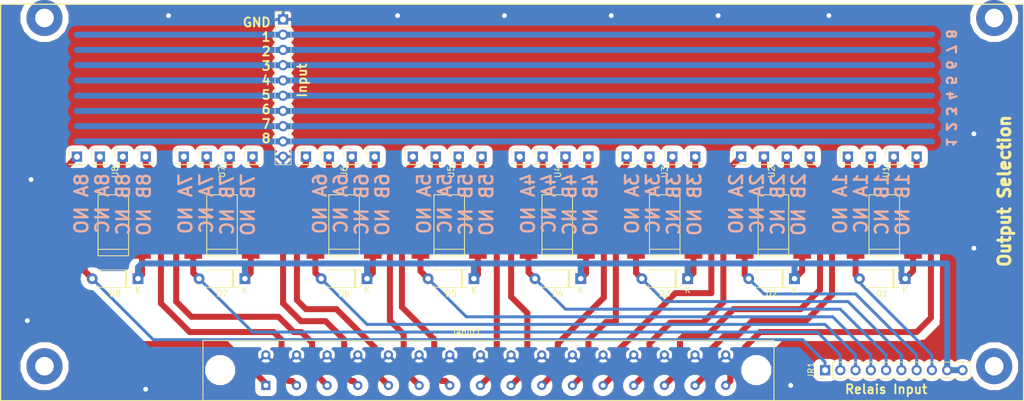
<source format=kicad_pcb>
(kicad_pcb (version 20171130) (host pcbnew 5.0.2-bee76a0~70~ubuntu16.04.1)

  (general
    (thickness 1.6)
    (drawings 11)
    (tracks 395)
    (zones 0)
    (modules 51)
    (nets 59)
  )

  (page A4)
  (layers
    (0 F.Cu signal)
    (31 B.Cu signal)
    (32 B.Adhes user)
    (33 F.Adhes user)
    (34 B.Paste user)
    (35 F.Paste user)
    (36 B.SilkS user)
    (37 F.SilkS user)
    (38 B.Mask user)
    (39 F.Mask user)
    (40 Dwgs.User user)
    (41 Cmts.User user)
    (42 Eco1.User user)
    (43 Eco2.User user)
    (44 Edge.Cuts user)
    (45 Margin user)
    (46 B.CrtYd user)
    (47 F.CrtYd user)
    (48 B.Fab user)
    (49 F.Fab user hide)
  )

  (setup
    (last_trace_width 1)
    (trace_clearance 1)
    (zone_clearance 0.508)
    (zone_45_only no)
    (trace_min 0.2)
    (segment_width 0.2)
    (edge_width 0.15)
    (via_size 1)
    (via_drill 0.8)
    (via_min_size 0.4)
    (via_min_drill 0.3)
    (uvia_size 0.3)
    (uvia_drill 0.1)
    (uvias_allowed no)
    (uvia_min_size 0.2)
    (uvia_min_drill 0.1)
    (pcb_text_width 0.3)
    (pcb_text_size 1.5 1.5)
    (mod_edge_width 0.15)
    (mod_text_size 1 1)
    (mod_text_width 0.15)
    (pad_size 1.524 1.524)
    (pad_drill 0.762)
    (pad_to_mask_clearance 0.051)
    (solder_mask_min_width 0.25)
    (aux_axis_origin 0 0)
    (visible_elements FFFFFF7F)
    (pcbplotparams
      (layerselection 0x010fc_ffffffff)
      (usegerberextensions false)
      (usegerberattributes false)
      (usegerberadvancedattributes false)
      (creategerberjobfile false)
      (excludeedgelayer true)
      (linewidth 0.100000)
      (plotframeref false)
      (viasonmask false)
      (mode 1)
      (useauxorigin false)
      (hpglpennumber 1)
      (hpglpenspeed 20)
      (hpglpendiameter 15.000000)
      (psnegative false)
      (psa4output false)
      (plotreference true)
      (plotvalue true)
      (plotinvisibletext false)
      (padsonsilk false)
      (subtractmaskfromsilk false)
      (outputformat 1)
      (mirror false)
      (drillshape 1)
      (scaleselection 1)
      (outputdirectory ""))
  )

  (net 0 "")
  (net 1 /relaysheet/Relais1)
  (net 2 +9V)
  (net 3 /relaysheet/Relais5)
  (net 4 /relaysheet/Relais2)
  (net 5 /relaysheet/Relais6)
  (net 6 /relaysheet/Relais3)
  (net 7 /relaysheet/Relais7)
  (net 8 /relaysheet/Relais4)
  (net 9 /relaysheet/Relais8)
  (net 10 GNDA)
  (net 11 /relaysheet/R1B_out)
  (net 12 /relaysheet/R1A_out)
  (net 13 /relaysheet/R1A_NC)
  (net 14 /relaysheet/R5B_out)
  (net 15 /relaysheet/R5A_out)
  (net 16 /relaysheet/R2B_out)
  (net 17 /relaysheet/R2A_out)
  (net 18 /relaysheet/R6A_out)
  (net 19 /relaysheet/R6B_out)
  (net 20 /relaysheet/R3A_out)
  (net 21 /relaysheet/R3B_out)
  (net 22 /relaysheet/R7B_out)
  (net 23 /relaysheet/R7A_out)
  (net 24 /relaysheet/R4A_out)
  (net 25 /relaysheet/R4B_out)
  (net 26 /relaysheet/R8A_out)
  (net 27 /relaysheet/R8B_out)
  (net 28 /relaysheet/R1B_NC)
  (net 29 /relaysheet/R1A_NO)
  (net 30 /relaysheet/R1B_NO)
  (net 31 /relaysheet/R2A_NC)
  (net 32 /relaysheet/R2B_NC)
  (net 33 /relaysheet/R2A_NO)
  (net 34 /relaysheet/R2B_NO)
  (net 35 /relaysheet/R3A_NC)
  (net 36 /relaysheet/R3B_NC)
  (net 37 /relaysheet/R3A_NO)
  (net 38 /relaysheet/R3B_NO)
  (net 39 /relaysheet/R4A_NC)
  (net 40 /relaysheet/R4B_NC)
  (net 41 /relaysheet/R4A_NO)
  (net 42 /relaysheet/R4B_NO)
  (net 43 /relaysheet/R5A_NC)
  (net 44 /relaysheet/R5B_NC)
  (net 45 /relaysheet/R5A_NO)
  (net 46 /relaysheet/R5B_NO)
  (net 47 /relaysheet/R6A_NC)
  (net 48 /relaysheet/R6B_NC)
  (net 49 /relaysheet/R6A_NO)
  (net 50 /relaysheet/R6B_NO)
  (net 51 /relaysheet/R7A_NC)
  (net 52 /relaysheet/R7B_NC)
  (net 53 /relaysheet/R7A_NO)
  (net 54 /relaysheet/R7B_NO)
  (net 55 /relaysheet/R8A_NC)
  (net 56 /relaysheet/R8B_NC)
  (net 57 /relaysheet/R8A_NO)
  (net 58 /relaysheet/R8B_NO)

  (net_class Default "This is the default net class."
    (clearance 1)
    (trace_width 1)
    (via_dia 1)
    (via_drill 0.8)
    (uvia_dia 0.3)
    (uvia_drill 0.1)
    (add_net +9V)
    (add_net /relaysheet/R1A_NC)
    (add_net /relaysheet/R1A_NO)
    (add_net /relaysheet/R1A_out)
    (add_net /relaysheet/R1B_NC)
    (add_net /relaysheet/R1B_NO)
    (add_net /relaysheet/R1B_out)
    (add_net /relaysheet/R2A_NC)
    (add_net /relaysheet/R2A_NO)
    (add_net /relaysheet/R2A_out)
    (add_net /relaysheet/R2B_NC)
    (add_net /relaysheet/R2B_NO)
    (add_net /relaysheet/R2B_out)
    (add_net /relaysheet/R3A_NC)
    (add_net /relaysheet/R3A_NO)
    (add_net /relaysheet/R3A_out)
    (add_net /relaysheet/R3B_NC)
    (add_net /relaysheet/R3B_NO)
    (add_net /relaysheet/R3B_out)
    (add_net /relaysheet/R4A_NC)
    (add_net /relaysheet/R4A_NO)
    (add_net /relaysheet/R4A_out)
    (add_net /relaysheet/R4B_NC)
    (add_net /relaysheet/R4B_NO)
    (add_net /relaysheet/R4B_out)
    (add_net /relaysheet/R5A_NC)
    (add_net /relaysheet/R5A_NO)
    (add_net /relaysheet/R5A_out)
    (add_net /relaysheet/R5B_NC)
    (add_net /relaysheet/R5B_NO)
    (add_net /relaysheet/R5B_out)
    (add_net /relaysheet/R6A_NC)
    (add_net /relaysheet/R6A_NO)
    (add_net /relaysheet/R6A_out)
    (add_net /relaysheet/R6B_NC)
    (add_net /relaysheet/R6B_NO)
    (add_net /relaysheet/R6B_out)
    (add_net /relaysheet/R7A_NC)
    (add_net /relaysheet/R7A_NO)
    (add_net /relaysheet/R7A_out)
    (add_net /relaysheet/R7B_NC)
    (add_net /relaysheet/R7B_NO)
    (add_net /relaysheet/R7B_out)
    (add_net /relaysheet/R8A_NC)
    (add_net /relaysheet/R8A_NO)
    (add_net /relaysheet/R8A_out)
    (add_net /relaysheet/R8B_NC)
    (add_net /relaysheet/R8B_NO)
    (add_net /relaysheet/R8B_out)
    (add_net /relaysheet/Relais1)
    (add_net /relaysheet/Relais2)
    (add_net /relaysheet/Relais3)
    (add_net /relaysheet/Relais4)
    (add_net /relaysheet/Relais5)
    (add_net /relaysheet/Relais6)
    (add_net /relaysheet/Relais7)
    (add_net /relaysheet/Relais8)
    (add_net GNDA)
  )

  (module footprints:NEC-EB2-12NU (layer F.Cu) (tedit 5CD1A950) (tstamp 5CD2D6D0)
    (at 159.72 49.53 90)
    (path /5CD2BD35/5CD2D6AA)
    (fp_text reference U1 (at 8.89 0.3 90) (layer F.SilkS)
      (effects (font (size 1 1) (thickness 0.15)))
    )
    (fp_text value NEC-EB2-12NU (at 0 0 90) (layer F.Fab)
      (effects (font (size 1 1) (thickness 0.15)))
    )
    (fp_line (start -7.15 -4.65) (end 7.15 -4.65) (layer F.Fab) (width 0.15))
    (fp_line (start 7.15 -4.65) (end 7.15 4.65) (layer F.Fab) (width 0.15))
    (fp_line (start 7.15 4.65) (end -7.15 4.65) (layer F.Fab) (width 0.15))
    (fp_line (start -7.15 4.65) (end -7.15 -4.65) (layer F.Fab) (width 0.15))
    (fp_line (start -6 -4.65) (end -6 4.65) (layer F.Fab) (width 0.15))
    (fp_line (start -5.08 -2.54) (end 5.08 -2.54) (layer F.SilkS) (width 0.15))
    (fp_line (start 5.08 -2.54) (end 5.08 2.54) (layer F.SilkS) (width 0.15))
    (fp_line (start 5.08 2.54) (end -5.08 2.54) (layer F.SilkS) (width 0.15))
    (fp_line (start -5.08 2.54) (end -5.08 -2.54) (layer F.SilkS) (width 0.15))
    (fp_line (start -4 -2.54) (end -4 2.54) (layer F.SilkS) (width 0.15))
    (pad 1 smd rect (at -5.08 -4.78 90) (size 1 2.94) (layers F.Cu F.Paste F.Mask)
      (net 1 /relaysheet/Relais1))
    (pad 2 smd rect (at -2.54 -4.78 90) (size 1 2.94) (layers F.Cu F.Paste F.Mask)
      (net 13 /relaysheet/R1A_NC))
    (pad 3 smd rect (at 0 -4.78 90) (size 1 2.94) (layers F.Cu F.Paste F.Mask)
      (net 12 /relaysheet/R1A_out))
    (pad 4 smd rect (at 2.54 -4.78 90) (size 1 2.94) (layers F.Cu F.Paste F.Mask)
      (net 29 /relaysheet/R1A_NO))
    (pad 5 smd rect (at 5.08 -4.78 90) (size 1 2.94) (layers F.Cu F.Paste F.Mask))
    (pad 6 smd rect (at 5.08 4.78 90) (size 1 2.94) (layers F.Cu F.Paste F.Mask))
    (pad 7 smd rect (at 2.54 4.78 90) (size 1 2.94) (layers F.Cu F.Paste F.Mask)
      (net 30 /relaysheet/R1B_NO))
    (pad 8 smd rect (at 0 4.78 90) (size 1 2.94) (layers F.Cu F.Paste F.Mask)
      (net 11 /relaysheet/R1B_out))
    (pad 9 smd rect (at -2.54 4.78 90) (size 1 2.94) (layers F.Cu F.Paste F.Mask)
      (net 28 /relaysheet/R1B_NC))
    (pad 10 smd rect (at -5.08 4.78 90) (size 1 2.94) (layers F.Cu F.Paste F.Mask)
      (net 2 +9V))
  )

  (module footprints:NEC-EB2-12NU (layer F.Cu) (tedit 5CD1A950) (tstamp 5CD2F79B)
    (at 141.27 49.53 90)
    (path /5CD2BD35/5CD30362)
    (fp_text reference U2 (at 8.89 -0.3 90) (layer F.SilkS)
      (effects (font (size 1 1) (thickness 0.15)))
    )
    (fp_text value NEC-EB2-12NU (at 0 0 90) (layer F.Fab)
      (effects (font (size 1 1) (thickness 0.15)))
    )
    (fp_line (start -7.15 -4.65) (end 7.15 -4.65) (layer F.Fab) (width 0.15))
    (fp_line (start 7.15 -4.65) (end 7.15 4.65) (layer F.Fab) (width 0.15))
    (fp_line (start 7.15 4.65) (end -7.15 4.65) (layer F.Fab) (width 0.15))
    (fp_line (start -7.15 4.65) (end -7.15 -4.65) (layer F.Fab) (width 0.15))
    (fp_line (start -6 -4.65) (end -6 4.65) (layer F.Fab) (width 0.15))
    (fp_line (start -5.08 -2.54) (end 5.08 -2.54) (layer F.SilkS) (width 0.15))
    (fp_line (start 5.08 -2.54) (end 5.08 2.54) (layer F.SilkS) (width 0.15))
    (fp_line (start 5.08 2.54) (end -5.08 2.54) (layer F.SilkS) (width 0.15))
    (fp_line (start -5.08 2.54) (end -5.08 -2.54) (layer F.SilkS) (width 0.15))
    (fp_line (start -4 -2.54) (end -4 2.54) (layer F.SilkS) (width 0.15))
    (pad 1 smd rect (at -5.08 -4.78 90) (size 1 2.94) (layers F.Cu F.Paste F.Mask)
      (net 4 /relaysheet/Relais2))
    (pad 2 smd rect (at -2.54 -4.78 90) (size 1 2.94) (layers F.Cu F.Paste F.Mask)
      (net 31 /relaysheet/R2A_NC))
    (pad 3 smd rect (at 0 -4.78 90) (size 1 2.94) (layers F.Cu F.Paste F.Mask)
      (net 17 /relaysheet/R2A_out))
    (pad 4 smd rect (at 2.54 -4.78 90) (size 1 2.94) (layers F.Cu F.Paste F.Mask)
      (net 33 /relaysheet/R2A_NO))
    (pad 5 smd rect (at 5.08 -4.78 90) (size 1 2.94) (layers F.Cu F.Paste F.Mask))
    (pad 6 smd rect (at 5.08 4.78 90) (size 1 2.94) (layers F.Cu F.Paste F.Mask))
    (pad 7 smd rect (at 2.54 4.78 90) (size 1 2.94) (layers F.Cu F.Paste F.Mask)
      (net 34 /relaysheet/R2B_NO))
    (pad 8 smd rect (at 0 4.78 90) (size 1 2.94) (layers F.Cu F.Paste F.Mask)
      (net 16 /relaysheet/R2B_out))
    (pad 9 smd rect (at -2.54 4.78 90) (size 1 2.94) (layers F.Cu F.Paste F.Mask)
      (net 32 /relaysheet/R2B_NC))
    (pad 10 smd rect (at -5.08 4.78 90) (size 1 2.94) (layers F.Cu F.Paste F.Mask)
      (net 2 +9V))
  )

  (module footprints:NEC-EB2-12NU (layer F.Cu) (tedit 5CD1A950) (tstamp 5CD2D700)
    (at 123.19 49.53 90)
    (path /5CD2BD35/5CD316D2)
    (fp_text reference U3 (at 8.89 0 90) (layer F.SilkS)
      (effects (font (size 1 1) (thickness 0.15)))
    )
    (fp_text value NEC-EB2-12NU (at 0 0 90) (layer F.Fab)
      (effects (font (size 1 1) (thickness 0.15)))
    )
    (fp_line (start -7.15 -4.65) (end 7.15 -4.65) (layer F.Fab) (width 0.15))
    (fp_line (start 7.15 -4.65) (end 7.15 4.65) (layer F.Fab) (width 0.15))
    (fp_line (start 7.15 4.65) (end -7.15 4.65) (layer F.Fab) (width 0.15))
    (fp_line (start -7.15 4.65) (end -7.15 -4.65) (layer F.Fab) (width 0.15))
    (fp_line (start -6 -4.65) (end -6 4.65) (layer F.Fab) (width 0.15))
    (fp_line (start -5.08 -2.54) (end 5.08 -2.54) (layer F.SilkS) (width 0.15))
    (fp_line (start 5.08 -2.54) (end 5.08 2.54) (layer F.SilkS) (width 0.15))
    (fp_line (start 5.08 2.54) (end -5.08 2.54) (layer F.SilkS) (width 0.15))
    (fp_line (start -5.08 2.54) (end -5.08 -2.54) (layer F.SilkS) (width 0.15))
    (fp_line (start -4 -2.54) (end -4 2.54) (layer F.SilkS) (width 0.15))
    (pad 1 smd rect (at -5.08 -4.78 90) (size 1 2.94) (layers F.Cu F.Paste F.Mask)
      (net 6 /relaysheet/Relais3))
    (pad 2 smd rect (at -2.54 -4.78 90) (size 1 2.94) (layers F.Cu F.Paste F.Mask)
      (net 35 /relaysheet/R3A_NC))
    (pad 3 smd rect (at 0 -4.78 90) (size 1 2.94) (layers F.Cu F.Paste F.Mask)
      (net 20 /relaysheet/R3A_out))
    (pad 4 smd rect (at 2.54 -4.78 90) (size 1 2.94) (layers F.Cu F.Paste F.Mask)
      (net 37 /relaysheet/R3A_NO))
    (pad 5 smd rect (at 5.08 -4.78 90) (size 1 2.94) (layers F.Cu F.Paste F.Mask))
    (pad 6 smd rect (at 5.08 4.78 90) (size 1 2.94) (layers F.Cu F.Paste F.Mask))
    (pad 7 smd rect (at 2.54 4.78 90) (size 1 2.94) (layers F.Cu F.Paste F.Mask)
      (net 38 /relaysheet/R3B_NO))
    (pad 8 smd rect (at 0 4.78 90) (size 1 2.94) (layers F.Cu F.Paste F.Mask)
      (net 21 /relaysheet/R3B_out))
    (pad 9 smd rect (at -2.54 4.78 90) (size 1 2.94) (layers F.Cu F.Paste F.Mask)
      (net 36 /relaysheet/R3B_NC))
    (pad 10 smd rect (at -5.08 4.78 90) (size 1 2.94) (layers F.Cu F.Paste F.Mask)
      (net 2 +9V))
  )

  (module footprints:NEC-EB2-12NU (layer F.Cu) (tedit 5CD1A950) (tstamp 5CD30B02)
    (at 105.31 49.53 90)
    (path /5CD2BD35/5CD31724)
    (fp_text reference U4 (at 8.89 0.1 90) (layer F.SilkS)
      (effects (font (size 1 1) (thickness 0.15)))
    )
    (fp_text value NEC-EB2-12NU (at 0 0 90) (layer F.Fab)
      (effects (font (size 1 1) (thickness 0.15)))
    )
    (fp_line (start -4 -2.54) (end -4 2.54) (layer F.SilkS) (width 0.15))
    (fp_line (start -5.08 2.54) (end -5.08 -2.54) (layer F.SilkS) (width 0.15))
    (fp_line (start 5.08 2.54) (end -5.08 2.54) (layer F.SilkS) (width 0.15))
    (fp_line (start 5.08 -2.54) (end 5.08 2.54) (layer F.SilkS) (width 0.15))
    (fp_line (start -5.08 -2.54) (end 5.08 -2.54) (layer F.SilkS) (width 0.15))
    (fp_line (start -6 -4.65) (end -6 4.65) (layer F.Fab) (width 0.15))
    (fp_line (start -7.15 4.65) (end -7.15 -4.65) (layer F.Fab) (width 0.15))
    (fp_line (start 7.15 4.65) (end -7.15 4.65) (layer F.Fab) (width 0.15))
    (fp_line (start 7.15 -4.65) (end 7.15 4.65) (layer F.Fab) (width 0.15))
    (fp_line (start -7.15 -4.65) (end 7.15 -4.65) (layer F.Fab) (width 0.15))
    (pad 10 smd rect (at -5.08 4.78 90) (size 1 2.94) (layers F.Cu F.Paste F.Mask)
      (net 2 +9V))
    (pad 9 smd rect (at -2.54 4.78 90) (size 1 2.94) (layers F.Cu F.Paste F.Mask)
      (net 40 /relaysheet/R4B_NC))
    (pad 8 smd rect (at 0 4.78 90) (size 1 2.94) (layers F.Cu F.Paste F.Mask)
      (net 25 /relaysheet/R4B_out))
    (pad 7 smd rect (at 2.54 4.78 90) (size 1 2.94) (layers F.Cu F.Paste F.Mask)
      (net 42 /relaysheet/R4B_NO))
    (pad 6 smd rect (at 5.08 4.78 90) (size 1 2.94) (layers F.Cu F.Paste F.Mask))
    (pad 5 smd rect (at 5.08 -4.78 90) (size 1 2.94) (layers F.Cu F.Paste F.Mask))
    (pad 4 smd rect (at 2.54 -4.78 90) (size 1 2.94) (layers F.Cu F.Paste F.Mask)
      (net 41 /relaysheet/R4A_NO))
    (pad 3 smd rect (at 0 -4.78 90) (size 1 2.94) (layers F.Cu F.Paste F.Mask)
      (net 24 /relaysheet/R4A_out))
    (pad 2 smd rect (at -2.54 -4.78 90) (size 1 2.94) (layers F.Cu F.Paste F.Mask)
      (net 39 /relaysheet/R4A_NC))
    (pad 1 smd rect (at -5.08 -4.78 90) (size 1 2.94) (layers F.Cu F.Paste F.Mask)
      (net 8 /relaysheet/Relais4))
  )

  (module footprints:NEC-EB2-12NU (layer F.Cu) (tedit 5CD1A950) (tstamp 5CD2D730)
    (at 87.33 49.53 90)
    (path /5CD2BD35/5CD2FCCA)
    (fp_text reference U5 (at 8.89 0.3 90) (layer F.SilkS)
      (effects (font (size 1 1) (thickness 0.15)))
    )
    (fp_text value NEC-EB2-12NU (at 0 0 90) (layer F.Fab)
      (effects (font (size 1 1) (thickness 0.15)))
    )
    (fp_line (start -4 -2.54) (end -4 2.54) (layer F.SilkS) (width 0.15))
    (fp_line (start -5.08 2.54) (end -5.08 -2.54) (layer F.SilkS) (width 0.15))
    (fp_line (start 5.08 2.54) (end -5.08 2.54) (layer F.SilkS) (width 0.15))
    (fp_line (start 5.08 -2.54) (end 5.08 2.54) (layer F.SilkS) (width 0.15))
    (fp_line (start -5.08 -2.54) (end 5.08 -2.54) (layer F.SilkS) (width 0.15))
    (fp_line (start -6 -4.65) (end -6 4.65) (layer F.Fab) (width 0.15))
    (fp_line (start -7.15 4.65) (end -7.15 -4.65) (layer F.Fab) (width 0.15))
    (fp_line (start 7.15 4.65) (end -7.15 4.65) (layer F.Fab) (width 0.15))
    (fp_line (start 7.15 -4.65) (end 7.15 4.65) (layer F.Fab) (width 0.15))
    (fp_line (start -7.15 -4.65) (end 7.15 -4.65) (layer F.Fab) (width 0.15))
    (pad 10 smd rect (at -5.08 4.78 90) (size 1 2.94) (layers F.Cu F.Paste F.Mask)
      (net 2 +9V))
    (pad 9 smd rect (at -2.54 4.78 90) (size 1 2.94) (layers F.Cu F.Paste F.Mask)
      (net 44 /relaysheet/R5B_NC))
    (pad 8 smd rect (at 0 4.78 90) (size 1 2.94) (layers F.Cu F.Paste F.Mask)
      (net 14 /relaysheet/R5B_out))
    (pad 7 smd rect (at 2.54 4.78 90) (size 1 2.94) (layers F.Cu F.Paste F.Mask)
      (net 46 /relaysheet/R5B_NO))
    (pad 6 smd rect (at 5.08 4.78 90) (size 1 2.94) (layers F.Cu F.Paste F.Mask))
    (pad 5 smd rect (at 5.08 -4.78 90) (size 1 2.94) (layers F.Cu F.Paste F.Mask))
    (pad 4 smd rect (at 2.54 -4.78 90) (size 1 2.94) (layers F.Cu F.Paste F.Mask)
      (net 45 /relaysheet/R5A_NO))
    (pad 3 smd rect (at 0 -4.78 90) (size 1 2.94) (layers F.Cu F.Paste F.Mask)
      (net 15 /relaysheet/R5A_out))
    (pad 2 smd rect (at -2.54 -4.78 90) (size 1 2.94) (layers F.Cu F.Paste F.Mask)
      (net 43 /relaysheet/R5A_NC))
    (pad 1 smd rect (at -5.08 -4.78 90) (size 1 2.94) (layers F.Cu F.Paste F.Mask)
      (net 3 /relaysheet/Relais5))
  )

  (module footprints:NEC-EB2-12NU (layer F.Cu) (tedit 5CD1A950) (tstamp 5CD2D748)
    (at 69.85 49.53 90)
    (path /5CD2BD35/5CD3038B)
    (fp_text reference U6 (at 8.89 0 90) (layer F.SilkS)
      (effects (font (size 1 1) (thickness 0.15)))
    )
    (fp_text value NEC-EB2-12NU (at 0 0 90) (layer F.Fab)
      (effects (font (size 1 1) (thickness 0.15)))
    )
    (fp_line (start -4 -2.54) (end -4 2.54) (layer F.SilkS) (width 0.15))
    (fp_line (start -5.08 2.54) (end -5.08 -2.54) (layer F.SilkS) (width 0.15))
    (fp_line (start 5.08 2.54) (end -5.08 2.54) (layer F.SilkS) (width 0.15))
    (fp_line (start 5.08 -2.54) (end 5.08 2.54) (layer F.SilkS) (width 0.15))
    (fp_line (start -5.08 -2.54) (end 5.08 -2.54) (layer F.SilkS) (width 0.15))
    (fp_line (start -6 -4.65) (end -6 4.65) (layer F.Fab) (width 0.15))
    (fp_line (start -7.15 4.65) (end -7.15 -4.65) (layer F.Fab) (width 0.15))
    (fp_line (start 7.15 4.65) (end -7.15 4.65) (layer F.Fab) (width 0.15))
    (fp_line (start 7.15 -4.65) (end 7.15 4.65) (layer F.Fab) (width 0.15))
    (fp_line (start -7.15 -4.65) (end 7.15 -4.65) (layer F.Fab) (width 0.15))
    (pad 10 smd rect (at -5.08 4.78 90) (size 1 2.94) (layers F.Cu F.Paste F.Mask)
      (net 2 +9V))
    (pad 9 smd rect (at -2.54 4.78 90) (size 1 2.94) (layers F.Cu F.Paste F.Mask)
      (net 48 /relaysheet/R6B_NC))
    (pad 8 smd rect (at 0 4.78 90) (size 1 2.94) (layers F.Cu F.Paste F.Mask)
      (net 19 /relaysheet/R6B_out))
    (pad 7 smd rect (at 2.54 4.78 90) (size 1 2.94) (layers F.Cu F.Paste F.Mask)
      (net 50 /relaysheet/R6B_NO))
    (pad 6 smd rect (at 5.08 4.78 90) (size 1 2.94) (layers F.Cu F.Paste F.Mask))
    (pad 5 smd rect (at 5.08 -4.78 90) (size 1 2.94) (layers F.Cu F.Paste F.Mask))
    (pad 4 smd rect (at 2.54 -4.78 90) (size 1 2.94) (layers F.Cu F.Paste F.Mask)
      (net 49 /relaysheet/R6A_NO))
    (pad 3 smd rect (at 0 -4.78 90) (size 1 2.94) (layers F.Cu F.Paste F.Mask)
      (net 18 /relaysheet/R6A_out))
    (pad 2 smd rect (at -2.54 -4.78 90) (size 1 2.94) (layers F.Cu F.Paste F.Mask)
      (net 47 /relaysheet/R6A_NC))
    (pad 1 smd rect (at -5.08 -4.78 90) (size 1 2.94) (layers F.Cu F.Paste F.Mask)
      (net 5 /relaysheet/Relais6))
  )

  (module footprints:NEC-EB2-12NU (layer F.Cu) (tedit 5CD1A950) (tstamp 5CD2DE4A)
    (at 49.53 49.53 90)
    (path /5CD2BD35/5CD316FB)
    (fp_text reference U7 (at 8.89 0 90) (layer F.SilkS)
      (effects (font (size 1 1) (thickness 0.15)))
    )
    (fp_text value NEC-EB2-12NU (at 0 0 90) (layer F.Fab)
      (effects (font (size 1 1) (thickness 0.15)))
    )
    (fp_line (start -4 -2.54) (end -4 2.54) (layer F.SilkS) (width 0.15))
    (fp_line (start -5.08 2.54) (end -5.08 -2.54) (layer F.SilkS) (width 0.15))
    (fp_line (start 5.08 2.54) (end -5.08 2.54) (layer F.SilkS) (width 0.15))
    (fp_line (start 5.08 -2.54) (end 5.08 2.54) (layer F.SilkS) (width 0.15))
    (fp_line (start -5.08 -2.54) (end 5.08 -2.54) (layer F.SilkS) (width 0.15))
    (fp_line (start -6 -4.65) (end -6 4.65) (layer F.Fab) (width 0.15))
    (fp_line (start -7.15 4.65) (end -7.15 -4.65) (layer F.Fab) (width 0.15))
    (fp_line (start 7.15 4.65) (end -7.15 4.65) (layer F.Fab) (width 0.15))
    (fp_line (start 7.15 -4.65) (end 7.15 4.65) (layer F.Fab) (width 0.15))
    (fp_line (start -7.15 -4.65) (end 7.15 -4.65) (layer F.Fab) (width 0.15))
    (pad 10 smd rect (at -5.08 4.78 90) (size 1 2.94) (layers F.Cu F.Paste F.Mask)
      (net 2 +9V))
    (pad 9 smd rect (at -2.54 4.78 90) (size 1 2.94) (layers F.Cu F.Paste F.Mask)
      (net 52 /relaysheet/R7B_NC))
    (pad 8 smd rect (at 0 4.78 90) (size 1 2.94) (layers F.Cu F.Paste F.Mask)
      (net 22 /relaysheet/R7B_out))
    (pad 7 smd rect (at 2.54 4.78 90) (size 1 2.94) (layers F.Cu F.Paste F.Mask)
      (net 54 /relaysheet/R7B_NO))
    (pad 6 smd rect (at 5.08 4.78 90) (size 1 2.94) (layers F.Cu F.Paste F.Mask))
    (pad 5 smd rect (at 5.08 -4.78 90) (size 1 2.94) (layers F.Cu F.Paste F.Mask))
    (pad 4 smd rect (at 2.54 -4.78 90) (size 1 2.94) (layers F.Cu F.Paste F.Mask)
      (net 53 /relaysheet/R7A_NO))
    (pad 3 smd rect (at 0 -4.78 90) (size 1 2.94) (layers F.Cu F.Paste F.Mask)
      (net 23 /relaysheet/R7A_out))
    (pad 2 smd rect (at -2.54 -4.78 90) (size 1 2.94) (layers F.Cu F.Paste F.Mask)
      (net 51 /relaysheet/R7A_NC))
    (pad 1 smd rect (at -5.08 -4.78 90) (size 1 2.94) (layers F.Cu F.Paste F.Mask)
      (net 7 /relaysheet/Relais7))
  )

  (module footprints:NEC-EB2-12NU (layer F.Cu) (tedit 5CD1A950) (tstamp 5CD30EC6)
    (at 31.45 49.53 90)
    (path /5CD2BD35/5CD3174D)
    (fp_text reference U8 (at 8.89 0.3 90) (layer F.SilkS)
      (effects (font (size 1 1) (thickness 0.15)))
    )
    (fp_text value NEC-EB2-12NU (at 0 0 90) (layer F.Fab)
      (effects (font (size 1 1) (thickness 0.15)))
    )
    (fp_line (start -4 -2.54) (end -4 2.54) (layer F.SilkS) (width 0.15))
    (fp_line (start -5.08 2.54) (end -5.08 -2.54) (layer F.SilkS) (width 0.15))
    (fp_line (start 5.08 2.54) (end -5.08 2.54) (layer F.SilkS) (width 0.15))
    (fp_line (start 5.08 -2.54) (end 5.08 2.54) (layer F.SilkS) (width 0.15))
    (fp_line (start -5.08 -2.54) (end 5.08 -2.54) (layer F.SilkS) (width 0.15))
    (fp_line (start -6 -4.65) (end -6 4.65) (layer F.Fab) (width 0.15))
    (fp_line (start -7.15 4.65) (end -7.15 -4.65) (layer F.Fab) (width 0.15))
    (fp_line (start 7.15 4.65) (end -7.15 4.65) (layer F.Fab) (width 0.15))
    (fp_line (start 7.15 -4.65) (end 7.15 4.65) (layer F.Fab) (width 0.15))
    (fp_line (start -7.15 -4.65) (end 7.15 -4.65) (layer F.Fab) (width 0.15))
    (pad 10 smd rect (at -5.08 4.78 90) (size 1 2.94) (layers F.Cu F.Paste F.Mask)
      (net 2 +9V))
    (pad 9 smd rect (at -2.54 4.78 90) (size 1 2.94) (layers F.Cu F.Paste F.Mask)
      (net 56 /relaysheet/R8B_NC))
    (pad 8 smd rect (at 0 4.78 90) (size 1 2.94) (layers F.Cu F.Paste F.Mask)
      (net 27 /relaysheet/R8B_out))
    (pad 7 smd rect (at 2.54 4.78 90) (size 1 2.94) (layers F.Cu F.Paste F.Mask)
      (net 58 /relaysheet/R8B_NO))
    (pad 6 smd rect (at 5.08 4.78 90) (size 1 2.94) (layers F.Cu F.Paste F.Mask))
    (pad 5 smd rect (at 5.08 -4.78 90) (size 1 2.94) (layers F.Cu F.Paste F.Mask))
    (pad 4 smd rect (at 2.54 -4.78 90) (size 1 2.94) (layers F.Cu F.Paste F.Mask)
      (net 57 /relaysheet/R8A_NO))
    (pad 3 smd rect (at 0 -4.78 90) (size 1 2.94) (layers F.Cu F.Paste F.Mask)
      (net 26 /relaysheet/R8A_out))
    (pad 2 smd rect (at -2.54 -4.78 90) (size 1 2.94) (layers F.Cu F.Paste F.Mask)
      (net 55 /relaysheet/R8A_NC))
    (pad 1 smd rect (at -5.08 -4.78 90) (size 1 2.94) (layers F.Cu F.Paste F.Mask)
      (net 9 /relaysheet/Relais8))
  )

  (module Diode_THT:D_A-405_P7.62mm_Horizontal (layer F.Cu) (tedit 5AE50CD5) (tstamp 5CD2F417)
    (at 163.195 58.42 180)
    (descr "Diode, A-405 series, Axial, Horizontal, pin pitch=7.62mm, , length*diameter=5.2*2.7mm^2, , http://www.diodes.com/_files/packages/A-405.pdf")
    (tags "Diode A-405 series Axial Horizontal pin pitch 7.62mm  length 5.2mm diameter 2.7mm")
    (path /5CD2BD35/5CD2E7CE)
    (fp_text reference D1 (at 3.81 -2.47 180) (layer F.SilkS)
      (effects (font (size 1 1) (thickness 0.15)))
    )
    (fp_text value D (at 3.81 2.47 180) (layer F.Fab)
      (effects (font (size 1 1) (thickness 0.15)))
    )
    (fp_line (start 1.21 -1.35) (end 1.21 1.35) (layer F.Fab) (width 0.1))
    (fp_line (start 1.21 1.35) (end 6.41 1.35) (layer F.Fab) (width 0.1))
    (fp_line (start 6.41 1.35) (end 6.41 -1.35) (layer F.Fab) (width 0.1))
    (fp_line (start 6.41 -1.35) (end 1.21 -1.35) (layer F.Fab) (width 0.1))
    (fp_line (start 0 0) (end 1.21 0) (layer F.Fab) (width 0.1))
    (fp_line (start 7.62 0) (end 6.41 0) (layer F.Fab) (width 0.1))
    (fp_line (start 1.99 -1.35) (end 1.99 1.35) (layer F.Fab) (width 0.1))
    (fp_line (start 2.09 -1.35) (end 2.09 1.35) (layer F.Fab) (width 0.1))
    (fp_line (start 1.89 -1.35) (end 1.89 1.35) (layer F.Fab) (width 0.1))
    (fp_line (start 1.09 -1.14) (end 1.09 -1.47) (layer F.SilkS) (width 0.12))
    (fp_line (start 1.09 -1.47) (end 6.53 -1.47) (layer F.SilkS) (width 0.12))
    (fp_line (start 6.53 -1.47) (end 6.53 -1.14) (layer F.SilkS) (width 0.12))
    (fp_line (start 1.09 1.14) (end 1.09 1.47) (layer F.SilkS) (width 0.12))
    (fp_line (start 1.09 1.47) (end 6.53 1.47) (layer F.SilkS) (width 0.12))
    (fp_line (start 6.53 1.47) (end 6.53 1.14) (layer F.SilkS) (width 0.12))
    (fp_line (start 1.99 -1.47) (end 1.99 1.47) (layer F.SilkS) (width 0.12))
    (fp_line (start 2.11 -1.47) (end 2.11 1.47) (layer F.SilkS) (width 0.12))
    (fp_line (start 1.87 -1.47) (end 1.87 1.47) (layer F.SilkS) (width 0.12))
    (fp_line (start -1.15 -1.6) (end -1.15 1.6) (layer F.CrtYd) (width 0.05))
    (fp_line (start -1.15 1.6) (end 8.77 1.6) (layer F.CrtYd) (width 0.05))
    (fp_line (start 8.77 1.6) (end 8.77 -1.6) (layer F.CrtYd) (width 0.05))
    (fp_line (start 8.77 -1.6) (end -1.15 -1.6) (layer F.CrtYd) (width 0.05))
    (fp_text user %R (at 4.2 0 180) (layer F.Fab)
      (effects (font (size 1 1) (thickness 0.15)))
    )
    (fp_text user K (at 0 -1.9 180) (layer F.Fab)
      (effects (font (size 1 1) (thickness 0.15)))
    )
    (fp_text user K (at 0 -1.9 180) (layer F.SilkS)
      (effects (font (size 1 1) (thickness 0.15)))
    )
    (pad 1 thru_hole rect (at 0 0 180) (size 1.8 1.8) (drill 0.9) (layers *.Cu *.Mask)
      (net 2 +9V))
    (pad 2 thru_hole oval (at 7.62 0 180) (size 1.8 1.8) (drill 0.9) (layers *.Cu *.Mask)
      (net 1 /relaysheet/Relais1))
    (model ${KISYS3DMOD}/Diode_THT.3dshapes/D_A-405_P7.62mm_Horizontal.wrl
      (at (xyz 0 0 0))
      (scale (xyz 1 1 1))
      (rotate (xyz 0 0 0))
    )
  )

  (module Diode_THT:D_A-405_P7.62mm_Horizontal (layer F.Cu) (tedit 5AE50CD5) (tstamp 5CD2F435)
    (at 144.78 58.42 180)
    (descr "Diode, A-405 series, Axial, Horizontal, pin pitch=7.62mm, , length*diameter=5.2*2.7mm^2, , http://www.diodes.com/_files/packages/A-405.pdf")
    (tags "Diode A-405 series Axial Horizontal pin pitch 7.62mm  length 5.2mm diameter 2.7mm")
    (path /5CD2BD35/5CD3037D)
    (fp_text reference D2 (at 3.81 -2.47 180) (layer F.SilkS)
      (effects (font (size 1 1) (thickness 0.15)))
    )
    (fp_text value D (at 3.81 2.47 180) (layer F.Fab)
      (effects (font (size 1 1) (thickness 0.15)))
    )
    (fp_text user K (at 0 -1.9 180) (layer F.SilkS)
      (effects (font (size 1 1) (thickness 0.15)))
    )
    (fp_text user K (at 0 -1.9 180) (layer F.Fab)
      (effects (font (size 1 1) (thickness 0.15)))
    )
    (fp_text user %R (at 4.2 0 180) (layer F.Fab)
      (effects (font (size 1 1) (thickness 0.15)))
    )
    (fp_line (start 8.77 -1.6) (end -1.15 -1.6) (layer F.CrtYd) (width 0.05))
    (fp_line (start 8.77 1.6) (end 8.77 -1.6) (layer F.CrtYd) (width 0.05))
    (fp_line (start -1.15 1.6) (end 8.77 1.6) (layer F.CrtYd) (width 0.05))
    (fp_line (start -1.15 -1.6) (end -1.15 1.6) (layer F.CrtYd) (width 0.05))
    (fp_line (start 1.87 -1.47) (end 1.87 1.47) (layer F.SilkS) (width 0.12))
    (fp_line (start 2.11 -1.47) (end 2.11 1.47) (layer F.SilkS) (width 0.12))
    (fp_line (start 1.99 -1.47) (end 1.99 1.47) (layer F.SilkS) (width 0.12))
    (fp_line (start 6.53 1.47) (end 6.53 1.14) (layer F.SilkS) (width 0.12))
    (fp_line (start 1.09 1.47) (end 6.53 1.47) (layer F.SilkS) (width 0.12))
    (fp_line (start 1.09 1.14) (end 1.09 1.47) (layer F.SilkS) (width 0.12))
    (fp_line (start 6.53 -1.47) (end 6.53 -1.14) (layer F.SilkS) (width 0.12))
    (fp_line (start 1.09 -1.47) (end 6.53 -1.47) (layer F.SilkS) (width 0.12))
    (fp_line (start 1.09 -1.14) (end 1.09 -1.47) (layer F.SilkS) (width 0.12))
    (fp_line (start 1.89 -1.35) (end 1.89 1.35) (layer F.Fab) (width 0.1))
    (fp_line (start 2.09 -1.35) (end 2.09 1.35) (layer F.Fab) (width 0.1))
    (fp_line (start 1.99 -1.35) (end 1.99 1.35) (layer F.Fab) (width 0.1))
    (fp_line (start 7.62 0) (end 6.41 0) (layer F.Fab) (width 0.1))
    (fp_line (start 0 0) (end 1.21 0) (layer F.Fab) (width 0.1))
    (fp_line (start 6.41 -1.35) (end 1.21 -1.35) (layer F.Fab) (width 0.1))
    (fp_line (start 6.41 1.35) (end 6.41 -1.35) (layer F.Fab) (width 0.1))
    (fp_line (start 1.21 1.35) (end 6.41 1.35) (layer F.Fab) (width 0.1))
    (fp_line (start 1.21 -1.35) (end 1.21 1.35) (layer F.Fab) (width 0.1))
    (pad 2 thru_hole oval (at 7.62 0 180) (size 1.8 1.8) (drill 0.9) (layers *.Cu *.Mask)
      (net 4 /relaysheet/Relais2))
    (pad 1 thru_hole rect (at 0 0 180) (size 1.8 1.8) (drill 0.9) (layers *.Cu *.Mask)
      (net 2 +9V))
    (model ${KISYS3DMOD}/Diode_THT.3dshapes/D_A-405_P7.62mm_Horizontal.wrl
      (at (xyz 0 0 0))
      (scale (xyz 1 1 1))
      (rotate (xyz 0 0 0))
    )
  )

  (module Diode_THT:D_A-405_P7.62mm_Horizontal (layer F.Cu) (tedit 5AE50CD5) (tstamp 5CD2F453)
    (at 127 58.42 180)
    (descr "Diode, A-405 series, Axial, Horizontal, pin pitch=7.62mm, , length*diameter=5.2*2.7mm^2, , http://www.diodes.com/_files/packages/A-405.pdf")
    (tags "Diode A-405 series Axial Horizontal pin pitch 7.62mm  length 5.2mm diameter 2.7mm")
    (path /5CD2BD35/5CD316ED)
    (fp_text reference D3 (at 3.81 -2.47 180) (layer F.SilkS)
      (effects (font (size 1 1) (thickness 0.15)))
    )
    (fp_text value D (at 3.81 2.47 180) (layer F.Fab)
      (effects (font (size 1 1) (thickness 0.15)))
    )
    (fp_text user K (at 0 -1.9 180) (layer F.SilkS)
      (effects (font (size 1 1) (thickness 0.15)))
    )
    (fp_text user K (at 0 -1.9 180) (layer F.Fab)
      (effects (font (size 1 1) (thickness 0.15)))
    )
    (fp_text user %R (at 4.2 0 180) (layer F.Fab)
      (effects (font (size 1 1) (thickness 0.15)))
    )
    (fp_line (start 8.77 -1.6) (end -1.15 -1.6) (layer F.CrtYd) (width 0.05))
    (fp_line (start 8.77 1.6) (end 8.77 -1.6) (layer F.CrtYd) (width 0.05))
    (fp_line (start -1.15 1.6) (end 8.77 1.6) (layer F.CrtYd) (width 0.05))
    (fp_line (start -1.15 -1.6) (end -1.15 1.6) (layer F.CrtYd) (width 0.05))
    (fp_line (start 1.87 -1.47) (end 1.87 1.47) (layer F.SilkS) (width 0.12))
    (fp_line (start 2.11 -1.47) (end 2.11 1.47) (layer F.SilkS) (width 0.12))
    (fp_line (start 1.99 -1.47) (end 1.99 1.47) (layer F.SilkS) (width 0.12))
    (fp_line (start 6.53 1.47) (end 6.53 1.14) (layer F.SilkS) (width 0.12))
    (fp_line (start 1.09 1.47) (end 6.53 1.47) (layer F.SilkS) (width 0.12))
    (fp_line (start 1.09 1.14) (end 1.09 1.47) (layer F.SilkS) (width 0.12))
    (fp_line (start 6.53 -1.47) (end 6.53 -1.14) (layer F.SilkS) (width 0.12))
    (fp_line (start 1.09 -1.47) (end 6.53 -1.47) (layer F.SilkS) (width 0.12))
    (fp_line (start 1.09 -1.14) (end 1.09 -1.47) (layer F.SilkS) (width 0.12))
    (fp_line (start 1.89 -1.35) (end 1.89 1.35) (layer F.Fab) (width 0.1))
    (fp_line (start 2.09 -1.35) (end 2.09 1.35) (layer F.Fab) (width 0.1))
    (fp_line (start 1.99 -1.35) (end 1.99 1.35) (layer F.Fab) (width 0.1))
    (fp_line (start 7.62 0) (end 6.41 0) (layer F.Fab) (width 0.1))
    (fp_line (start 0 0) (end 1.21 0) (layer F.Fab) (width 0.1))
    (fp_line (start 6.41 -1.35) (end 1.21 -1.35) (layer F.Fab) (width 0.1))
    (fp_line (start 6.41 1.35) (end 6.41 -1.35) (layer F.Fab) (width 0.1))
    (fp_line (start 1.21 1.35) (end 6.41 1.35) (layer F.Fab) (width 0.1))
    (fp_line (start 1.21 -1.35) (end 1.21 1.35) (layer F.Fab) (width 0.1))
    (pad 2 thru_hole oval (at 7.62 0 180) (size 1.8 1.8) (drill 0.9) (layers *.Cu *.Mask)
      (net 6 /relaysheet/Relais3))
    (pad 1 thru_hole rect (at 0 0 180) (size 1.8 1.8) (drill 0.9) (layers *.Cu *.Mask)
      (net 2 +9V))
    (model ${KISYS3DMOD}/Diode_THT.3dshapes/D_A-405_P7.62mm_Horizontal.wrl
      (at (xyz 0 0 0))
      (scale (xyz 1 1 1))
      (rotate (xyz 0 0 0))
    )
  )

  (module Diode_THT:D_A-405_P7.62mm_Horizontal (layer F.Cu) (tedit 5AE50CD5) (tstamp 5CD30AAF)
    (at 109.22 58.42 180)
    (descr "Diode, A-405 series, Axial, Horizontal, pin pitch=7.62mm, , length*diameter=5.2*2.7mm^2, , http://www.diodes.com/_files/packages/A-405.pdf")
    (tags "Diode A-405 series Axial Horizontal pin pitch 7.62mm  length 5.2mm diameter 2.7mm")
    (path /5CD2BD35/5CD3173F)
    (fp_text reference D4 (at 3.81 -2.47 180) (layer F.SilkS)
      (effects (font (size 1 1) (thickness 0.15)))
    )
    (fp_text value D (at 3.81 2.47 180) (layer F.Fab)
      (effects (font (size 1 1) (thickness 0.15)))
    )
    (fp_line (start 1.21 -1.35) (end 1.21 1.35) (layer F.Fab) (width 0.1))
    (fp_line (start 1.21 1.35) (end 6.41 1.35) (layer F.Fab) (width 0.1))
    (fp_line (start 6.41 1.35) (end 6.41 -1.35) (layer F.Fab) (width 0.1))
    (fp_line (start 6.41 -1.35) (end 1.21 -1.35) (layer F.Fab) (width 0.1))
    (fp_line (start 0 0) (end 1.21 0) (layer F.Fab) (width 0.1))
    (fp_line (start 7.62 0) (end 6.41 0) (layer F.Fab) (width 0.1))
    (fp_line (start 1.99 -1.35) (end 1.99 1.35) (layer F.Fab) (width 0.1))
    (fp_line (start 2.09 -1.35) (end 2.09 1.35) (layer F.Fab) (width 0.1))
    (fp_line (start 1.89 -1.35) (end 1.89 1.35) (layer F.Fab) (width 0.1))
    (fp_line (start 1.09 -1.14) (end 1.09 -1.47) (layer F.SilkS) (width 0.12))
    (fp_line (start 1.09 -1.47) (end 6.53 -1.47) (layer F.SilkS) (width 0.12))
    (fp_line (start 6.53 -1.47) (end 6.53 -1.14) (layer F.SilkS) (width 0.12))
    (fp_line (start 1.09 1.14) (end 1.09 1.47) (layer F.SilkS) (width 0.12))
    (fp_line (start 1.09 1.47) (end 6.53 1.47) (layer F.SilkS) (width 0.12))
    (fp_line (start 6.53 1.47) (end 6.53 1.14) (layer F.SilkS) (width 0.12))
    (fp_line (start 1.99 -1.47) (end 1.99 1.47) (layer F.SilkS) (width 0.12))
    (fp_line (start 2.11 -1.47) (end 2.11 1.47) (layer F.SilkS) (width 0.12))
    (fp_line (start 1.87 -1.47) (end 1.87 1.47) (layer F.SilkS) (width 0.12))
    (fp_line (start -1.15 -1.6) (end -1.15 1.6) (layer F.CrtYd) (width 0.05))
    (fp_line (start -1.15 1.6) (end 8.77 1.6) (layer F.CrtYd) (width 0.05))
    (fp_line (start 8.77 1.6) (end 8.77 -1.6) (layer F.CrtYd) (width 0.05))
    (fp_line (start 8.77 -1.6) (end -1.15 -1.6) (layer F.CrtYd) (width 0.05))
    (fp_text user %R (at 4.2 0 180) (layer F.Fab)
      (effects (font (size 1 1) (thickness 0.15)))
    )
    (fp_text user K (at 0 -1.9 180) (layer F.Fab)
      (effects (font (size 1 1) (thickness 0.15)))
    )
    (fp_text user K (at 0 -1.9 180) (layer F.SilkS)
      (effects (font (size 1 1) (thickness 0.15)))
    )
    (pad 1 thru_hole rect (at 0 0 180) (size 1.8 1.8) (drill 0.9) (layers *.Cu *.Mask)
      (net 2 +9V))
    (pad 2 thru_hole oval (at 7.62 0 180) (size 1.8 1.8) (drill 0.9) (layers *.Cu *.Mask)
      (net 8 /relaysheet/Relais4))
    (model ${KISYS3DMOD}/Diode_THT.3dshapes/D_A-405_P7.62mm_Horizontal.wrl
      (at (xyz 0 0 0))
      (scale (xyz 1 1 1))
      (rotate (xyz 0 0 0))
    )
  )

  (module Diode_THT:D_A-405_P7.62mm_Horizontal (layer F.Cu) (tedit 5AE50CD5) (tstamp 5CD2F48F)
    (at 91.44 58.42 180)
    (descr "Diode, A-405 series, Axial, Horizontal, pin pitch=7.62mm, , length*diameter=5.2*2.7mm^2, , http://www.diodes.com/_files/packages/A-405.pdf")
    (tags "Diode A-405 series Axial Horizontal pin pitch 7.62mm  length 5.2mm diameter 2.7mm")
    (path /5CD2BD35/5CD2FCE5)
    (fp_text reference D5 (at 3.81 -2.47 180) (layer F.SilkS)
      (effects (font (size 1 1) (thickness 0.15)))
    )
    (fp_text value D (at 3.81 2.47 180) (layer F.Fab)
      (effects (font (size 1 1) (thickness 0.15)))
    )
    (fp_text user K (at 0 -1.9 180) (layer F.SilkS)
      (effects (font (size 1 1) (thickness 0.15)))
    )
    (fp_text user K (at 0 -1.9 180) (layer F.Fab)
      (effects (font (size 1 1) (thickness 0.15)))
    )
    (fp_text user %R (at 4.2 0 180) (layer F.Fab)
      (effects (font (size 1 1) (thickness 0.15)))
    )
    (fp_line (start 8.77 -1.6) (end -1.15 -1.6) (layer F.CrtYd) (width 0.05))
    (fp_line (start 8.77 1.6) (end 8.77 -1.6) (layer F.CrtYd) (width 0.05))
    (fp_line (start -1.15 1.6) (end 8.77 1.6) (layer F.CrtYd) (width 0.05))
    (fp_line (start -1.15 -1.6) (end -1.15 1.6) (layer F.CrtYd) (width 0.05))
    (fp_line (start 1.87 -1.47) (end 1.87 1.47) (layer F.SilkS) (width 0.12))
    (fp_line (start 2.11 -1.47) (end 2.11 1.47) (layer F.SilkS) (width 0.12))
    (fp_line (start 1.99 -1.47) (end 1.99 1.47) (layer F.SilkS) (width 0.12))
    (fp_line (start 6.53 1.47) (end 6.53 1.14) (layer F.SilkS) (width 0.12))
    (fp_line (start 1.09 1.47) (end 6.53 1.47) (layer F.SilkS) (width 0.12))
    (fp_line (start 1.09 1.14) (end 1.09 1.47) (layer F.SilkS) (width 0.12))
    (fp_line (start 6.53 -1.47) (end 6.53 -1.14) (layer F.SilkS) (width 0.12))
    (fp_line (start 1.09 -1.47) (end 6.53 -1.47) (layer F.SilkS) (width 0.12))
    (fp_line (start 1.09 -1.14) (end 1.09 -1.47) (layer F.SilkS) (width 0.12))
    (fp_line (start 1.89 -1.35) (end 1.89 1.35) (layer F.Fab) (width 0.1))
    (fp_line (start 2.09 -1.35) (end 2.09 1.35) (layer F.Fab) (width 0.1))
    (fp_line (start 1.99 -1.35) (end 1.99 1.35) (layer F.Fab) (width 0.1))
    (fp_line (start 7.62 0) (end 6.41 0) (layer F.Fab) (width 0.1))
    (fp_line (start 0 0) (end 1.21 0) (layer F.Fab) (width 0.1))
    (fp_line (start 6.41 -1.35) (end 1.21 -1.35) (layer F.Fab) (width 0.1))
    (fp_line (start 6.41 1.35) (end 6.41 -1.35) (layer F.Fab) (width 0.1))
    (fp_line (start 1.21 1.35) (end 6.41 1.35) (layer F.Fab) (width 0.1))
    (fp_line (start 1.21 -1.35) (end 1.21 1.35) (layer F.Fab) (width 0.1))
    (pad 2 thru_hole oval (at 7.62 0 180) (size 1.8 1.8) (drill 0.9) (layers *.Cu *.Mask)
      (net 3 /relaysheet/Relais5))
    (pad 1 thru_hole rect (at 0 0 180) (size 1.8 1.8) (drill 0.9) (layers *.Cu *.Mask)
      (net 2 +9V))
    (model ${KISYS3DMOD}/Diode_THT.3dshapes/D_A-405_P7.62mm_Horizontal.wrl
      (at (xyz 0 0 0))
      (scale (xyz 1 1 1))
      (rotate (xyz 0 0 0))
    )
  )

  (module Diode_THT:D_A-405_P7.62mm_Horizontal (layer F.Cu) (tedit 5AE50CD5) (tstamp 5CD2F4AD)
    (at 73.66 58.42 180)
    (descr "Diode, A-405 series, Axial, Horizontal, pin pitch=7.62mm, , length*diameter=5.2*2.7mm^2, , http://www.diodes.com/_files/packages/A-405.pdf")
    (tags "Diode A-405 series Axial Horizontal pin pitch 7.62mm  length 5.2mm diameter 2.7mm")
    (path /5CD2BD35/5CD303A6)
    (fp_text reference D6 (at 3.81 -2.47 180) (layer F.SilkS)
      (effects (font (size 1 1) (thickness 0.15)))
    )
    (fp_text value D (at 3.81 2.47 180) (layer F.Fab)
      (effects (font (size 1 1) (thickness 0.15)))
    )
    (fp_text user K (at 0 -1.9 180) (layer F.SilkS)
      (effects (font (size 1 1) (thickness 0.15)))
    )
    (fp_text user K (at 0 -1.9 180) (layer F.Fab)
      (effects (font (size 1 1) (thickness 0.15)))
    )
    (fp_text user %R (at 4.2 0 180) (layer F.Fab)
      (effects (font (size 1 1) (thickness 0.15)))
    )
    (fp_line (start 8.77 -1.6) (end -1.15 -1.6) (layer F.CrtYd) (width 0.05))
    (fp_line (start 8.77 1.6) (end 8.77 -1.6) (layer F.CrtYd) (width 0.05))
    (fp_line (start -1.15 1.6) (end 8.77 1.6) (layer F.CrtYd) (width 0.05))
    (fp_line (start -1.15 -1.6) (end -1.15 1.6) (layer F.CrtYd) (width 0.05))
    (fp_line (start 1.87 -1.47) (end 1.87 1.47) (layer F.SilkS) (width 0.12))
    (fp_line (start 2.11 -1.47) (end 2.11 1.47) (layer F.SilkS) (width 0.12))
    (fp_line (start 1.99 -1.47) (end 1.99 1.47) (layer F.SilkS) (width 0.12))
    (fp_line (start 6.53 1.47) (end 6.53 1.14) (layer F.SilkS) (width 0.12))
    (fp_line (start 1.09 1.47) (end 6.53 1.47) (layer F.SilkS) (width 0.12))
    (fp_line (start 1.09 1.14) (end 1.09 1.47) (layer F.SilkS) (width 0.12))
    (fp_line (start 6.53 -1.47) (end 6.53 -1.14) (layer F.SilkS) (width 0.12))
    (fp_line (start 1.09 -1.47) (end 6.53 -1.47) (layer F.SilkS) (width 0.12))
    (fp_line (start 1.09 -1.14) (end 1.09 -1.47) (layer F.SilkS) (width 0.12))
    (fp_line (start 1.89 -1.35) (end 1.89 1.35) (layer F.Fab) (width 0.1))
    (fp_line (start 2.09 -1.35) (end 2.09 1.35) (layer F.Fab) (width 0.1))
    (fp_line (start 1.99 -1.35) (end 1.99 1.35) (layer F.Fab) (width 0.1))
    (fp_line (start 7.62 0) (end 6.41 0) (layer F.Fab) (width 0.1))
    (fp_line (start 0 0) (end 1.21 0) (layer F.Fab) (width 0.1))
    (fp_line (start 6.41 -1.35) (end 1.21 -1.35) (layer F.Fab) (width 0.1))
    (fp_line (start 6.41 1.35) (end 6.41 -1.35) (layer F.Fab) (width 0.1))
    (fp_line (start 1.21 1.35) (end 6.41 1.35) (layer F.Fab) (width 0.1))
    (fp_line (start 1.21 -1.35) (end 1.21 1.35) (layer F.Fab) (width 0.1))
    (pad 2 thru_hole oval (at 7.62 0 180) (size 1.8 1.8) (drill 0.9) (layers *.Cu *.Mask)
      (net 5 /relaysheet/Relais6))
    (pad 1 thru_hole rect (at 0 0 180) (size 1.8 1.8) (drill 0.9) (layers *.Cu *.Mask)
      (net 2 +9V))
    (model ${KISYS3DMOD}/Diode_THT.3dshapes/D_A-405_P7.62mm_Horizontal.wrl
      (at (xyz 0 0 0))
      (scale (xyz 1 1 1))
      (rotate (xyz 0 0 0))
    )
  )

  (module Diode_THT:D_A-405_P7.62mm_Horizontal (layer F.Cu) (tedit 5AE50CD5) (tstamp 5CD2F4CB)
    (at 53.34 58.42 180)
    (descr "Diode, A-405 series, Axial, Horizontal, pin pitch=7.62mm, , length*diameter=5.2*2.7mm^2, , http://www.diodes.com/_files/packages/A-405.pdf")
    (tags "Diode A-405 series Axial Horizontal pin pitch 7.62mm  length 5.2mm diameter 2.7mm")
    (path /5CD2BD35/5CD31716)
    (fp_text reference D7 (at 3.81 -2.47 180) (layer F.SilkS)
      (effects (font (size 1 1) (thickness 0.15)))
    )
    (fp_text value D (at 3.81 2.47 180) (layer F.Fab)
      (effects (font (size 1 1) (thickness 0.15)))
    )
    (fp_text user K (at 0 -1.9 180) (layer F.SilkS)
      (effects (font (size 1 1) (thickness 0.15)))
    )
    (fp_text user K (at 0 -1.9 180) (layer F.Fab)
      (effects (font (size 1 1) (thickness 0.15)))
    )
    (fp_text user %R (at 4.2 0 180) (layer F.Fab)
      (effects (font (size 1 1) (thickness 0.15)))
    )
    (fp_line (start 8.77 -1.6) (end -1.15 -1.6) (layer F.CrtYd) (width 0.05))
    (fp_line (start 8.77 1.6) (end 8.77 -1.6) (layer F.CrtYd) (width 0.05))
    (fp_line (start -1.15 1.6) (end 8.77 1.6) (layer F.CrtYd) (width 0.05))
    (fp_line (start -1.15 -1.6) (end -1.15 1.6) (layer F.CrtYd) (width 0.05))
    (fp_line (start 1.87 -1.47) (end 1.87 1.47) (layer F.SilkS) (width 0.12))
    (fp_line (start 2.11 -1.47) (end 2.11 1.47) (layer F.SilkS) (width 0.12))
    (fp_line (start 1.99 -1.47) (end 1.99 1.47) (layer F.SilkS) (width 0.12))
    (fp_line (start 6.53 1.47) (end 6.53 1.14) (layer F.SilkS) (width 0.12))
    (fp_line (start 1.09 1.47) (end 6.53 1.47) (layer F.SilkS) (width 0.12))
    (fp_line (start 1.09 1.14) (end 1.09 1.47) (layer F.SilkS) (width 0.12))
    (fp_line (start 6.53 -1.47) (end 6.53 -1.14) (layer F.SilkS) (width 0.12))
    (fp_line (start 1.09 -1.47) (end 6.53 -1.47) (layer F.SilkS) (width 0.12))
    (fp_line (start 1.09 -1.14) (end 1.09 -1.47) (layer F.SilkS) (width 0.12))
    (fp_line (start 1.89 -1.35) (end 1.89 1.35) (layer F.Fab) (width 0.1))
    (fp_line (start 2.09 -1.35) (end 2.09 1.35) (layer F.Fab) (width 0.1))
    (fp_line (start 1.99 -1.35) (end 1.99 1.35) (layer F.Fab) (width 0.1))
    (fp_line (start 7.62 0) (end 6.41 0) (layer F.Fab) (width 0.1))
    (fp_line (start 0 0) (end 1.21 0) (layer F.Fab) (width 0.1))
    (fp_line (start 6.41 -1.35) (end 1.21 -1.35) (layer F.Fab) (width 0.1))
    (fp_line (start 6.41 1.35) (end 6.41 -1.35) (layer F.Fab) (width 0.1))
    (fp_line (start 1.21 1.35) (end 6.41 1.35) (layer F.Fab) (width 0.1))
    (fp_line (start 1.21 -1.35) (end 1.21 1.35) (layer F.Fab) (width 0.1))
    (pad 2 thru_hole oval (at 7.62 0 180) (size 1.8 1.8) (drill 0.9) (layers *.Cu *.Mask)
      (net 7 /relaysheet/Relais7))
    (pad 1 thru_hole rect (at 0 0 180) (size 1.8 1.8) (drill 0.9) (layers *.Cu *.Mask)
      (net 2 +9V))
    (model ${KISYS3DMOD}/Diode_THT.3dshapes/D_A-405_P7.62mm_Horizontal.wrl
      (at (xyz 0 0 0))
      (scale (xyz 1 1 1))
      (rotate (xyz 0 0 0))
    )
  )

  (module Diode_THT:D_A-405_P7.62mm_Horizontal (layer F.Cu) (tedit 5AE50CD5) (tstamp 5CD30E70)
    (at 35.56 58.42 180)
    (descr "Diode, A-405 series, Axial, Horizontal, pin pitch=7.62mm, , length*diameter=5.2*2.7mm^2, , http://www.diodes.com/_files/packages/A-405.pdf")
    (tags "Diode A-405 series Axial Horizontal pin pitch 7.62mm  length 5.2mm diameter 2.7mm")
    (path /5CD2BD35/5CD31768)
    (fp_text reference D8 (at 3.81 -2.47 180) (layer F.SilkS)
      (effects (font (size 1 1) (thickness 0.15)))
    )
    (fp_text value D (at 3.81 2.47 180) (layer F.Fab)
      (effects (font (size 1 1) (thickness 0.15)))
    )
    (fp_line (start 1.21 -1.35) (end 1.21 1.35) (layer F.Fab) (width 0.1))
    (fp_line (start 1.21 1.35) (end 6.41 1.35) (layer F.Fab) (width 0.1))
    (fp_line (start 6.41 1.35) (end 6.41 -1.35) (layer F.Fab) (width 0.1))
    (fp_line (start 6.41 -1.35) (end 1.21 -1.35) (layer F.Fab) (width 0.1))
    (fp_line (start 0 0) (end 1.21 0) (layer F.Fab) (width 0.1))
    (fp_line (start 7.62 0) (end 6.41 0) (layer F.Fab) (width 0.1))
    (fp_line (start 1.99 -1.35) (end 1.99 1.35) (layer F.Fab) (width 0.1))
    (fp_line (start 2.09 -1.35) (end 2.09 1.35) (layer F.Fab) (width 0.1))
    (fp_line (start 1.89 -1.35) (end 1.89 1.35) (layer F.Fab) (width 0.1))
    (fp_line (start 1.09 -1.14) (end 1.09 -1.47) (layer F.SilkS) (width 0.12))
    (fp_line (start 1.09 -1.47) (end 6.53 -1.47) (layer F.SilkS) (width 0.12))
    (fp_line (start 6.53 -1.47) (end 6.53 -1.14) (layer F.SilkS) (width 0.12))
    (fp_line (start 1.09 1.14) (end 1.09 1.47) (layer F.SilkS) (width 0.12))
    (fp_line (start 1.09 1.47) (end 6.53 1.47) (layer F.SilkS) (width 0.12))
    (fp_line (start 6.53 1.47) (end 6.53 1.14) (layer F.SilkS) (width 0.12))
    (fp_line (start 1.99 -1.47) (end 1.99 1.47) (layer F.SilkS) (width 0.12))
    (fp_line (start 2.11 -1.47) (end 2.11 1.47) (layer F.SilkS) (width 0.12))
    (fp_line (start 1.87 -1.47) (end 1.87 1.47) (layer F.SilkS) (width 0.12))
    (fp_line (start -1.15 -1.6) (end -1.15 1.6) (layer F.CrtYd) (width 0.05))
    (fp_line (start -1.15 1.6) (end 8.77 1.6) (layer F.CrtYd) (width 0.05))
    (fp_line (start 8.77 1.6) (end 8.77 -1.6) (layer F.CrtYd) (width 0.05))
    (fp_line (start 8.77 -1.6) (end -1.15 -1.6) (layer F.CrtYd) (width 0.05))
    (fp_text user %R (at 4.2 0 180) (layer F.Fab)
      (effects (font (size 1 1) (thickness 0.15)))
    )
    (fp_text user K (at 0 -1.9 180) (layer F.Fab)
      (effects (font (size 1 1) (thickness 0.15)))
    )
    (fp_text user K (at 0 -1.9 180) (layer F.SilkS)
      (effects (font (size 1 1) (thickness 0.15)))
    )
    (pad 1 thru_hole rect (at 0 0 180) (size 1.8 1.8) (drill 0.9) (layers *.Cu *.Mask)
      (net 2 +9V))
    (pad 2 thru_hole oval (at 7.62 0 180) (size 1.8 1.8) (drill 0.9) (layers *.Cu *.Mask)
      (net 9 /relaysheet/Relais8))
    (model ${KISYS3DMOD}/Diode_THT.3dshapes/D_A-405_P7.62mm_Horizontal.wrl
      (at (xyz 0 0 0))
      (scale (xyz 1 1 1))
      (rotate (xyz 0 0 0))
    )
  )

  (module Connector_PinHeader_2.54mm:PinHeader_1x01_P2.54mm_Vertical (layer F.Cu) (tedit 5D51CFD1) (tstamp 5D4F4343)
    (at 157.48 38.1)
    (descr "Through hole straight pin header, 1x01, 2.54mm pitch, single row")
    (tags "Through hole pin header THT 1x01 2.54mm single row")
    (path /5D4FCDD8)
    (fp_text reference J1 (at 0 -2.33) (layer F.SilkS) hide
      (effects (font (size 1 1) (thickness 0.15)))
    )
    (fp_text value C1 (at 0 2.33) (layer F.Fab)
      (effects (font (size 1 1) (thickness 0.15)))
    )
    (fp_line (start -0.635 -1.27) (end 1.27 -1.27) (layer F.Fab) (width 0.1))
    (fp_line (start 1.27 -1.27) (end 1.27 1.27) (layer F.Fab) (width 0.1))
    (fp_line (start 1.27 1.27) (end -1.27 1.27) (layer F.Fab) (width 0.1))
    (fp_line (start -1.27 1.27) (end -1.27 -0.635) (layer F.Fab) (width 0.1))
    (fp_line (start -1.27 -0.635) (end -0.635 -1.27) (layer F.Fab) (width 0.1))
    (fp_line (start -1.33 1.33) (end 1.33 1.33) (layer F.SilkS) (width 0.12))
    (fp_line (start -1.33 1.27) (end -1.33 1.33) (layer F.SilkS) (width 0.12))
    (fp_line (start 1.33 1.27) (end 1.33 1.33) (layer F.SilkS) (width 0.12))
    (fp_line (start -1.33 1.27) (end 1.33 1.27) (layer F.SilkS) (width 0.12))
    (fp_line (start -1.33 0) (end -1.33 -1.33) (layer F.SilkS) (width 0.12))
    (fp_line (start -1.33 -1.33) (end 0 -1.33) (layer F.SilkS) (width 0.12))
    (fp_line (start -1.8 -1.8) (end -1.8 1.8) (layer F.CrtYd) (width 0.05))
    (fp_line (start -1.8 1.8) (end 1.8 1.8) (layer F.CrtYd) (width 0.05))
    (fp_line (start 1.8 1.8) (end 1.8 -1.8) (layer F.CrtYd) (width 0.05))
    (fp_line (start 1.8 -1.8) (end -1.8 -1.8) (layer F.CrtYd) (width 0.05))
    (fp_text user %R (at 0 0 90) (layer F.Fab)
      (effects (font (size 1 1) (thickness 0.15)))
    )
    (pad 1 thru_hole rect (at 0 0) (size 1.7 1.7) (drill 1) (layers *.Cu *.Mask)
      (net 13 /relaysheet/R1A_NC))
    (model ${KISYS3DMOD}/Connector_PinHeader_2.54mm.3dshapes/PinHeader_1x01_P2.54mm_Vertical.wrl
      (at (xyz 0 0 0))
      (scale (xyz 1 1 1))
      (rotate (xyz 0 0 0))
    )
  )

  (module Connector_PinHeader_2.54mm:PinHeader_1x01_P2.54mm_Vertical (layer F.Cu) (tedit 5D51CFCE) (tstamp 5D4F436B)
    (at 161.29 38.1)
    (descr "Through hole straight pin header, 1x01, 2.54mm pitch, single row")
    (tags "Through hole pin header THT 1x01 2.54mm single row")
    (path /5D50E0D8)
    (fp_text reference J2 (at 0 -2.33) (layer F.SilkS) hide
      (effects (font (size 1 1) (thickness 0.15)))
    )
    (fp_text value C1 (at 0 2.33) (layer F.Fab)
      (effects (font (size 1 1) (thickness 0.15)))
    )
    (fp_text user %R (at 0 0 90) (layer F.Fab)
      (effects (font (size 1 1) (thickness 0.15)))
    )
    (fp_line (start 1.8 -1.8) (end -1.8 -1.8) (layer F.CrtYd) (width 0.05))
    (fp_line (start 1.8 1.8) (end 1.8 -1.8) (layer F.CrtYd) (width 0.05))
    (fp_line (start -1.8 1.8) (end 1.8 1.8) (layer F.CrtYd) (width 0.05))
    (fp_line (start -1.8 -1.8) (end -1.8 1.8) (layer F.CrtYd) (width 0.05))
    (fp_line (start -1.33 -1.33) (end 0 -1.33) (layer F.SilkS) (width 0.12))
    (fp_line (start -1.33 0) (end -1.33 -1.33) (layer F.SilkS) (width 0.12))
    (fp_line (start -1.33 1.27) (end 1.33 1.27) (layer F.SilkS) (width 0.12))
    (fp_line (start 1.33 1.27) (end 1.33 1.33) (layer F.SilkS) (width 0.12))
    (fp_line (start -1.33 1.27) (end -1.33 1.33) (layer F.SilkS) (width 0.12))
    (fp_line (start -1.33 1.33) (end 1.33 1.33) (layer F.SilkS) (width 0.12))
    (fp_line (start -1.27 -0.635) (end -0.635 -1.27) (layer F.Fab) (width 0.1))
    (fp_line (start -1.27 1.27) (end -1.27 -0.635) (layer F.Fab) (width 0.1))
    (fp_line (start 1.27 1.27) (end -1.27 1.27) (layer F.Fab) (width 0.1))
    (fp_line (start 1.27 -1.27) (end 1.27 1.27) (layer F.Fab) (width 0.1))
    (fp_line (start -0.635 -1.27) (end 1.27 -1.27) (layer F.Fab) (width 0.1))
    (pad 1 thru_hole rect (at 0 0) (size 1.7 1.7) (drill 1) (layers *.Cu *.Mask)
      (net 28 /relaysheet/R1B_NC))
    (model ${KISYS3DMOD}/Connector_PinHeader_2.54mm.3dshapes/PinHeader_1x01_P2.54mm_Vertical.wrl
      (at (xyz 0 0 0))
      (scale (xyz 1 1 1))
      (rotate (xyz 0 0 0))
    )
  )

  (module Connector_PinHeader_2.54mm:PinHeader_1x01_P2.54mm_Vertical (layer F.Cu) (tedit 5D51CFCB) (tstamp 5D4F436C)
    (at 153.67 38.1)
    (descr "Through hole straight pin header, 1x01, 2.54mm pitch, single row")
    (tags "Through hole pin header THT 1x01 2.54mm single row")
    (path /5D50E16F)
    (fp_text reference J3 (at 0 -2.33) (layer F.SilkS) hide
      (effects (font (size 1 1) (thickness 0.15)))
    )
    (fp_text value C1 (at 0 2.33) (layer F.Fab)
      (effects (font (size 1 1) (thickness 0.15)))
    )
    (fp_line (start -0.635 -1.27) (end 1.27 -1.27) (layer F.Fab) (width 0.1))
    (fp_line (start 1.27 -1.27) (end 1.27 1.27) (layer F.Fab) (width 0.1))
    (fp_line (start 1.27 1.27) (end -1.27 1.27) (layer F.Fab) (width 0.1))
    (fp_line (start -1.27 1.27) (end -1.27 -0.635) (layer F.Fab) (width 0.1))
    (fp_line (start -1.27 -0.635) (end -0.635 -1.27) (layer F.Fab) (width 0.1))
    (fp_line (start -1.33 1.33) (end 1.33 1.33) (layer F.SilkS) (width 0.12))
    (fp_line (start -1.33 1.27) (end -1.33 1.33) (layer F.SilkS) (width 0.12))
    (fp_line (start 1.33 1.27) (end 1.33 1.33) (layer F.SilkS) (width 0.12))
    (fp_line (start -1.33 1.27) (end 1.33 1.27) (layer F.SilkS) (width 0.12))
    (fp_line (start -1.33 0) (end -1.33 -1.33) (layer F.SilkS) (width 0.12))
    (fp_line (start -1.33 -1.33) (end 0 -1.33) (layer F.SilkS) (width 0.12))
    (fp_line (start -1.8 -1.8) (end -1.8 1.8) (layer F.CrtYd) (width 0.05))
    (fp_line (start -1.8 1.8) (end 1.8 1.8) (layer F.CrtYd) (width 0.05))
    (fp_line (start 1.8 1.8) (end 1.8 -1.8) (layer F.CrtYd) (width 0.05))
    (fp_line (start 1.8 -1.8) (end -1.8 -1.8) (layer F.CrtYd) (width 0.05))
    (fp_text user %R (at 0 0 90) (layer F.Fab)
      (effects (font (size 1 1) (thickness 0.15)))
    )
    (pad 1 thru_hole rect (at 0 0) (size 1.7 1.7) (drill 1) (layers *.Cu *.Mask)
      (net 29 /relaysheet/R1A_NO))
    (model ${KISYS3DMOD}/Connector_PinHeader_2.54mm.3dshapes/PinHeader_1x01_P2.54mm_Vertical.wrl
      (at (xyz 0 0 0))
      (scale (xyz 1 1 1))
      (rotate (xyz 0 0 0))
    )
  )

  (module Connector_PinHeader_2.54mm:PinHeader_1x01_P2.54mm_Vertical (layer F.Cu) (tedit 5D51CFE0) (tstamp 5D4F5087)
    (at 165.1 38.1)
    (descr "Through hole straight pin header, 1x01, 2.54mm pitch, single row")
    (tags "Through hole pin header THT 1x01 2.54mm single row")
    (path /5D50E175)
    (fp_text reference J4 (at 0 -2.33) (layer F.SilkS) hide
      (effects (font (size 1 1) (thickness 0.15)))
    )
    (fp_text value C1 (at 0 2.33) (layer F.Fab)
      (effects (font (size 1 1) (thickness 0.15)))
    )
    (fp_text user %R (at 0 0 90) (layer F.Fab)
      (effects (font (size 1 1) (thickness 0.15)))
    )
    (fp_line (start 1.8 -1.8) (end -1.8 -1.8) (layer F.CrtYd) (width 0.05))
    (fp_line (start 1.8 1.8) (end 1.8 -1.8) (layer F.CrtYd) (width 0.05))
    (fp_line (start -1.8 1.8) (end 1.8 1.8) (layer F.CrtYd) (width 0.05))
    (fp_line (start -1.8 -1.8) (end -1.8 1.8) (layer F.CrtYd) (width 0.05))
    (fp_line (start -1.33 -1.33) (end 0 -1.33) (layer F.SilkS) (width 0.12))
    (fp_line (start -1.33 0) (end -1.33 -1.33) (layer F.SilkS) (width 0.12))
    (fp_line (start -1.33 1.27) (end 1.33 1.27) (layer F.SilkS) (width 0.12))
    (fp_line (start 1.33 1.27) (end 1.33 1.33) (layer F.SilkS) (width 0.12))
    (fp_line (start -1.33 1.27) (end -1.33 1.33) (layer F.SilkS) (width 0.12))
    (fp_line (start -1.33 1.33) (end 1.33 1.33) (layer F.SilkS) (width 0.12))
    (fp_line (start -1.27 -0.635) (end -0.635 -1.27) (layer F.Fab) (width 0.1))
    (fp_line (start -1.27 1.27) (end -1.27 -0.635) (layer F.Fab) (width 0.1))
    (fp_line (start 1.27 1.27) (end -1.27 1.27) (layer F.Fab) (width 0.1))
    (fp_line (start 1.27 -1.27) (end 1.27 1.27) (layer F.Fab) (width 0.1))
    (fp_line (start -0.635 -1.27) (end 1.27 -1.27) (layer F.Fab) (width 0.1))
    (pad 1 thru_hole rect (at 0 0) (size 1.7 1.7) (drill 1) (layers *.Cu *.Mask)
      (net 30 /relaysheet/R1B_NO))
    (model ${KISYS3DMOD}/Connector_PinHeader_2.54mm.3dshapes/PinHeader_1x01_P2.54mm_Vertical.wrl
      (at (xyz 0 0 0))
      (scale (xyz 1 1 1))
      (rotate (xyz 0 0 0))
    )
  )

  (module Connector_PinHeader_2.54mm:PinHeader_1x01_P2.54mm_Vertical (layer F.Cu) (tedit 5D51CFC3) (tstamp 5D4F5A93)
    (at 139.7 38.1)
    (descr "Through hole straight pin header, 1x01, 2.54mm pitch, single row")
    (tags "Through hole pin header THT 1x01 2.54mm single row")
    (path /5D50F704)
    (fp_text reference J5 (at 0 -2.33) (layer F.SilkS) hide
      (effects (font (size 1 1) (thickness 0.15)))
    )
    (fp_text value C1 (at 0 2.33) (layer F.Fab)
      (effects (font (size 1 1) (thickness 0.15)))
    )
    (fp_line (start -0.635 -1.27) (end 1.27 -1.27) (layer F.Fab) (width 0.1))
    (fp_line (start 1.27 -1.27) (end 1.27 1.27) (layer F.Fab) (width 0.1))
    (fp_line (start 1.27 1.27) (end -1.27 1.27) (layer F.Fab) (width 0.1))
    (fp_line (start -1.27 1.27) (end -1.27 -0.635) (layer F.Fab) (width 0.1))
    (fp_line (start -1.27 -0.635) (end -0.635 -1.27) (layer F.Fab) (width 0.1))
    (fp_line (start -1.33 1.33) (end 1.33 1.33) (layer F.SilkS) (width 0.12))
    (fp_line (start -1.33 1.27) (end -1.33 1.33) (layer F.SilkS) (width 0.12))
    (fp_line (start 1.33 1.27) (end 1.33 1.33) (layer F.SilkS) (width 0.12))
    (fp_line (start -1.33 1.27) (end 1.33 1.27) (layer F.SilkS) (width 0.12))
    (fp_line (start -1.33 0) (end -1.33 -1.33) (layer F.SilkS) (width 0.12))
    (fp_line (start -1.33 -1.33) (end 0 -1.33) (layer F.SilkS) (width 0.12))
    (fp_line (start -1.8 -1.8) (end -1.8 1.8) (layer F.CrtYd) (width 0.05))
    (fp_line (start -1.8 1.8) (end 1.8 1.8) (layer F.CrtYd) (width 0.05))
    (fp_line (start 1.8 1.8) (end 1.8 -1.8) (layer F.CrtYd) (width 0.05))
    (fp_line (start 1.8 -1.8) (end -1.8 -1.8) (layer F.CrtYd) (width 0.05))
    (fp_text user %R (at 0 0 90) (layer F.Fab)
      (effects (font (size 1 1) (thickness 0.15)))
    )
    (pad 1 thru_hole rect (at 0 0) (size 1.7 1.7) (drill 1) (layers *.Cu *.Mask)
      (net 31 /relaysheet/R2A_NC))
    (model ${KISYS3DMOD}/Connector_PinHeader_2.54mm.3dshapes/PinHeader_1x01_P2.54mm_Vertical.wrl
      (at (xyz 0 0 0))
      (scale (xyz 1 1 1))
      (rotate (xyz 0 0 0))
    )
  )

  (module Connector_PinHeader_2.54mm:PinHeader_1x01_P2.54mm_Vertical (layer F.Cu) (tedit 5D51CFC6) (tstamp 5D4F43BD)
    (at 143.51 38.1)
    (descr "Through hole straight pin header, 1x01, 2.54mm pitch, single row")
    (tags "Through hole pin header THT 1x01 2.54mm single row")
    (path /5D50F70A)
    (fp_text reference J6 (at 0 -2.33) (layer F.SilkS) hide
      (effects (font (size 1 1) (thickness 0.15)))
    )
    (fp_text value C1 (at 0 2.33) (layer F.Fab)
      (effects (font (size 1 1) (thickness 0.15)))
    )
    (fp_text user %R (at 0 0 90) (layer F.Fab)
      (effects (font (size 1 1) (thickness 0.15)))
    )
    (fp_line (start 1.8 -1.8) (end -1.8 -1.8) (layer F.CrtYd) (width 0.05))
    (fp_line (start 1.8 1.8) (end 1.8 -1.8) (layer F.CrtYd) (width 0.05))
    (fp_line (start -1.8 1.8) (end 1.8 1.8) (layer F.CrtYd) (width 0.05))
    (fp_line (start -1.8 -1.8) (end -1.8 1.8) (layer F.CrtYd) (width 0.05))
    (fp_line (start -1.33 -1.33) (end 0 -1.33) (layer F.SilkS) (width 0.12))
    (fp_line (start -1.33 0) (end -1.33 -1.33) (layer F.SilkS) (width 0.12))
    (fp_line (start -1.33 1.27) (end 1.33 1.27) (layer F.SilkS) (width 0.12))
    (fp_line (start 1.33 1.27) (end 1.33 1.33) (layer F.SilkS) (width 0.12))
    (fp_line (start -1.33 1.27) (end -1.33 1.33) (layer F.SilkS) (width 0.12))
    (fp_line (start -1.33 1.33) (end 1.33 1.33) (layer F.SilkS) (width 0.12))
    (fp_line (start -1.27 -0.635) (end -0.635 -1.27) (layer F.Fab) (width 0.1))
    (fp_line (start -1.27 1.27) (end -1.27 -0.635) (layer F.Fab) (width 0.1))
    (fp_line (start 1.27 1.27) (end -1.27 1.27) (layer F.Fab) (width 0.1))
    (fp_line (start 1.27 -1.27) (end 1.27 1.27) (layer F.Fab) (width 0.1))
    (fp_line (start -0.635 -1.27) (end 1.27 -1.27) (layer F.Fab) (width 0.1))
    (pad 1 thru_hole rect (at 0 0) (size 1.7 1.7) (drill 1) (layers *.Cu *.Mask)
      (net 32 /relaysheet/R2B_NC))
    (model ${KISYS3DMOD}/Connector_PinHeader_2.54mm.3dshapes/PinHeader_1x01_P2.54mm_Vertical.wrl
      (at (xyz 0 0 0))
      (scale (xyz 1 1 1))
      (rotate (xyz 0 0 0))
    )
  )

  (module Connector_PinHeader_2.54mm:PinHeader_1x01_P2.54mm_Vertical (layer F.Cu) (tedit 5D51CFC0) (tstamp 5D4F43D2)
    (at 135.89 38.1)
    (descr "Through hole straight pin header, 1x01, 2.54mm pitch, single row")
    (tags "Through hole pin header THT 1x01 2.54mm single row")
    (path /5D50F710)
    (fp_text reference J7 (at 0 -2.33) (layer F.SilkS) hide
      (effects (font (size 1 1) (thickness 0.15)))
    )
    (fp_text value C1 (at 0 2.33) (layer F.Fab)
      (effects (font (size 1 1) (thickness 0.15)))
    )
    (fp_line (start -0.635 -1.27) (end 1.27 -1.27) (layer F.Fab) (width 0.1))
    (fp_line (start 1.27 -1.27) (end 1.27 1.27) (layer F.Fab) (width 0.1))
    (fp_line (start 1.27 1.27) (end -1.27 1.27) (layer F.Fab) (width 0.1))
    (fp_line (start -1.27 1.27) (end -1.27 -0.635) (layer F.Fab) (width 0.1))
    (fp_line (start -1.27 -0.635) (end -0.635 -1.27) (layer F.Fab) (width 0.1))
    (fp_line (start -1.33 1.33) (end 1.33 1.33) (layer F.SilkS) (width 0.12))
    (fp_line (start -1.33 1.27) (end -1.33 1.33) (layer F.SilkS) (width 0.12))
    (fp_line (start 1.33 1.27) (end 1.33 1.33) (layer F.SilkS) (width 0.12))
    (fp_line (start -1.33 1.27) (end 1.33 1.27) (layer F.SilkS) (width 0.12))
    (fp_line (start -1.33 0) (end -1.33 -1.33) (layer F.SilkS) (width 0.12))
    (fp_line (start -1.33 -1.33) (end 0 -1.33) (layer F.SilkS) (width 0.12))
    (fp_line (start -1.8 -1.8) (end -1.8 1.8) (layer F.CrtYd) (width 0.05))
    (fp_line (start -1.8 1.8) (end 1.8 1.8) (layer F.CrtYd) (width 0.05))
    (fp_line (start 1.8 1.8) (end 1.8 -1.8) (layer F.CrtYd) (width 0.05))
    (fp_line (start 1.8 -1.8) (end -1.8 -1.8) (layer F.CrtYd) (width 0.05))
    (fp_text user %R (at 0 0 90) (layer F.Fab)
      (effects (font (size 1 1) (thickness 0.15)))
    )
    (pad 1 thru_hole rect (at 0 0) (size 1.7 1.7) (drill 1) (layers *.Cu *.Mask)
      (net 33 /relaysheet/R2A_NO))
    (model ${KISYS3DMOD}/Connector_PinHeader_2.54mm.3dshapes/PinHeader_1x01_P2.54mm_Vertical.wrl
      (at (xyz 0 0 0))
      (scale (xyz 1 1 1))
      (rotate (xyz 0 0 0))
    )
  )

  (module Connector_PinHeader_2.54mm:PinHeader_1x01_P2.54mm_Vertical (layer F.Cu) (tedit 5D51CFC9) (tstamp 5D4F43E7)
    (at 147.32 38.1)
    (descr "Through hole straight pin header, 1x01, 2.54mm pitch, single row")
    (tags "Through hole pin header THT 1x01 2.54mm single row")
    (path /5D50F716)
    (fp_text reference J8 (at 0 -2.33) (layer F.SilkS) hide
      (effects (font (size 1 1) (thickness 0.15)))
    )
    (fp_text value C1 (at 0 2.33) (layer F.Fab)
      (effects (font (size 1 1) (thickness 0.15)))
    )
    (fp_text user %R (at 0 0 90) (layer F.Fab)
      (effects (font (size 1 1) (thickness 0.15)))
    )
    (fp_line (start 1.8 -1.8) (end -1.8 -1.8) (layer F.CrtYd) (width 0.05))
    (fp_line (start 1.8 1.8) (end 1.8 -1.8) (layer F.CrtYd) (width 0.05))
    (fp_line (start -1.8 1.8) (end 1.8 1.8) (layer F.CrtYd) (width 0.05))
    (fp_line (start -1.8 -1.8) (end -1.8 1.8) (layer F.CrtYd) (width 0.05))
    (fp_line (start -1.33 -1.33) (end 0 -1.33) (layer F.SilkS) (width 0.12))
    (fp_line (start -1.33 0) (end -1.33 -1.33) (layer F.SilkS) (width 0.12))
    (fp_line (start -1.33 1.27) (end 1.33 1.27) (layer F.SilkS) (width 0.12))
    (fp_line (start 1.33 1.27) (end 1.33 1.33) (layer F.SilkS) (width 0.12))
    (fp_line (start -1.33 1.27) (end -1.33 1.33) (layer F.SilkS) (width 0.12))
    (fp_line (start -1.33 1.33) (end 1.33 1.33) (layer F.SilkS) (width 0.12))
    (fp_line (start -1.27 -0.635) (end -0.635 -1.27) (layer F.Fab) (width 0.1))
    (fp_line (start -1.27 1.27) (end -1.27 -0.635) (layer F.Fab) (width 0.1))
    (fp_line (start 1.27 1.27) (end -1.27 1.27) (layer F.Fab) (width 0.1))
    (fp_line (start 1.27 -1.27) (end 1.27 1.27) (layer F.Fab) (width 0.1))
    (fp_line (start -0.635 -1.27) (end 1.27 -1.27) (layer F.Fab) (width 0.1))
    (pad 1 thru_hole rect (at 0 0) (size 1.7 1.7) (drill 1) (layers *.Cu *.Mask)
      (net 34 /relaysheet/R2B_NO))
    (model ${KISYS3DMOD}/Connector_PinHeader_2.54mm.3dshapes/PinHeader_1x01_P2.54mm_Vertical.wrl
      (at (xyz 0 0 0))
      (scale (xyz 1 1 1))
      (rotate (xyz 0 0 0))
    )
  )

  (module Connector_PinHeader_2.54mm:PinHeader_1x01_P2.54mm_Vertical (layer F.Cu) (tedit 5D51CFB8) (tstamp 5D4F43FC)
    (at 120.65 38.1)
    (descr "Through hole straight pin header, 1x01, 2.54mm pitch, single row")
    (tags "Through hole pin header THT 1x01 2.54mm single row")
    (path /5D510DCD)
    (fp_text reference J9 (at 0 -2.33) (layer F.SilkS) hide
      (effects (font (size 1 1) (thickness 0.15)))
    )
    (fp_text value C1 (at 0 2.33) (layer F.Fab)
      (effects (font (size 1 1) (thickness 0.15)))
    )
    (fp_line (start -0.635 -1.27) (end 1.27 -1.27) (layer F.Fab) (width 0.1))
    (fp_line (start 1.27 -1.27) (end 1.27 1.27) (layer F.Fab) (width 0.1))
    (fp_line (start 1.27 1.27) (end -1.27 1.27) (layer F.Fab) (width 0.1))
    (fp_line (start -1.27 1.27) (end -1.27 -0.635) (layer F.Fab) (width 0.1))
    (fp_line (start -1.27 -0.635) (end -0.635 -1.27) (layer F.Fab) (width 0.1))
    (fp_line (start -1.33 1.33) (end 1.33 1.33) (layer F.SilkS) (width 0.12))
    (fp_line (start -1.33 1.27) (end -1.33 1.33) (layer F.SilkS) (width 0.12))
    (fp_line (start 1.33 1.27) (end 1.33 1.33) (layer F.SilkS) (width 0.12))
    (fp_line (start -1.33 1.27) (end 1.33 1.27) (layer F.SilkS) (width 0.12))
    (fp_line (start -1.33 0) (end -1.33 -1.33) (layer F.SilkS) (width 0.12))
    (fp_line (start -1.33 -1.33) (end 0 -1.33) (layer F.SilkS) (width 0.12))
    (fp_line (start -1.8 -1.8) (end -1.8 1.8) (layer F.CrtYd) (width 0.05))
    (fp_line (start -1.8 1.8) (end 1.8 1.8) (layer F.CrtYd) (width 0.05))
    (fp_line (start 1.8 1.8) (end 1.8 -1.8) (layer F.CrtYd) (width 0.05))
    (fp_line (start 1.8 -1.8) (end -1.8 -1.8) (layer F.CrtYd) (width 0.05))
    (fp_text user %R (at 0 0 90) (layer F.Fab)
      (effects (font (size 1 1) (thickness 0.15)))
    )
    (pad 1 thru_hole rect (at 0 0) (size 1.7 1.7) (drill 1) (layers *.Cu *.Mask)
      (net 35 /relaysheet/R3A_NC))
    (model ${KISYS3DMOD}/Connector_PinHeader_2.54mm.3dshapes/PinHeader_1x01_P2.54mm_Vertical.wrl
      (at (xyz 0 0 0))
      (scale (xyz 1 1 1))
      (rotate (xyz 0 0 0))
    )
  )

  (module Connector_PinHeader_2.54mm:PinHeader_1x01_P2.54mm_Vertical (layer F.Cu) (tedit 5D51CFBB) (tstamp 5D4F53F5)
    (at 124.46 38.1)
    (descr "Through hole straight pin header, 1x01, 2.54mm pitch, single row")
    (tags "Through hole pin header THT 1x01 2.54mm single row")
    (path /5D510DD3)
    (fp_text reference J10 (at 0 -2.33) (layer F.SilkS) hide
      (effects (font (size 1 1) (thickness 0.15)))
    )
    (fp_text value C1 (at 0 2.33) (layer F.Fab)
      (effects (font (size 1 1) (thickness 0.15)))
    )
    (fp_text user %R (at 0 0 90) (layer F.Fab)
      (effects (font (size 1 1) (thickness 0.15)))
    )
    (fp_line (start 1.8 -1.8) (end -1.8 -1.8) (layer F.CrtYd) (width 0.05))
    (fp_line (start 1.8 1.8) (end 1.8 -1.8) (layer F.CrtYd) (width 0.05))
    (fp_line (start -1.8 1.8) (end 1.8 1.8) (layer F.CrtYd) (width 0.05))
    (fp_line (start -1.8 -1.8) (end -1.8 1.8) (layer F.CrtYd) (width 0.05))
    (fp_line (start -1.33 -1.33) (end 0 -1.33) (layer F.SilkS) (width 0.12))
    (fp_line (start -1.33 0) (end -1.33 -1.33) (layer F.SilkS) (width 0.12))
    (fp_line (start -1.33 1.27) (end 1.33 1.27) (layer F.SilkS) (width 0.12))
    (fp_line (start 1.33 1.27) (end 1.33 1.33) (layer F.SilkS) (width 0.12))
    (fp_line (start -1.33 1.27) (end -1.33 1.33) (layer F.SilkS) (width 0.12))
    (fp_line (start -1.33 1.33) (end 1.33 1.33) (layer F.SilkS) (width 0.12))
    (fp_line (start -1.27 -0.635) (end -0.635 -1.27) (layer F.Fab) (width 0.1))
    (fp_line (start -1.27 1.27) (end -1.27 -0.635) (layer F.Fab) (width 0.1))
    (fp_line (start 1.27 1.27) (end -1.27 1.27) (layer F.Fab) (width 0.1))
    (fp_line (start 1.27 -1.27) (end 1.27 1.27) (layer F.Fab) (width 0.1))
    (fp_line (start -0.635 -1.27) (end 1.27 -1.27) (layer F.Fab) (width 0.1))
    (pad 1 thru_hole rect (at 0 0) (size 1.7 1.7) (drill 1) (layers *.Cu *.Mask)
      (net 36 /relaysheet/R3B_NC))
    (model ${KISYS3DMOD}/Connector_PinHeader_2.54mm.3dshapes/PinHeader_1x01_P2.54mm_Vertical.wrl
      (at (xyz 0 0 0))
      (scale (xyz 1 1 1))
      (rotate (xyz 0 0 0))
    )
  )

  (module Connector_PinHeader_2.54mm:PinHeader_1x01_P2.54mm_Vertical (layer F.Cu) (tedit 5D51CFB4) (tstamp 5D4F4426)
    (at 116.84 38.1)
    (descr "Through hole straight pin header, 1x01, 2.54mm pitch, single row")
    (tags "Through hole pin header THT 1x01 2.54mm single row")
    (path /5D510DD9)
    (fp_text reference J11 (at 0 -2.33) (layer F.SilkS) hide
      (effects (font (size 1 1) (thickness 0.15)))
    )
    (fp_text value C1 (at 0 2.33) (layer F.Fab)
      (effects (font (size 1 1) (thickness 0.15)))
    )
    (fp_line (start -0.635 -1.27) (end 1.27 -1.27) (layer F.Fab) (width 0.1))
    (fp_line (start 1.27 -1.27) (end 1.27 1.27) (layer F.Fab) (width 0.1))
    (fp_line (start 1.27 1.27) (end -1.27 1.27) (layer F.Fab) (width 0.1))
    (fp_line (start -1.27 1.27) (end -1.27 -0.635) (layer F.Fab) (width 0.1))
    (fp_line (start -1.27 -0.635) (end -0.635 -1.27) (layer F.Fab) (width 0.1))
    (fp_line (start -1.33 1.33) (end 1.33 1.33) (layer F.SilkS) (width 0.12))
    (fp_line (start -1.33 1.27) (end -1.33 1.33) (layer F.SilkS) (width 0.12))
    (fp_line (start 1.33 1.27) (end 1.33 1.33) (layer F.SilkS) (width 0.12))
    (fp_line (start -1.33 1.27) (end 1.33 1.27) (layer F.SilkS) (width 0.12))
    (fp_line (start -1.33 0) (end -1.33 -1.33) (layer F.SilkS) (width 0.12))
    (fp_line (start -1.33 -1.33) (end 0 -1.33) (layer F.SilkS) (width 0.12))
    (fp_line (start -1.8 -1.8) (end -1.8 1.8) (layer F.CrtYd) (width 0.05))
    (fp_line (start -1.8 1.8) (end 1.8 1.8) (layer F.CrtYd) (width 0.05))
    (fp_line (start 1.8 1.8) (end 1.8 -1.8) (layer F.CrtYd) (width 0.05))
    (fp_line (start 1.8 -1.8) (end -1.8 -1.8) (layer F.CrtYd) (width 0.05))
    (fp_text user %R (at 0 0 90) (layer F.Fab)
      (effects (font (size 1 1) (thickness 0.15)))
    )
    (pad 1 thru_hole rect (at 0 0) (size 1.7 1.7) (drill 1) (layers *.Cu *.Mask)
      (net 37 /relaysheet/R3A_NO))
    (model ${KISYS3DMOD}/Connector_PinHeader_2.54mm.3dshapes/PinHeader_1x01_P2.54mm_Vertical.wrl
      (at (xyz 0 0 0))
      (scale (xyz 1 1 1))
      (rotate (xyz 0 0 0))
    )
  )

  (module Connector_PinHeader_2.54mm:PinHeader_1x01_P2.54mm_Vertical (layer F.Cu) (tedit 5D51CFBE) (tstamp 5D4F443B)
    (at 128.27 38.1)
    (descr "Through hole straight pin header, 1x01, 2.54mm pitch, single row")
    (tags "Through hole pin header THT 1x01 2.54mm single row")
    (path /5D510DDF)
    (fp_text reference J12 (at 0 -2.33) (layer F.SilkS) hide
      (effects (font (size 1 1) (thickness 0.15)))
    )
    (fp_text value C1 (at 0 2.33) (layer F.Fab)
      (effects (font (size 1 1) (thickness 0.15)))
    )
    (fp_text user %R (at 0 0 90) (layer F.Fab)
      (effects (font (size 1 1) (thickness 0.15)))
    )
    (fp_line (start 1.8 -1.8) (end -1.8 -1.8) (layer F.CrtYd) (width 0.05))
    (fp_line (start 1.8 1.8) (end 1.8 -1.8) (layer F.CrtYd) (width 0.05))
    (fp_line (start -1.8 1.8) (end 1.8 1.8) (layer F.CrtYd) (width 0.05))
    (fp_line (start -1.8 -1.8) (end -1.8 1.8) (layer F.CrtYd) (width 0.05))
    (fp_line (start -1.33 -1.33) (end 0 -1.33) (layer F.SilkS) (width 0.12))
    (fp_line (start -1.33 0) (end -1.33 -1.33) (layer F.SilkS) (width 0.12))
    (fp_line (start -1.33 1.27) (end 1.33 1.27) (layer F.SilkS) (width 0.12))
    (fp_line (start 1.33 1.27) (end 1.33 1.33) (layer F.SilkS) (width 0.12))
    (fp_line (start -1.33 1.27) (end -1.33 1.33) (layer F.SilkS) (width 0.12))
    (fp_line (start -1.33 1.33) (end 1.33 1.33) (layer F.SilkS) (width 0.12))
    (fp_line (start -1.27 -0.635) (end -0.635 -1.27) (layer F.Fab) (width 0.1))
    (fp_line (start -1.27 1.27) (end -1.27 -0.635) (layer F.Fab) (width 0.1))
    (fp_line (start 1.27 1.27) (end -1.27 1.27) (layer F.Fab) (width 0.1))
    (fp_line (start 1.27 -1.27) (end 1.27 1.27) (layer F.Fab) (width 0.1))
    (fp_line (start -0.635 -1.27) (end 1.27 -1.27) (layer F.Fab) (width 0.1))
    (pad 1 thru_hole rect (at 0 0) (size 1.7 1.7) (drill 1) (layers *.Cu *.Mask)
      (net 38 /relaysheet/R3B_NO))
    (model ${KISYS3DMOD}/Connector_PinHeader_2.54mm.3dshapes/PinHeader_1x01_P2.54mm_Vertical.wrl
      (at (xyz 0 0 0))
      (scale (xyz 1 1 1))
      (rotate (xyz 0 0 0))
    )
  )

  (module Connector_PinHeader_2.54mm:PinHeader_1x01_P2.54mm_Vertical (layer F.Cu) (tedit 5D51CFAA) (tstamp 5D4F4450)
    (at 102.87 38.1)
    (descr "Through hole straight pin header, 1x01, 2.54mm pitch, single row")
    (tags "Through hole pin header THT 1x01 2.54mm single row")
    (path /5D510DE5)
    (fp_text reference J13 (at 0 -2.33) (layer F.SilkS) hide
      (effects (font (size 1 1) (thickness 0.15)))
    )
    (fp_text value C1 (at 0 2.33) (layer F.Fab)
      (effects (font (size 1 1) (thickness 0.15)))
    )
    (fp_line (start -0.635 -1.27) (end 1.27 -1.27) (layer F.Fab) (width 0.1))
    (fp_line (start 1.27 -1.27) (end 1.27 1.27) (layer F.Fab) (width 0.1))
    (fp_line (start 1.27 1.27) (end -1.27 1.27) (layer F.Fab) (width 0.1))
    (fp_line (start -1.27 1.27) (end -1.27 -0.635) (layer F.Fab) (width 0.1))
    (fp_line (start -1.27 -0.635) (end -0.635 -1.27) (layer F.Fab) (width 0.1))
    (fp_line (start -1.33 1.33) (end 1.33 1.33) (layer F.SilkS) (width 0.12))
    (fp_line (start -1.33 1.27) (end -1.33 1.33) (layer F.SilkS) (width 0.12))
    (fp_line (start 1.33 1.27) (end 1.33 1.33) (layer F.SilkS) (width 0.12))
    (fp_line (start -1.33 1.27) (end 1.33 1.27) (layer F.SilkS) (width 0.12))
    (fp_line (start -1.33 0) (end -1.33 -1.33) (layer F.SilkS) (width 0.12))
    (fp_line (start -1.33 -1.33) (end 0 -1.33) (layer F.SilkS) (width 0.12))
    (fp_line (start -1.8 -1.8) (end -1.8 1.8) (layer F.CrtYd) (width 0.05))
    (fp_line (start -1.8 1.8) (end 1.8 1.8) (layer F.CrtYd) (width 0.05))
    (fp_line (start 1.8 1.8) (end 1.8 -1.8) (layer F.CrtYd) (width 0.05))
    (fp_line (start 1.8 -1.8) (end -1.8 -1.8) (layer F.CrtYd) (width 0.05))
    (fp_text user %R (at 0 0 90) (layer F.Fab)
      (effects (font (size 1 1) (thickness 0.15)))
    )
    (pad 1 thru_hole rect (at 0 0) (size 1.7 1.7) (drill 1) (layers *.Cu *.Mask)
      (net 39 /relaysheet/R4A_NC))
    (model ${KISYS3DMOD}/Connector_PinHeader_2.54mm.3dshapes/PinHeader_1x01_P2.54mm_Vertical.wrl
      (at (xyz 0 0 0))
      (scale (xyz 1 1 1))
      (rotate (xyz 0 0 0))
    )
  )

  (module Connector_PinHeader_2.54mm:PinHeader_1x01_P2.54mm_Vertical (layer F.Cu) (tedit 5D51CFAD) (tstamp 5D4F4465)
    (at 106.68 38.1)
    (descr "Through hole straight pin header, 1x01, 2.54mm pitch, single row")
    (tags "Through hole pin header THT 1x01 2.54mm single row")
    (path /5D510DEB)
    (fp_text reference J14 (at 0 -2.33) (layer F.SilkS) hide
      (effects (font (size 1 1) (thickness 0.15)))
    )
    (fp_text value C1 (at 0 2.33) (layer F.Fab)
      (effects (font (size 1 1) (thickness 0.15)))
    )
    (fp_line (start -0.635 -1.27) (end 1.27 -1.27) (layer F.Fab) (width 0.1))
    (fp_line (start 1.27 -1.27) (end 1.27 1.27) (layer F.Fab) (width 0.1))
    (fp_line (start 1.27 1.27) (end -1.27 1.27) (layer F.Fab) (width 0.1))
    (fp_line (start -1.27 1.27) (end -1.27 -0.635) (layer F.Fab) (width 0.1))
    (fp_line (start -1.27 -0.635) (end -0.635 -1.27) (layer F.Fab) (width 0.1))
    (fp_line (start -1.33 1.33) (end 1.33 1.33) (layer F.SilkS) (width 0.12))
    (fp_line (start -1.33 1.27) (end -1.33 1.33) (layer F.SilkS) (width 0.12))
    (fp_line (start 1.33 1.27) (end 1.33 1.33) (layer F.SilkS) (width 0.12))
    (fp_line (start -1.33 1.27) (end 1.33 1.27) (layer F.SilkS) (width 0.12))
    (fp_line (start -1.33 0) (end -1.33 -1.33) (layer F.SilkS) (width 0.12))
    (fp_line (start -1.33 -1.33) (end 0 -1.33) (layer F.SilkS) (width 0.12))
    (fp_line (start -1.8 -1.8) (end -1.8 1.8) (layer F.CrtYd) (width 0.05))
    (fp_line (start -1.8 1.8) (end 1.8 1.8) (layer F.CrtYd) (width 0.05))
    (fp_line (start 1.8 1.8) (end 1.8 -1.8) (layer F.CrtYd) (width 0.05))
    (fp_line (start 1.8 -1.8) (end -1.8 -1.8) (layer F.CrtYd) (width 0.05))
    (fp_text user %R (at 0 0 90) (layer F.Fab)
      (effects (font (size 1 1) (thickness 0.15)))
    )
    (pad 1 thru_hole rect (at 0 0) (size 1.7 1.7) (drill 1) (layers *.Cu *.Mask)
      (net 40 /relaysheet/R4B_NC))
    (model ${KISYS3DMOD}/Connector_PinHeader_2.54mm.3dshapes/PinHeader_1x01_P2.54mm_Vertical.wrl
      (at (xyz 0 0 0))
      (scale (xyz 1 1 1))
      (rotate (xyz 0 0 0))
    )
  )

  (module Connector_PinHeader_2.54mm:PinHeader_1x01_P2.54mm_Vertical (layer F.Cu) (tedit 5D51CFA7) (tstamp 5D4F447A)
    (at 99.06 38.1)
    (descr "Through hole straight pin header, 1x01, 2.54mm pitch, single row")
    (tags "Through hole pin header THT 1x01 2.54mm single row")
    (path /5D510DF1)
    (fp_text reference J15 (at 0 -2.33) (layer F.SilkS) hide
      (effects (font (size 1 1) (thickness 0.15)))
    )
    (fp_text value C1 (at 0 2.33) (layer F.Fab)
      (effects (font (size 1 1) (thickness 0.15)))
    )
    (fp_line (start -0.635 -1.27) (end 1.27 -1.27) (layer F.Fab) (width 0.1))
    (fp_line (start 1.27 -1.27) (end 1.27 1.27) (layer F.Fab) (width 0.1))
    (fp_line (start 1.27 1.27) (end -1.27 1.27) (layer F.Fab) (width 0.1))
    (fp_line (start -1.27 1.27) (end -1.27 -0.635) (layer F.Fab) (width 0.1))
    (fp_line (start -1.27 -0.635) (end -0.635 -1.27) (layer F.Fab) (width 0.1))
    (fp_line (start -1.33 1.33) (end 1.33 1.33) (layer F.SilkS) (width 0.12))
    (fp_line (start -1.33 1.27) (end -1.33 1.33) (layer F.SilkS) (width 0.12))
    (fp_line (start 1.33 1.27) (end 1.33 1.33) (layer F.SilkS) (width 0.12))
    (fp_line (start -1.33 1.27) (end 1.33 1.27) (layer F.SilkS) (width 0.12))
    (fp_line (start -1.33 0) (end -1.33 -1.33) (layer F.SilkS) (width 0.12))
    (fp_line (start -1.33 -1.33) (end 0 -1.33) (layer F.SilkS) (width 0.12))
    (fp_line (start -1.8 -1.8) (end -1.8 1.8) (layer F.CrtYd) (width 0.05))
    (fp_line (start -1.8 1.8) (end 1.8 1.8) (layer F.CrtYd) (width 0.05))
    (fp_line (start 1.8 1.8) (end 1.8 -1.8) (layer F.CrtYd) (width 0.05))
    (fp_line (start 1.8 -1.8) (end -1.8 -1.8) (layer F.CrtYd) (width 0.05))
    (fp_text user %R (at 0 0 90) (layer F.Fab)
      (effects (font (size 1 1) (thickness 0.15)))
    )
    (pad 1 thru_hole rect (at 0 0) (size 1.7 1.7) (drill 1) (layers *.Cu *.Mask)
      (net 41 /relaysheet/R4A_NO))
    (model ${KISYS3DMOD}/Connector_PinHeader_2.54mm.3dshapes/PinHeader_1x01_P2.54mm_Vertical.wrl
      (at (xyz 0 0 0))
      (scale (xyz 1 1 1))
      (rotate (xyz 0 0 0))
    )
  )

  (module Connector_PinHeader_2.54mm:PinHeader_1x01_P2.54mm_Vertical (layer F.Cu) (tedit 5D51CFB1) (tstamp 5D4F448F)
    (at 110.49 38.1)
    (descr "Through hole straight pin header, 1x01, 2.54mm pitch, single row")
    (tags "Through hole pin header THT 1x01 2.54mm single row")
    (path /5D510DF7)
    (fp_text reference J16 (at 0 -2.33) (layer F.SilkS) hide
      (effects (font (size 1 1) (thickness 0.15)))
    )
    (fp_text value C1 (at 0 2.33) (layer F.Fab)
      (effects (font (size 1 1) (thickness 0.15)))
    )
    (fp_line (start -0.635 -1.27) (end 1.27 -1.27) (layer F.Fab) (width 0.1))
    (fp_line (start 1.27 -1.27) (end 1.27 1.27) (layer F.Fab) (width 0.1))
    (fp_line (start 1.27 1.27) (end -1.27 1.27) (layer F.Fab) (width 0.1))
    (fp_line (start -1.27 1.27) (end -1.27 -0.635) (layer F.Fab) (width 0.1))
    (fp_line (start -1.27 -0.635) (end -0.635 -1.27) (layer F.Fab) (width 0.1))
    (fp_line (start -1.33 1.33) (end 1.33 1.33) (layer F.SilkS) (width 0.12))
    (fp_line (start -1.33 1.27) (end -1.33 1.33) (layer F.SilkS) (width 0.12))
    (fp_line (start 1.33 1.27) (end 1.33 1.33) (layer F.SilkS) (width 0.12))
    (fp_line (start -1.33 1.27) (end 1.33 1.27) (layer F.SilkS) (width 0.12))
    (fp_line (start -1.33 0) (end -1.33 -1.33) (layer F.SilkS) (width 0.12))
    (fp_line (start -1.33 -1.33) (end 0 -1.33) (layer F.SilkS) (width 0.12))
    (fp_line (start -1.8 -1.8) (end -1.8 1.8) (layer F.CrtYd) (width 0.05))
    (fp_line (start -1.8 1.8) (end 1.8 1.8) (layer F.CrtYd) (width 0.05))
    (fp_line (start 1.8 1.8) (end 1.8 -1.8) (layer F.CrtYd) (width 0.05))
    (fp_line (start 1.8 -1.8) (end -1.8 -1.8) (layer F.CrtYd) (width 0.05))
    (fp_text user %R (at 0 0 90) (layer F.Fab)
      (effects (font (size 1 1) (thickness 0.15)))
    )
    (pad 1 thru_hole rect (at 0 0) (size 1.7 1.7) (drill 1) (layers *.Cu *.Mask)
      (net 42 /relaysheet/R4B_NO))
    (model ${KISYS3DMOD}/Connector_PinHeader_2.54mm.3dshapes/PinHeader_1x01_P2.54mm_Vertical.wrl
      (at (xyz 0 0 0))
      (scale (xyz 1 1 1))
      (rotate (xyz 0 0 0))
    )
  )

  (module Connector_PinHeader_2.54mm:PinHeader_1x01_P2.54mm_Vertical (layer F.Cu) (tedit 5D51CF9F) (tstamp 5D4F44A4)
    (at 85.09 38.1)
    (descr "Through hole straight pin header, 1x01, 2.54mm pitch, single row")
    (tags "Through hole pin header THT 1x01 2.54mm single row")
    (path /5D51263E)
    (fp_text reference J17 (at 0 -2.33) (layer F.SilkS) hide
      (effects (font (size 1 1) (thickness 0.15)))
    )
    (fp_text value C1 (at 0 2.33) (layer F.Fab)
      (effects (font (size 1 1) (thickness 0.15)))
    )
    (fp_text user %R (at 0 0 90) (layer F.Fab)
      (effects (font (size 1 1) (thickness 0.15)))
    )
    (fp_line (start 1.8 -1.8) (end -1.8 -1.8) (layer F.CrtYd) (width 0.05))
    (fp_line (start 1.8 1.8) (end 1.8 -1.8) (layer F.CrtYd) (width 0.05))
    (fp_line (start -1.8 1.8) (end 1.8 1.8) (layer F.CrtYd) (width 0.05))
    (fp_line (start -1.8 -1.8) (end -1.8 1.8) (layer F.CrtYd) (width 0.05))
    (fp_line (start -1.33 -1.33) (end 0 -1.33) (layer F.SilkS) (width 0.12))
    (fp_line (start -1.33 0) (end -1.33 -1.33) (layer F.SilkS) (width 0.12))
    (fp_line (start -1.33 1.27) (end 1.33 1.27) (layer F.SilkS) (width 0.12))
    (fp_line (start 1.33 1.27) (end 1.33 1.33) (layer F.SilkS) (width 0.12))
    (fp_line (start -1.33 1.27) (end -1.33 1.33) (layer F.SilkS) (width 0.12))
    (fp_line (start -1.33 1.33) (end 1.33 1.33) (layer F.SilkS) (width 0.12))
    (fp_line (start -1.27 -0.635) (end -0.635 -1.27) (layer F.Fab) (width 0.1))
    (fp_line (start -1.27 1.27) (end -1.27 -0.635) (layer F.Fab) (width 0.1))
    (fp_line (start 1.27 1.27) (end -1.27 1.27) (layer F.Fab) (width 0.1))
    (fp_line (start 1.27 -1.27) (end 1.27 1.27) (layer F.Fab) (width 0.1))
    (fp_line (start -0.635 -1.27) (end 1.27 -1.27) (layer F.Fab) (width 0.1))
    (pad 1 thru_hole rect (at 0 0) (size 1.7 1.7) (drill 1) (layers *.Cu *.Mask)
      (net 43 /relaysheet/R5A_NC))
    (model ${KISYS3DMOD}/Connector_PinHeader_2.54mm.3dshapes/PinHeader_1x01_P2.54mm_Vertical.wrl
      (at (xyz 0 0 0))
      (scale (xyz 1 1 1))
      (rotate (xyz 0 0 0))
    )
  )

  (module Connector_PinHeader_2.54mm:PinHeader_1x01_P2.54mm_Vertical (layer F.Cu) (tedit 5D51CFA1) (tstamp 5D4F44B9)
    (at 88.9 38.1)
    (descr "Through hole straight pin header, 1x01, 2.54mm pitch, single row")
    (tags "Through hole pin header THT 1x01 2.54mm single row")
    (path /5D512644)
    (fp_text reference J18 (at 0 -2.33) (layer F.SilkS) hide
      (effects (font (size 1 1) (thickness 0.15)))
    )
    (fp_text value C1 (at 0 2.33) (layer F.Fab)
      (effects (font (size 1 1) (thickness 0.15)))
    )
    (fp_line (start -0.635 -1.27) (end 1.27 -1.27) (layer F.Fab) (width 0.1))
    (fp_line (start 1.27 -1.27) (end 1.27 1.27) (layer F.Fab) (width 0.1))
    (fp_line (start 1.27 1.27) (end -1.27 1.27) (layer F.Fab) (width 0.1))
    (fp_line (start -1.27 1.27) (end -1.27 -0.635) (layer F.Fab) (width 0.1))
    (fp_line (start -1.27 -0.635) (end -0.635 -1.27) (layer F.Fab) (width 0.1))
    (fp_line (start -1.33 1.33) (end 1.33 1.33) (layer F.SilkS) (width 0.12))
    (fp_line (start -1.33 1.27) (end -1.33 1.33) (layer F.SilkS) (width 0.12))
    (fp_line (start 1.33 1.27) (end 1.33 1.33) (layer F.SilkS) (width 0.12))
    (fp_line (start -1.33 1.27) (end 1.33 1.27) (layer F.SilkS) (width 0.12))
    (fp_line (start -1.33 0) (end -1.33 -1.33) (layer F.SilkS) (width 0.12))
    (fp_line (start -1.33 -1.33) (end 0 -1.33) (layer F.SilkS) (width 0.12))
    (fp_line (start -1.8 -1.8) (end -1.8 1.8) (layer F.CrtYd) (width 0.05))
    (fp_line (start -1.8 1.8) (end 1.8 1.8) (layer F.CrtYd) (width 0.05))
    (fp_line (start 1.8 1.8) (end 1.8 -1.8) (layer F.CrtYd) (width 0.05))
    (fp_line (start 1.8 -1.8) (end -1.8 -1.8) (layer F.CrtYd) (width 0.05))
    (fp_text user %R (at 0 0 90) (layer F.Fab)
      (effects (font (size 1 1) (thickness 0.15)))
    )
    (pad 1 thru_hole rect (at 0 0) (size 1.7 1.7) (drill 1) (layers *.Cu *.Mask)
      (net 44 /relaysheet/R5B_NC))
    (model ${KISYS3DMOD}/Connector_PinHeader_2.54mm.3dshapes/PinHeader_1x01_P2.54mm_Vertical.wrl
      (at (xyz 0 0 0))
      (scale (xyz 1 1 1))
      (rotate (xyz 0 0 0))
    )
  )

  (module Connector_PinHeader_2.54mm:PinHeader_1x01_P2.54mm_Vertical (layer F.Cu) (tedit 5D51CF9C) (tstamp 5D4F44CE)
    (at 81.28 38.1)
    (descr "Through hole straight pin header, 1x01, 2.54mm pitch, single row")
    (tags "Through hole pin header THT 1x01 2.54mm single row")
    (path /5D51264A)
    (fp_text reference J19 (at 0 -2.33) (layer F.SilkS) hide
      (effects (font (size 1 1) (thickness 0.15)))
    )
    (fp_text value C1 (at 0 2.33) (layer F.Fab)
      (effects (font (size 1 1) (thickness 0.15)))
    )
    (fp_text user %R (at 0 0 90) (layer F.Fab)
      (effects (font (size 1 1) (thickness 0.15)))
    )
    (fp_line (start 1.8 -1.8) (end -1.8 -1.8) (layer F.CrtYd) (width 0.05))
    (fp_line (start 1.8 1.8) (end 1.8 -1.8) (layer F.CrtYd) (width 0.05))
    (fp_line (start -1.8 1.8) (end 1.8 1.8) (layer F.CrtYd) (width 0.05))
    (fp_line (start -1.8 -1.8) (end -1.8 1.8) (layer F.CrtYd) (width 0.05))
    (fp_line (start -1.33 -1.33) (end 0 -1.33) (layer F.SilkS) (width 0.12))
    (fp_line (start -1.33 0) (end -1.33 -1.33) (layer F.SilkS) (width 0.12))
    (fp_line (start -1.33 1.27) (end 1.33 1.27) (layer F.SilkS) (width 0.12))
    (fp_line (start 1.33 1.27) (end 1.33 1.33) (layer F.SilkS) (width 0.12))
    (fp_line (start -1.33 1.27) (end -1.33 1.33) (layer F.SilkS) (width 0.12))
    (fp_line (start -1.33 1.33) (end 1.33 1.33) (layer F.SilkS) (width 0.12))
    (fp_line (start -1.27 -0.635) (end -0.635 -1.27) (layer F.Fab) (width 0.1))
    (fp_line (start -1.27 1.27) (end -1.27 -0.635) (layer F.Fab) (width 0.1))
    (fp_line (start 1.27 1.27) (end -1.27 1.27) (layer F.Fab) (width 0.1))
    (fp_line (start 1.27 -1.27) (end 1.27 1.27) (layer F.Fab) (width 0.1))
    (fp_line (start -0.635 -1.27) (end 1.27 -1.27) (layer F.Fab) (width 0.1))
    (pad 1 thru_hole rect (at 0 0) (size 1.7 1.7) (drill 1) (layers *.Cu *.Mask)
      (net 45 /relaysheet/R5A_NO))
    (model ${KISYS3DMOD}/Connector_PinHeader_2.54mm.3dshapes/PinHeader_1x01_P2.54mm_Vertical.wrl
      (at (xyz 0 0 0))
      (scale (xyz 1 1 1))
      (rotate (xyz 0 0 0))
    )
  )

  (module Connector_PinHeader_2.54mm:PinHeader_1x01_P2.54mm_Vertical (layer F.Cu) (tedit 5D51CFA4) (tstamp 5D4F44E3)
    (at 92.71 38.1)
    (descr "Through hole straight pin header, 1x01, 2.54mm pitch, single row")
    (tags "Through hole pin header THT 1x01 2.54mm single row")
    (path /5D512650)
    (fp_text reference J20 (at 0 -2.33) (layer F.SilkS) hide
      (effects (font (size 1 1) (thickness 0.15)))
    )
    (fp_text value C1 (at 0 2.33) (layer F.Fab)
      (effects (font (size 1 1) (thickness 0.15)))
    )
    (fp_line (start -0.635 -1.27) (end 1.27 -1.27) (layer F.Fab) (width 0.1))
    (fp_line (start 1.27 -1.27) (end 1.27 1.27) (layer F.Fab) (width 0.1))
    (fp_line (start 1.27 1.27) (end -1.27 1.27) (layer F.Fab) (width 0.1))
    (fp_line (start -1.27 1.27) (end -1.27 -0.635) (layer F.Fab) (width 0.1))
    (fp_line (start -1.27 -0.635) (end -0.635 -1.27) (layer F.Fab) (width 0.1))
    (fp_line (start -1.33 1.33) (end 1.33 1.33) (layer F.SilkS) (width 0.12))
    (fp_line (start -1.33 1.27) (end -1.33 1.33) (layer F.SilkS) (width 0.12))
    (fp_line (start 1.33 1.27) (end 1.33 1.33) (layer F.SilkS) (width 0.12))
    (fp_line (start -1.33 1.27) (end 1.33 1.27) (layer F.SilkS) (width 0.12))
    (fp_line (start -1.33 0) (end -1.33 -1.33) (layer F.SilkS) (width 0.12))
    (fp_line (start -1.33 -1.33) (end 0 -1.33) (layer F.SilkS) (width 0.12))
    (fp_line (start -1.8 -1.8) (end -1.8 1.8) (layer F.CrtYd) (width 0.05))
    (fp_line (start -1.8 1.8) (end 1.8 1.8) (layer F.CrtYd) (width 0.05))
    (fp_line (start 1.8 1.8) (end 1.8 -1.8) (layer F.CrtYd) (width 0.05))
    (fp_line (start 1.8 -1.8) (end -1.8 -1.8) (layer F.CrtYd) (width 0.05))
    (fp_text user %R (at 0 0 90) (layer F.Fab)
      (effects (font (size 1 1) (thickness 0.15)))
    )
    (pad 1 thru_hole rect (at 0 0) (size 1.7 1.7) (drill 1) (layers *.Cu *.Mask)
      (net 46 /relaysheet/R5B_NO))
    (model ${KISYS3DMOD}/Connector_PinHeader_2.54mm.3dshapes/PinHeader_1x01_P2.54mm_Vertical.wrl
      (at (xyz 0 0 0))
      (scale (xyz 1 1 1))
      (rotate (xyz 0 0 0))
    )
  )

  (module Connector_PinHeader_2.54mm:PinHeader_1x01_P2.54mm_Vertical (layer F.Cu) (tedit 5D51CF93) (tstamp 5D4F44F8)
    (at 67.31 38.1)
    (descr "Through hole straight pin header, 1x01, 2.54mm pitch, single row")
    (tags "Through hole pin header THT 1x01 2.54mm single row")
    (path /5D512656)
    (fp_text reference J21 (at 0 -2.33) (layer F.SilkS) hide
      (effects (font (size 1 1) (thickness 0.15)))
    )
    (fp_text value C1 (at 0 2.33) (layer F.Fab)
      (effects (font (size 1 1) (thickness 0.15)))
    )
    (fp_text user %R (at 0 0 90) (layer F.Fab)
      (effects (font (size 1 1) (thickness 0.15)))
    )
    (fp_line (start 1.8 -1.8) (end -1.8 -1.8) (layer F.CrtYd) (width 0.05))
    (fp_line (start 1.8 1.8) (end 1.8 -1.8) (layer F.CrtYd) (width 0.05))
    (fp_line (start -1.8 1.8) (end 1.8 1.8) (layer F.CrtYd) (width 0.05))
    (fp_line (start -1.8 -1.8) (end -1.8 1.8) (layer F.CrtYd) (width 0.05))
    (fp_line (start -1.33 -1.33) (end 0 -1.33) (layer F.SilkS) (width 0.12))
    (fp_line (start -1.33 0) (end -1.33 -1.33) (layer F.SilkS) (width 0.12))
    (fp_line (start -1.33 1.27) (end 1.33 1.27) (layer F.SilkS) (width 0.12))
    (fp_line (start 1.33 1.27) (end 1.33 1.33) (layer F.SilkS) (width 0.12))
    (fp_line (start -1.33 1.27) (end -1.33 1.33) (layer F.SilkS) (width 0.12))
    (fp_line (start -1.33 1.33) (end 1.33 1.33) (layer F.SilkS) (width 0.12))
    (fp_line (start -1.27 -0.635) (end -0.635 -1.27) (layer F.Fab) (width 0.1))
    (fp_line (start -1.27 1.27) (end -1.27 -0.635) (layer F.Fab) (width 0.1))
    (fp_line (start 1.27 1.27) (end -1.27 1.27) (layer F.Fab) (width 0.1))
    (fp_line (start 1.27 -1.27) (end 1.27 1.27) (layer F.Fab) (width 0.1))
    (fp_line (start -0.635 -1.27) (end 1.27 -1.27) (layer F.Fab) (width 0.1))
    (pad 1 thru_hole rect (at 0 0) (size 1.7 1.7) (drill 1) (layers *.Cu *.Mask)
      (net 47 /relaysheet/R6A_NC))
    (model ${KISYS3DMOD}/Connector_PinHeader_2.54mm.3dshapes/PinHeader_1x01_P2.54mm_Vertical.wrl
      (at (xyz 0 0 0))
      (scale (xyz 1 1 1))
      (rotate (xyz 0 0 0))
    )
  )

  (module Connector_PinHeader_2.54mm:PinHeader_1x01_P2.54mm_Vertical (layer F.Cu) (tedit 5D51CF96) (tstamp 5D4F450D)
    (at 71.12 38.1)
    (descr "Through hole straight pin header, 1x01, 2.54mm pitch, single row")
    (tags "Through hole pin header THT 1x01 2.54mm single row")
    (path /5D51265C)
    (fp_text reference J22 (at 0 -2.33) (layer F.SilkS) hide
      (effects (font (size 1 1) (thickness 0.15)))
    )
    (fp_text value C1 (at 0 2.33) (layer F.Fab)
      (effects (font (size 1 1) (thickness 0.15)))
    )
    (fp_line (start -0.635 -1.27) (end 1.27 -1.27) (layer F.Fab) (width 0.1))
    (fp_line (start 1.27 -1.27) (end 1.27 1.27) (layer F.Fab) (width 0.1))
    (fp_line (start 1.27 1.27) (end -1.27 1.27) (layer F.Fab) (width 0.1))
    (fp_line (start -1.27 1.27) (end -1.27 -0.635) (layer F.Fab) (width 0.1))
    (fp_line (start -1.27 -0.635) (end -0.635 -1.27) (layer F.Fab) (width 0.1))
    (fp_line (start -1.33 1.33) (end 1.33 1.33) (layer F.SilkS) (width 0.12))
    (fp_line (start -1.33 1.27) (end -1.33 1.33) (layer F.SilkS) (width 0.12))
    (fp_line (start 1.33 1.27) (end 1.33 1.33) (layer F.SilkS) (width 0.12))
    (fp_line (start -1.33 1.27) (end 1.33 1.27) (layer F.SilkS) (width 0.12))
    (fp_line (start -1.33 0) (end -1.33 -1.33) (layer F.SilkS) (width 0.12))
    (fp_line (start -1.33 -1.33) (end 0 -1.33) (layer F.SilkS) (width 0.12))
    (fp_line (start -1.8 -1.8) (end -1.8 1.8) (layer F.CrtYd) (width 0.05))
    (fp_line (start -1.8 1.8) (end 1.8 1.8) (layer F.CrtYd) (width 0.05))
    (fp_line (start 1.8 1.8) (end 1.8 -1.8) (layer F.CrtYd) (width 0.05))
    (fp_line (start 1.8 -1.8) (end -1.8 -1.8) (layer F.CrtYd) (width 0.05))
    (fp_text user %R (at 0 0 90) (layer F.Fab)
      (effects (font (size 1 1) (thickness 0.15)))
    )
    (pad 1 thru_hole rect (at 0 0) (size 1.7 1.7) (drill 1) (layers *.Cu *.Mask)
      (net 48 /relaysheet/R6B_NC))
    (model ${KISYS3DMOD}/Connector_PinHeader_2.54mm.3dshapes/PinHeader_1x01_P2.54mm_Vertical.wrl
      (at (xyz 0 0 0))
      (scale (xyz 1 1 1))
      (rotate (xyz 0 0 0))
    )
  )

  (module Connector_PinHeader_2.54mm:PinHeader_1x01_P2.54mm_Vertical (layer F.Cu) (tedit 5D51CF90) (tstamp 5D4F4522)
    (at 63.5 38.1)
    (descr "Through hole straight pin header, 1x01, 2.54mm pitch, single row")
    (tags "Through hole pin header THT 1x01 2.54mm single row")
    (path /5D512662)
    (fp_text reference J23 (at 0 -2.33) (layer F.SilkS) hide
      (effects (font (size 1 1) (thickness 0.15)))
    )
    (fp_text value C1 (at 0 2.33) (layer F.Fab)
      (effects (font (size 1 1) (thickness 0.15)))
    )
    (fp_text user %R (at 0 0 90) (layer F.Fab)
      (effects (font (size 1 1) (thickness 0.15)))
    )
    (fp_line (start 1.8 -1.8) (end -1.8 -1.8) (layer F.CrtYd) (width 0.05))
    (fp_line (start 1.8 1.8) (end 1.8 -1.8) (layer F.CrtYd) (width 0.05))
    (fp_line (start -1.8 1.8) (end 1.8 1.8) (layer F.CrtYd) (width 0.05))
    (fp_line (start -1.8 -1.8) (end -1.8 1.8) (layer F.CrtYd) (width 0.05))
    (fp_line (start -1.33 -1.33) (end 0 -1.33) (layer F.SilkS) (width 0.12))
    (fp_line (start -1.33 0) (end -1.33 -1.33) (layer F.SilkS) (width 0.12))
    (fp_line (start -1.33 1.27) (end 1.33 1.27) (layer F.SilkS) (width 0.12))
    (fp_line (start 1.33 1.27) (end 1.33 1.33) (layer F.SilkS) (width 0.12))
    (fp_line (start -1.33 1.27) (end -1.33 1.33) (layer F.SilkS) (width 0.12))
    (fp_line (start -1.33 1.33) (end 1.33 1.33) (layer F.SilkS) (width 0.12))
    (fp_line (start -1.27 -0.635) (end -0.635 -1.27) (layer F.Fab) (width 0.1))
    (fp_line (start -1.27 1.27) (end -1.27 -0.635) (layer F.Fab) (width 0.1))
    (fp_line (start 1.27 1.27) (end -1.27 1.27) (layer F.Fab) (width 0.1))
    (fp_line (start 1.27 -1.27) (end 1.27 1.27) (layer F.Fab) (width 0.1))
    (fp_line (start -0.635 -1.27) (end 1.27 -1.27) (layer F.Fab) (width 0.1))
    (pad 1 thru_hole rect (at 0 0) (size 1.7 1.7) (drill 1) (layers *.Cu *.Mask)
      (net 49 /relaysheet/R6A_NO))
    (model ${KISYS3DMOD}/Connector_PinHeader_2.54mm.3dshapes/PinHeader_1x01_P2.54mm_Vertical.wrl
      (at (xyz 0 0 0))
      (scale (xyz 1 1 1))
      (rotate (xyz 0 0 0))
    )
  )

  (module Connector_PinHeader_2.54mm:PinHeader_1x01_P2.54mm_Vertical (layer F.Cu) (tedit 5D51CF98) (tstamp 5D4F4537)
    (at 74.93 38.1)
    (descr "Through hole straight pin header, 1x01, 2.54mm pitch, single row")
    (tags "Through hole pin header THT 1x01 2.54mm single row")
    (path /5D512668)
    (fp_text reference J24 (at 0 -2.33) (layer F.SilkS) hide
      (effects (font (size 1 1) (thickness 0.15)))
    )
    (fp_text value C1 (at 0 2.33) (layer F.Fab)
      (effects (font (size 1 1) (thickness 0.15)))
    )
    (fp_text user %R (at 0 0 90) (layer F.Fab)
      (effects (font (size 1 1) (thickness 0.15)))
    )
    (fp_line (start 1.8 -1.8) (end -1.8 -1.8) (layer F.CrtYd) (width 0.05))
    (fp_line (start 1.8 1.8) (end 1.8 -1.8) (layer F.CrtYd) (width 0.05))
    (fp_line (start -1.8 1.8) (end 1.8 1.8) (layer F.CrtYd) (width 0.05))
    (fp_line (start -1.8 -1.8) (end -1.8 1.8) (layer F.CrtYd) (width 0.05))
    (fp_line (start -1.33 -1.33) (end 0 -1.33) (layer F.SilkS) (width 0.12))
    (fp_line (start -1.33 0) (end -1.33 -1.33) (layer F.SilkS) (width 0.12))
    (fp_line (start -1.33 1.27) (end 1.33 1.27) (layer F.SilkS) (width 0.12))
    (fp_line (start 1.33 1.27) (end 1.33 1.33) (layer F.SilkS) (width 0.12))
    (fp_line (start -1.33 1.27) (end -1.33 1.33) (layer F.SilkS) (width 0.12))
    (fp_line (start -1.33 1.33) (end 1.33 1.33) (layer F.SilkS) (width 0.12))
    (fp_line (start -1.27 -0.635) (end -0.635 -1.27) (layer F.Fab) (width 0.1))
    (fp_line (start -1.27 1.27) (end -1.27 -0.635) (layer F.Fab) (width 0.1))
    (fp_line (start 1.27 1.27) (end -1.27 1.27) (layer F.Fab) (width 0.1))
    (fp_line (start 1.27 -1.27) (end 1.27 1.27) (layer F.Fab) (width 0.1))
    (fp_line (start -0.635 -1.27) (end 1.27 -1.27) (layer F.Fab) (width 0.1))
    (pad 1 thru_hole rect (at 0 0) (size 1.7 1.7) (drill 1) (layers *.Cu *.Mask)
      (net 50 /relaysheet/R6B_NO))
    (model ${KISYS3DMOD}/Connector_PinHeader_2.54mm.3dshapes/PinHeader_1x01_P2.54mm_Vertical.wrl
      (at (xyz 0 0 0))
      (scale (xyz 1 1 1))
      (rotate (xyz 0 0 0))
    )
  )

  (module Connector_PinHeader_2.54mm:PinHeader_1x01_P2.54mm_Vertical (layer F.Cu) (tedit 5D51CF88) (tstamp 5D4F454C)
    (at 46.99 38.1)
    (descr "Through hole straight pin header, 1x01, 2.54mm pitch, single row")
    (tags "Through hole pin header THT 1x01 2.54mm single row")
    (path /5D51266E)
    (fp_text reference J25 (at 0 -2.33) (layer F.SilkS) hide
      (effects (font (size 1 1) (thickness 0.15)))
    )
    (fp_text value C1 (at 0 2.33) (layer F.Fab)
      (effects (font (size 1 1) (thickness 0.15)))
    )
    (fp_text user %R (at 0 0 90) (layer F.Fab)
      (effects (font (size 1 1) (thickness 0.15)))
    )
    (fp_line (start 1.8 -1.8) (end -1.8 -1.8) (layer F.CrtYd) (width 0.05))
    (fp_line (start 1.8 1.8) (end 1.8 -1.8) (layer F.CrtYd) (width 0.05))
    (fp_line (start -1.8 1.8) (end 1.8 1.8) (layer F.CrtYd) (width 0.05))
    (fp_line (start -1.8 -1.8) (end -1.8 1.8) (layer F.CrtYd) (width 0.05))
    (fp_line (start -1.33 -1.33) (end 0 -1.33) (layer F.SilkS) (width 0.12))
    (fp_line (start -1.33 0) (end -1.33 -1.33) (layer F.SilkS) (width 0.12))
    (fp_line (start -1.33 1.27) (end 1.33 1.27) (layer F.SilkS) (width 0.12))
    (fp_line (start 1.33 1.27) (end 1.33 1.33) (layer F.SilkS) (width 0.12))
    (fp_line (start -1.33 1.27) (end -1.33 1.33) (layer F.SilkS) (width 0.12))
    (fp_line (start -1.33 1.33) (end 1.33 1.33) (layer F.SilkS) (width 0.12))
    (fp_line (start -1.27 -0.635) (end -0.635 -1.27) (layer F.Fab) (width 0.1))
    (fp_line (start -1.27 1.27) (end -1.27 -0.635) (layer F.Fab) (width 0.1))
    (fp_line (start 1.27 1.27) (end -1.27 1.27) (layer F.Fab) (width 0.1))
    (fp_line (start 1.27 -1.27) (end 1.27 1.27) (layer F.Fab) (width 0.1))
    (fp_line (start -0.635 -1.27) (end 1.27 -1.27) (layer F.Fab) (width 0.1))
    (pad 1 thru_hole rect (at 0 0) (size 1.7 1.7) (drill 1) (layers *.Cu *.Mask)
      (net 51 /relaysheet/R7A_NC))
    (model ${KISYS3DMOD}/Connector_PinHeader_2.54mm.3dshapes/PinHeader_1x01_P2.54mm_Vertical.wrl
      (at (xyz 0 0 0))
      (scale (xyz 1 1 1))
      (rotate (xyz 0 0 0))
    )
  )

  (module Connector_PinHeader_2.54mm:PinHeader_1x01_P2.54mm_Vertical (layer F.Cu) (tedit 5D51CF8B) (tstamp 5D4F4561)
    (at 50.8 38.1)
    (descr "Through hole straight pin header, 1x01, 2.54mm pitch, single row")
    (tags "Through hole pin header THT 1x01 2.54mm single row")
    (path /5D512674)
    (fp_text reference J26 (at 0 -2.33) (layer F.SilkS) hide
      (effects (font (size 1 1) (thickness 0.15)))
    )
    (fp_text value C1 (at 0 2.33) (layer F.Fab)
      (effects (font (size 1 1) (thickness 0.15)))
    )
    (fp_line (start -0.635 -1.27) (end 1.27 -1.27) (layer F.Fab) (width 0.1))
    (fp_line (start 1.27 -1.27) (end 1.27 1.27) (layer F.Fab) (width 0.1))
    (fp_line (start 1.27 1.27) (end -1.27 1.27) (layer F.Fab) (width 0.1))
    (fp_line (start -1.27 1.27) (end -1.27 -0.635) (layer F.Fab) (width 0.1))
    (fp_line (start -1.27 -0.635) (end -0.635 -1.27) (layer F.Fab) (width 0.1))
    (fp_line (start -1.33 1.33) (end 1.33 1.33) (layer F.SilkS) (width 0.12))
    (fp_line (start -1.33 1.27) (end -1.33 1.33) (layer F.SilkS) (width 0.12))
    (fp_line (start 1.33 1.27) (end 1.33 1.33) (layer F.SilkS) (width 0.12))
    (fp_line (start -1.33 1.27) (end 1.33 1.27) (layer F.SilkS) (width 0.12))
    (fp_line (start -1.33 0) (end -1.33 -1.33) (layer F.SilkS) (width 0.12))
    (fp_line (start -1.33 -1.33) (end 0 -1.33) (layer F.SilkS) (width 0.12))
    (fp_line (start -1.8 -1.8) (end -1.8 1.8) (layer F.CrtYd) (width 0.05))
    (fp_line (start -1.8 1.8) (end 1.8 1.8) (layer F.CrtYd) (width 0.05))
    (fp_line (start 1.8 1.8) (end 1.8 -1.8) (layer F.CrtYd) (width 0.05))
    (fp_line (start 1.8 -1.8) (end -1.8 -1.8) (layer F.CrtYd) (width 0.05))
    (fp_text user %R (at 0 0 90) (layer F.Fab)
      (effects (font (size 1 1) (thickness 0.15)))
    )
    (pad 1 thru_hole rect (at 0 0) (size 1.7 1.7) (drill 1) (layers *.Cu *.Mask)
      (net 52 /relaysheet/R7B_NC))
    (model ${KISYS3DMOD}/Connector_PinHeader_2.54mm.3dshapes/PinHeader_1x01_P2.54mm_Vertical.wrl
      (at (xyz 0 0 0))
      (scale (xyz 1 1 1))
      (rotate (xyz 0 0 0))
    )
  )

  (module Connector_PinHeader_2.54mm:PinHeader_1x01_P2.54mm_Vertical (layer F.Cu) (tedit 5D51CF85) (tstamp 5D4F4576)
    (at 43.18 38.1)
    (descr "Through hole straight pin header, 1x01, 2.54mm pitch, single row")
    (tags "Through hole pin header THT 1x01 2.54mm single row")
    (path /5D51267A)
    (fp_text reference J27 (at 0 -2.33) (layer F.SilkS) hide
      (effects (font (size 1 1) (thickness 0.15)))
    )
    (fp_text value C1 (at 0 2.33) (layer F.Fab)
      (effects (font (size 1 1) (thickness 0.15)))
    )
    (fp_text user %R (at 0 0 90) (layer F.Fab)
      (effects (font (size 1 1) (thickness 0.15)))
    )
    (fp_line (start 1.8 -1.8) (end -1.8 -1.8) (layer F.CrtYd) (width 0.05))
    (fp_line (start 1.8 1.8) (end 1.8 -1.8) (layer F.CrtYd) (width 0.05))
    (fp_line (start -1.8 1.8) (end 1.8 1.8) (layer F.CrtYd) (width 0.05))
    (fp_line (start -1.8 -1.8) (end -1.8 1.8) (layer F.CrtYd) (width 0.05))
    (fp_line (start -1.33 -1.33) (end 0 -1.33) (layer F.SilkS) (width 0.12))
    (fp_line (start -1.33 0) (end -1.33 -1.33) (layer F.SilkS) (width 0.12))
    (fp_line (start -1.33 1.27) (end 1.33 1.27) (layer F.SilkS) (width 0.12))
    (fp_line (start 1.33 1.27) (end 1.33 1.33) (layer F.SilkS) (width 0.12))
    (fp_line (start -1.33 1.27) (end -1.33 1.33) (layer F.SilkS) (width 0.12))
    (fp_line (start -1.33 1.33) (end 1.33 1.33) (layer F.SilkS) (width 0.12))
    (fp_line (start -1.27 -0.635) (end -0.635 -1.27) (layer F.Fab) (width 0.1))
    (fp_line (start -1.27 1.27) (end -1.27 -0.635) (layer F.Fab) (width 0.1))
    (fp_line (start 1.27 1.27) (end -1.27 1.27) (layer F.Fab) (width 0.1))
    (fp_line (start 1.27 -1.27) (end 1.27 1.27) (layer F.Fab) (width 0.1))
    (fp_line (start -0.635 -1.27) (end 1.27 -1.27) (layer F.Fab) (width 0.1))
    (pad 1 thru_hole rect (at 0 0) (size 1.7 1.7) (drill 1) (layers *.Cu *.Mask)
      (net 53 /relaysheet/R7A_NO))
    (model ${KISYS3DMOD}/Connector_PinHeader_2.54mm.3dshapes/PinHeader_1x01_P2.54mm_Vertical.wrl
      (at (xyz 0 0 0))
      (scale (xyz 1 1 1))
      (rotate (xyz 0 0 0))
    )
  )

  (module Connector_PinHeader_2.54mm:PinHeader_1x01_P2.54mm_Vertical (layer F.Cu) (tedit 5D51CF8E) (tstamp 5D4F458B)
    (at 54.61 38.1)
    (descr "Through hole straight pin header, 1x01, 2.54mm pitch, single row")
    (tags "Through hole pin header THT 1x01 2.54mm single row")
    (path /5D512680)
    (fp_text reference J28 (at 0 -2.33) (layer F.SilkS) hide
      (effects (font (size 1 1) (thickness 0.15)))
    )
    (fp_text value C1 (at 0 2.33) (layer F.Fab)
      (effects (font (size 1 1) (thickness 0.15)))
    )
    (fp_line (start -0.635 -1.27) (end 1.27 -1.27) (layer F.Fab) (width 0.1))
    (fp_line (start 1.27 -1.27) (end 1.27 1.27) (layer F.Fab) (width 0.1))
    (fp_line (start 1.27 1.27) (end -1.27 1.27) (layer F.Fab) (width 0.1))
    (fp_line (start -1.27 1.27) (end -1.27 -0.635) (layer F.Fab) (width 0.1))
    (fp_line (start -1.27 -0.635) (end -0.635 -1.27) (layer F.Fab) (width 0.1))
    (fp_line (start -1.33 1.33) (end 1.33 1.33) (layer F.SilkS) (width 0.12))
    (fp_line (start -1.33 1.27) (end -1.33 1.33) (layer F.SilkS) (width 0.12))
    (fp_line (start 1.33 1.27) (end 1.33 1.33) (layer F.SilkS) (width 0.12))
    (fp_line (start -1.33 1.27) (end 1.33 1.27) (layer F.SilkS) (width 0.12))
    (fp_line (start -1.33 0) (end -1.33 -1.33) (layer F.SilkS) (width 0.12))
    (fp_line (start -1.33 -1.33) (end 0 -1.33) (layer F.SilkS) (width 0.12))
    (fp_line (start -1.8 -1.8) (end -1.8 1.8) (layer F.CrtYd) (width 0.05))
    (fp_line (start -1.8 1.8) (end 1.8 1.8) (layer F.CrtYd) (width 0.05))
    (fp_line (start 1.8 1.8) (end 1.8 -1.8) (layer F.CrtYd) (width 0.05))
    (fp_line (start 1.8 -1.8) (end -1.8 -1.8) (layer F.CrtYd) (width 0.05))
    (fp_text user %R (at 0 0 90) (layer F.Fab)
      (effects (font (size 1 1) (thickness 0.15)))
    )
    (pad 1 thru_hole rect (at 0 0) (size 1.7 1.7) (drill 1) (layers *.Cu *.Mask)
      (net 54 /relaysheet/R7B_NO))
    (model ${KISYS3DMOD}/Connector_PinHeader_2.54mm.3dshapes/PinHeader_1x01_P2.54mm_Vertical.wrl
      (at (xyz 0 0 0))
      (scale (xyz 1 1 1))
      (rotate (xyz 0 0 0))
    )
  )

  (module Connector_PinHeader_2.54mm:PinHeader_1x01_P2.54mm_Vertical (layer F.Cu) (tedit 5D51CF7B) (tstamp 5D4F45A0)
    (at 29.21 38.1)
    (descr "Through hole straight pin header, 1x01, 2.54mm pitch, single row")
    (tags "Through hole pin header THT 1x01 2.54mm single row")
    (path /5D512686)
    (fp_text reference J29 (at 0 -2.33) (layer F.SilkS) hide
      (effects (font (size 1 1) (thickness 0.15)))
    )
    (fp_text value C1 (at 0 2.33) (layer F.Fab)
      (effects (font (size 1 1) (thickness 0.15)))
    )
    (fp_text user %R (at 0 0 90) (layer F.Fab)
      (effects (font (size 1 1) (thickness 0.15)))
    )
    (fp_line (start 1.8 -1.8) (end -1.8 -1.8) (layer F.CrtYd) (width 0.05))
    (fp_line (start 1.8 1.8) (end 1.8 -1.8) (layer F.CrtYd) (width 0.05))
    (fp_line (start -1.8 1.8) (end 1.8 1.8) (layer F.CrtYd) (width 0.05))
    (fp_line (start -1.8 -1.8) (end -1.8 1.8) (layer F.CrtYd) (width 0.05))
    (fp_line (start -1.33 -1.33) (end 0 -1.33) (layer F.SilkS) (width 0.12))
    (fp_line (start -1.33 0) (end -1.33 -1.33) (layer F.SilkS) (width 0.12))
    (fp_line (start -1.33 1.27) (end 1.33 1.27) (layer F.SilkS) (width 0.12))
    (fp_line (start 1.33 1.27) (end 1.33 1.33) (layer F.SilkS) (width 0.12))
    (fp_line (start -1.33 1.27) (end -1.33 1.33) (layer F.SilkS) (width 0.12))
    (fp_line (start -1.33 1.33) (end 1.33 1.33) (layer F.SilkS) (width 0.12))
    (fp_line (start -1.27 -0.635) (end -0.635 -1.27) (layer F.Fab) (width 0.1))
    (fp_line (start -1.27 1.27) (end -1.27 -0.635) (layer F.Fab) (width 0.1))
    (fp_line (start 1.27 1.27) (end -1.27 1.27) (layer F.Fab) (width 0.1))
    (fp_line (start 1.27 -1.27) (end 1.27 1.27) (layer F.Fab) (width 0.1))
    (fp_line (start -0.635 -1.27) (end 1.27 -1.27) (layer F.Fab) (width 0.1))
    (pad 1 thru_hole rect (at 0 0) (size 1.7 1.7) (drill 1) (layers *.Cu *.Mask)
      (net 55 /relaysheet/R8A_NC))
    (model ${KISYS3DMOD}/Connector_PinHeader_2.54mm.3dshapes/PinHeader_1x01_P2.54mm_Vertical.wrl
      (at (xyz 0 0 0))
      (scale (xyz 1 1 1))
      (rotate (xyz 0 0 0))
    )
  )

  (module Connector_PinHeader_2.54mm:PinHeader_1x01_P2.54mm_Vertical (layer F.Cu) (tedit 5D51CF7E) (tstamp 5D4F45B5)
    (at 33.02 38.1)
    (descr "Through hole straight pin header, 1x01, 2.54mm pitch, single row")
    (tags "Through hole pin header THT 1x01 2.54mm single row")
    (path /5D51268C)
    (fp_text reference J30 (at 0 -2.33) (layer F.SilkS) hide
      (effects (font (size 1 1) (thickness 0.15)))
    )
    (fp_text value C1 (at 0 2.33) (layer F.Fab)
      (effects (font (size 1 1) (thickness 0.15)))
    )
    (fp_line (start -0.635 -1.27) (end 1.27 -1.27) (layer F.Fab) (width 0.1))
    (fp_line (start 1.27 -1.27) (end 1.27 1.27) (layer F.Fab) (width 0.1))
    (fp_line (start 1.27 1.27) (end -1.27 1.27) (layer F.Fab) (width 0.1))
    (fp_line (start -1.27 1.27) (end -1.27 -0.635) (layer F.Fab) (width 0.1))
    (fp_line (start -1.27 -0.635) (end -0.635 -1.27) (layer F.Fab) (width 0.1))
    (fp_line (start -1.33 1.33) (end 1.33 1.33) (layer F.SilkS) (width 0.12))
    (fp_line (start -1.33 1.27) (end -1.33 1.33) (layer F.SilkS) (width 0.12))
    (fp_line (start 1.33 1.27) (end 1.33 1.33) (layer F.SilkS) (width 0.12))
    (fp_line (start -1.33 1.27) (end 1.33 1.27) (layer F.SilkS) (width 0.12))
    (fp_line (start -1.33 0) (end -1.33 -1.33) (layer F.SilkS) (width 0.12))
    (fp_line (start -1.33 -1.33) (end 0 -1.33) (layer F.SilkS) (width 0.12))
    (fp_line (start -1.8 -1.8) (end -1.8 1.8) (layer F.CrtYd) (width 0.05))
    (fp_line (start -1.8 1.8) (end 1.8 1.8) (layer F.CrtYd) (width 0.05))
    (fp_line (start 1.8 1.8) (end 1.8 -1.8) (layer F.CrtYd) (width 0.05))
    (fp_line (start 1.8 -1.8) (end -1.8 -1.8) (layer F.CrtYd) (width 0.05))
    (fp_text user %R (at 0 0 90) (layer F.Fab)
      (effects (font (size 1 1) (thickness 0.15)))
    )
    (pad 1 thru_hole rect (at 0 0) (size 1.7 1.7) (drill 1) (layers *.Cu *.Mask)
      (net 56 /relaysheet/R8B_NC))
    (model ${KISYS3DMOD}/Connector_PinHeader_2.54mm.3dshapes/PinHeader_1x01_P2.54mm_Vertical.wrl
      (at (xyz 0 0 0))
      (scale (xyz 1 1 1))
      (rotate (xyz 0 0 0))
    )
  )

  (module Connector_PinHeader_2.54mm:PinHeader_1x01_P2.54mm_Vertical (layer F.Cu) (tedit 5D51CF76) (tstamp 5D4F52EC)
    (at 25.4 38.1)
    (descr "Through hole straight pin header, 1x01, 2.54mm pitch, single row")
    (tags "Through hole pin header THT 1x01 2.54mm single row")
    (path /5D512692)
    (fp_text reference J31 (at 0 -2.33) (layer F.SilkS) hide
      (effects (font (size 1 1) (thickness 0.15)))
    )
    (fp_text value C1 (at 0 2.33) (layer F.Fab)
      (effects (font (size 1 1) (thickness 0.15)))
    )
    (fp_text user %R (at 0 0 90) (layer F.Fab)
      (effects (font (size 1 1) (thickness 0.15)))
    )
    (fp_line (start 1.8 -1.8) (end -1.8 -1.8) (layer F.CrtYd) (width 0.05))
    (fp_line (start 1.8 1.8) (end 1.8 -1.8) (layer F.CrtYd) (width 0.05))
    (fp_line (start -1.8 1.8) (end 1.8 1.8) (layer F.CrtYd) (width 0.05))
    (fp_line (start -1.8 -1.8) (end -1.8 1.8) (layer F.CrtYd) (width 0.05))
    (fp_line (start -1.33 -1.33) (end 0 -1.33) (layer F.SilkS) (width 0.12))
    (fp_line (start -1.33 0) (end -1.33 -1.33) (layer F.SilkS) (width 0.12))
    (fp_line (start -1.33 1.27) (end 1.33 1.27) (layer F.SilkS) (width 0.12))
    (fp_line (start 1.33 1.27) (end 1.33 1.33) (layer F.SilkS) (width 0.12))
    (fp_line (start -1.33 1.27) (end -1.33 1.33) (layer F.SilkS) (width 0.12))
    (fp_line (start -1.33 1.33) (end 1.33 1.33) (layer F.SilkS) (width 0.12))
    (fp_line (start -1.27 -0.635) (end -0.635 -1.27) (layer F.Fab) (width 0.1))
    (fp_line (start -1.27 1.27) (end -1.27 -0.635) (layer F.Fab) (width 0.1))
    (fp_line (start 1.27 1.27) (end -1.27 1.27) (layer F.Fab) (width 0.1))
    (fp_line (start 1.27 -1.27) (end 1.27 1.27) (layer F.Fab) (width 0.1))
    (fp_line (start -0.635 -1.27) (end 1.27 -1.27) (layer F.Fab) (width 0.1))
    (pad 1 thru_hole rect (at 0 0) (size 1.7 1.7) (drill 1) (layers *.Cu *.Mask)
      (net 57 /relaysheet/R8A_NO))
    (model ${KISYS3DMOD}/Connector_PinHeader_2.54mm.3dshapes/PinHeader_1x01_P2.54mm_Vertical.wrl
      (at (xyz 0 0 0))
      (scale (xyz 1 1 1))
      (rotate (xyz 0 0 0))
    )
  )

  (module Connector_PinHeader_2.54mm:PinHeader_1x01_P2.54mm_Vertical (layer F.Cu) (tedit 5D51CF82) (tstamp 5D4F45DF)
    (at 36.83 38.1)
    (descr "Through hole straight pin header, 1x01, 2.54mm pitch, single row")
    (tags "Through hole pin header THT 1x01 2.54mm single row")
    (path /5D512698)
    (fp_text reference J32 (at 0 -2.33) (layer F.SilkS) hide
      (effects (font (size 1 1) (thickness 0.15)))
    )
    (fp_text value C1 (at 0 2.33) (layer F.Fab)
      (effects (font (size 1 1) (thickness 0.15)))
    )
    (fp_text user %R (at 0 0 90) (layer F.Fab)
      (effects (font (size 1 1) (thickness 0.15)))
    )
    (fp_line (start 1.8 -1.8) (end -1.8 -1.8) (layer F.CrtYd) (width 0.05))
    (fp_line (start 1.8 1.8) (end 1.8 -1.8) (layer F.CrtYd) (width 0.05))
    (fp_line (start -1.8 1.8) (end 1.8 1.8) (layer F.CrtYd) (width 0.05))
    (fp_line (start -1.8 -1.8) (end -1.8 1.8) (layer F.CrtYd) (width 0.05))
    (fp_line (start -1.33 -1.33) (end 0 -1.33) (layer F.SilkS) (width 0.12))
    (fp_line (start -1.33 0) (end -1.33 -1.33) (layer F.SilkS) (width 0.12))
    (fp_line (start -1.33 1.27) (end 1.33 1.27) (layer F.SilkS) (width 0.12))
    (fp_line (start 1.33 1.27) (end 1.33 1.33) (layer F.SilkS) (width 0.12))
    (fp_line (start -1.33 1.27) (end -1.33 1.33) (layer F.SilkS) (width 0.12))
    (fp_line (start -1.33 1.33) (end 1.33 1.33) (layer F.SilkS) (width 0.12))
    (fp_line (start -1.27 -0.635) (end -0.635 -1.27) (layer F.Fab) (width 0.1))
    (fp_line (start -1.27 1.27) (end -1.27 -0.635) (layer F.Fab) (width 0.1))
    (fp_line (start 1.27 1.27) (end -1.27 1.27) (layer F.Fab) (width 0.1))
    (fp_line (start 1.27 -1.27) (end 1.27 1.27) (layer F.Fab) (width 0.1))
    (fp_line (start -0.635 -1.27) (end 1.27 -1.27) (layer F.Fab) (width 0.1))
    (pad 1 thru_hole rect (at 0 0) (size 1.7 1.7) (drill 1) (layers *.Cu *.Mask)
      (net 58 /relaysheet/R8B_NO))
    (model ${KISYS3DMOD}/Connector_PinHeader_2.54mm.3dshapes/PinHeader_1x01_P2.54mm_Vertical.wrl
      (at (xyz 0 0 0))
      (scale (xyz 1 1 1))
      (rotate (xyz 0 0 0))
    )
  )

  (module Connector_PinHeader_2.54mm:PinHeader_1x10_P2.54mm_Vertical (layer F.Cu) (tedit 5D5EC83D) (tstamp 5D4F45FD)
    (at 59.69 15.24)
    (descr "Through hole straight pin header, 1x10, 2.54mm pitch, single row")
    (tags "Through hole pin header THT 1x10 2.54mm single row")
    (path /5CE859BA)
    (fp_text reference JAin1 (at 0 -4.445) (layer F.SilkS) hide
      (effects (font (size 1 1) (thickness 0.15)))
    )
    (fp_text value Conn_01x10 (at 0 25.19) (layer F.Fab)
      (effects (font (size 1 1) (thickness 0.15)))
    )
    (fp_line (start -0.635 -1.27) (end 1.27 -1.27) (layer F.Fab) (width 0.1))
    (fp_line (start 1.27 -1.27) (end 1.27 24.13) (layer F.Fab) (width 0.1))
    (fp_line (start 1.27 24.13) (end -1.27 24.13) (layer F.Fab) (width 0.1))
    (fp_line (start -1.27 24.13) (end -1.27 -0.635) (layer F.Fab) (width 0.1))
    (fp_line (start -1.27 -0.635) (end -0.635 -1.27) (layer F.Fab) (width 0.1))
    (fp_line (start -1.33 24.19) (end 1.33 24.19) (layer F.SilkS) (width 0.12))
    (fp_line (start -1.33 1.27) (end -1.33 24.19) (layer F.SilkS) (width 0.12))
    (fp_line (start 1.33 1.27) (end 1.33 24.19) (layer F.SilkS) (width 0.12))
    (fp_line (start -1.33 1.27) (end 1.33 1.27) (layer F.SilkS) (width 0.12))
    (fp_line (start -1.33 0) (end -1.33 -1.33) (layer F.SilkS) (width 0.12))
    (fp_line (start -1.33 -1.33) (end 0 -1.33) (layer F.SilkS) (width 0.12))
    (fp_line (start -1.8 -1.8) (end -1.8 24.65) (layer F.CrtYd) (width 0.05))
    (fp_line (start -1.8 24.65) (end 1.8 24.65) (layer F.CrtYd) (width 0.05))
    (fp_line (start 1.8 24.65) (end 1.8 -1.8) (layer F.CrtYd) (width 0.05))
    (fp_line (start 1.8 -1.8) (end -1.8 -1.8) (layer F.CrtYd) (width 0.05))
    (fp_text user %R (at 0 11.43 90) (layer F.Fab)
      (effects (font (size 1 1) (thickness 0.15)))
    )
    (pad 1 thru_hole rect (at 0 0) (size 1.7 1.7) (drill 1) (layers *.Cu *.Mask)
      (net 10 GNDA))
    (pad 2 thru_hole oval (at 0 2.54) (size 1.7 1.7) (drill 1) (layers *.Cu *.Mask))
    (pad 3 thru_hole oval (at 0 5.08) (size 1.7 1.7) (drill 1) (layers *.Cu *.Mask))
    (pad 4 thru_hole oval (at 0 7.62) (size 1.7 1.7) (drill 1) (layers *.Cu *.Mask))
    (pad 5 thru_hole oval (at 0 10.16) (size 1.7 1.7) (drill 1) (layers *.Cu *.Mask))
    (pad 6 thru_hole oval (at 0 12.7) (size 1.7 1.7) (drill 1) (layers *.Cu *.Mask))
    (pad 7 thru_hole oval (at 0 15.24) (size 1.7 1.7) (drill 1) (layers *.Cu *.Mask))
    (pad 8 thru_hole oval (at 0 17.78) (size 1.7 1.7) (drill 1) (layers *.Cu *.Mask))
    (pad 9 thru_hole oval (at 0 20.32) (size 1.7 1.7) (drill 1) (layers *.Cu *.Mask))
    (pad 10 thru_hole oval (at 0 22.86) (size 1.7 1.7) (drill 1) (layers *.Cu *.Mask)
      (net 10 GNDA))
    (model ${KISYS3DMOD}/Connector_PinHeader_2.54mm.3dshapes/PinHeader_1x10_P2.54mm_Vertical.wrl
      (at (xyz 0 0 0))
      (scale (xyz 1 1 1))
      (rotate (xyz 0 0 0))
    )
  )

  (module footprints:Schroff_69001-908_Female (layer F.Cu) (tedit 5CE51DC1) (tstamp 5D4F4627)
    (at 93.86 76.21)
    (path /5CD4C71E)
    (fp_text reference JAout1 (at -3.69 -8.9) (layer F.SilkS)
      (effects (font (size 1 1) (thickness 0.15)))
    )
    (fp_text value "Schroff 69001-908 Female" (at -1.33 -10.2) (layer F.Fab)
      (effects (font (size 1 1) (thickness 0.15)))
    )
    (fp_line (start -47.5 -7.5) (end 47.5 -7.5) (layer F.SilkS) (width 0.15))
    (fp_line (start 47.5 -7.5) (end 47.5 2.5) (layer F.SilkS) (width 0.15))
    (fp_line (start 47.5 2.5) (end -47.5 2.5) (layer F.SilkS) (width 0.15))
    (fp_line (start -47.5 2.5) (end -47.5 -7.5) (layer F.SilkS) (width 0.15))
    (pad 1 thru_hole rect (at -37.03 0) (size 1.524 1.524) (drill 0.8) (layers *.Cu *.Mask)
      (net 26 /relaysheet/R8A_out))
    (pad 2 thru_hole circle (at -37.03 -5.1) (size 1.524 1.524) (drill 0.8) (layers *.Cu *.Mask)
      (net 10 GNDA))
    (pad 3 thru_hole circle (at -31.93 0) (size 1.524 1.524) (drill 0.8) (layers *.Cu *.Mask)
      (net 27 /relaysheet/R8B_out))
    (pad 4 thru_hole circle (at -31.93 -5.1) (size 1.524 1.524) (drill 0.8) (layers *.Cu *.Mask)
      (net 10 GNDA))
    (pad 5 thru_hole circle (at -26.83 0) (size 1.524 1.524) (drill 0.8) (layers *.Cu *.Mask)
      (net 23 /relaysheet/R7A_out))
    (pad 6 thru_hole circle (at -26.83 -5.1) (size 1.524 1.524) (drill 0.8) (layers *.Cu *.Mask)
      (net 10 GNDA))
    (pad 7 thru_hole circle (at -21.73 0) (size 1.524 1.524) (drill 0.8) (layers *.Cu *.Mask)
      (net 22 /relaysheet/R7B_out))
    (pad 8 thru_hole circle (at -21.73 -5.1) (size 1.524 1.524) (drill 0.8) (layers *.Cu *.Mask)
      (net 10 GNDA))
    (pad 9 thru_hole circle (at -16.63 0) (size 1.524 1.524) (drill 0.8) (layers *.Cu *.Mask)
      (net 18 /relaysheet/R6A_out))
    (pad 10 thru_hole circle (at -16.63 -5.1) (size 1.524 1.524) (drill 0.8) (layers *.Cu *.Mask)
      (net 10 GNDA))
    (pad 11 thru_hole circle (at -11.53 0) (size 1.524 1.524) (drill 0.8) (layers *.Cu *.Mask)
      (net 19 /relaysheet/R6B_out))
    (pad 12 thru_hole circle (at -11.53 -5.1) (size 1.524 1.524) (drill 0.8) (layers *.Cu *.Mask)
      (net 10 GNDA))
    (pad 13 thru_hole circle (at -6.43 0) (size 1.524 1.524) (drill 0.8) (layers *.Cu *.Mask)
      (net 15 /relaysheet/R5A_out))
    (pad 14 thru_hole circle (at -6.43 -5.1) (size 1.524 1.524) (drill 0.8) (layers *.Cu *.Mask)
      (net 10 GNDA))
    (pad 15 thru_hole circle (at -1.33 0) (size 1.524 1.524) (drill 0.8) (layers *.Cu *.Mask)
      (net 14 /relaysheet/R5B_out))
    (pad 16 thru_hole circle (at -1.33 -5.1) (size 1.524 1.524) (drill 0.8) (layers *.Cu *.Mask)
      (net 10 GNDA))
    (pad 17 thru_hole circle (at 3.77 0) (size 1.524 1.524) (drill 0.8) (layers *.Cu *.Mask)
      (net 24 /relaysheet/R4A_out))
    (pad 18 thru_hole circle (at 3.77 -5.1) (size 1.524 1.524) (drill 0.8) (layers *.Cu *.Mask)
      (net 10 GNDA))
    (pad 19 thru_hole circle (at 8.87 0) (size 1.524 1.524) (drill 0.8) (layers *.Cu *.Mask)
      (net 25 /relaysheet/R4B_out))
    (pad 20 thru_hole circle (at 8.87 -5.1) (size 1.524 1.524) (drill 0.8) (layers *.Cu *.Mask)
      (net 10 GNDA))
    (pad 21 thru_hole circle (at 13.97 0) (size 1.524 1.524) (drill 0.8) (layers *.Cu *.Mask)
      (net 20 /relaysheet/R3A_out))
    (pad 22 thru_hole circle (at 13.97 -5.1) (size 1.524 1.524) (drill 0.8) (layers *.Cu *.Mask)
      (net 10 GNDA))
    (pad 23 thru_hole circle (at 19.07 0) (size 1.524 1.524) (drill 0.8) (layers *.Cu *.Mask)
      (net 21 /relaysheet/R3B_out))
    (pad 24 thru_hole circle (at 19.07 -5.1) (size 1.524 1.524) (drill 0.8) (layers *.Cu *.Mask)
      (net 10 GNDA))
    (pad 25 thru_hole circle (at 24.17 0) (size 1.524 1.524) (drill 0.8) (layers *.Cu *.Mask)
      (net 17 /relaysheet/R2A_out))
    (pad 26 thru_hole circle (at 24.17 -5.1) (size 1.524 1.524) (drill 0.8) (layers *.Cu *.Mask)
      (net 10 GNDA))
    (pad 27 thru_hole circle (at 29.27 0) (size 1.524 1.524) (drill 0.8) (layers *.Cu *.Mask)
      (net 16 /relaysheet/R2B_out))
    (pad 28 thru_hole circle (at 29.27 -5.1) (size 1.524 1.524) (drill 0.8) (layers *.Cu *.Mask)
      (net 10 GNDA))
    (pad 29 thru_hole circle (at 34.37 0) (size 1.524 1.524) (drill 0.8) (layers *.Cu *.Mask)
      (net 12 /relaysheet/R1A_out))
    (pad 30 thru_hole circle (at 34.37 -5.1) (size 1.524 1.524) (drill 0.8) (layers *.Cu *.Mask)
      (net 10 GNDA))
    (pad 31 thru_hole circle (at 39.47 0) (size 1.524 1.524) (drill 0.8) (layers *.Cu *.Mask)
      (net 11 /relaysheet/R1B_out))
    (pad 32 thru_hole circle (at 39.47 -5.1) (size 1.524 1.524) (drill 0.8) (layers *.Cu *.Mask)
      (net 10 GNDA))
    (pad "" np_thru_hole circle (at 44.57 -2.55) (size 3 3) (drill 3) (layers *.Cu *.Mask))
    (pad "" np_thru_hole circle (at -44.63 -2.55) (size 3 3) (drill 3) (layers *.Cu *.Mask))
  )

  (module Connector_PinHeader_2.54mm:PinHeader_1x10_P2.54mm_Vertical (layer F.Cu) (tedit 59FED5CC) (tstamp 5D4F4645)
    (at 149.86 73.66 90)
    (descr "Through hole straight pin header, 1x10, 2.54mm pitch, single row")
    (tags "Through hole pin header THT 1x10 2.54mm single row")
    (path /5CE9FC06)
    (fp_text reference JR1 (at 0 -2.33 90) (layer F.SilkS)
      (effects (font (size 1 1) (thickness 0.15)))
    )
    (fp_text value Conn_01x10 (at 0 25.19 90) (layer F.Fab)
      (effects (font (size 1 1) (thickness 0.15)))
    )
    (fp_text user %R (at 0 11.43 180) (layer F.Fab)
      (effects (font (size 1 1) (thickness 0.15)))
    )
    (fp_line (start 1.8 -1.8) (end -1.8 -1.8) (layer F.CrtYd) (width 0.05))
    (fp_line (start 1.8 24.65) (end 1.8 -1.8) (layer F.CrtYd) (width 0.05))
    (fp_line (start -1.8 24.65) (end 1.8 24.65) (layer F.CrtYd) (width 0.05))
    (fp_line (start -1.8 -1.8) (end -1.8 24.65) (layer F.CrtYd) (width 0.05))
    (fp_line (start -1.33 -1.33) (end 0 -1.33) (layer F.SilkS) (width 0.12))
    (fp_line (start -1.33 0) (end -1.33 -1.33) (layer F.SilkS) (width 0.12))
    (fp_line (start -1.33 1.27) (end 1.33 1.27) (layer F.SilkS) (width 0.12))
    (fp_line (start 1.33 1.27) (end 1.33 24.19) (layer F.SilkS) (width 0.12))
    (fp_line (start -1.33 1.27) (end -1.33 24.19) (layer F.SilkS) (width 0.12))
    (fp_line (start -1.33 24.19) (end 1.33 24.19) (layer F.SilkS) (width 0.12))
    (fp_line (start -1.27 -0.635) (end -0.635 -1.27) (layer F.Fab) (width 0.1))
    (fp_line (start -1.27 24.13) (end -1.27 -0.635) (layer F.Fab) (width 0.1))
    (fp_line (start 1.27 24.13) (end -1.27 24.13) (layer F.Fab) (width 0.1))
    (fp_line (start 1.27 -1.27) (end 1.27 24.13) (layer F.Fab) (width 0.1))
    (fp_line (start -0.635 -1.27) (end 1.27 -1.27) (layer F.Fab) (width 0.1))
    (pad 10 thru_hole oval (at 0 22.86 90) (size 1.7 1.7) (drill 1) (layers *.Cu *.Mask)
      (net 2 +9V))
    (pad 9 thru_hole oval (at 0 20.32 90) (size 1.7 1.7) (drill 1) (layers *.Cu *.Mask)
      (net 2 +9V))
    (pad 8 thru_hole oval (at 0 17.78 90) (size 1.7 1.7) (drill 1) (layers *.Cu *.Mask)
      (net 1 /relaysheet/Relais1))
    (pad 7 thru_hole oval (at 0 15.24 90) (size 1.7 1.7) (drill 1) (layers *.Cu *.Mask)
      (net 4 /relaysheet/Relais2))
    (pad 6 thru_hole oval (at 0 12.7 90) (size 1.7 1.7) (drill 1) (layers *.Cu *.Mask)
      (net 6 /relaysheet/Relais3))
    (pad 5 thru_hole oval (at 0 10.16 90) (size 1.7 1.7) (drill 1) (layers *.Cu *.Mask)
      (net 8 /relaysheet/Relais4))
    (pad 4 thru_hole oval (at 0 7.62 90) (size 1.7 1.7) (drill 1) (layers *.Cu *.Mask)
      (net 3 /relaysheet/Relais5))
    (pad 3 thru_hole oval (at 0 5.08 90) (size 1.7 1.7) (drill 1) (layers *.Cu *.Mask)
      (net 5 /relaysheet/Relais6))
    (pad 2 thru_hole oval (at 0 2.54 90) (size 1.7 1.7) (drill 1) (layers *.Cu *.Mask)
      (net 7 /relaysheet/Relais7))
    (pad 1 thru_hole rect (at 0 0 90) (size 1.7 1.7) (drill 1) (layers *.Cu *.Mask)
      (net 9 /relaysheet/Relais8))
    (model ${KISYS3DMOD}/Connector_PinHeader_2.54mm.3dshapes/PinHeader_1x10_P2.54mm_Vertical.wrl
      (at (xyz 0 0 0))
      (scale (xyz 1 1 1))
      (rotate (xyz 0 0 0))
    )
  )

  (gr_text "GND\n1\n2\n3\n4\n5\n6\n7\n8" (at 57.785 25.4) (layer F.SilkS)
    (effects (font (size 1.5 1.5) (thickness 0.3)) (justify right))
  )
  (gr_text "1 2 3 4 5 6 7 8" (at 170.815 26.67 270) (layer B.SilkS)
    (effects (font (size 1.5 1.5) (thickness 0.375)) (justify mirror))
  )
  (gr_text "6A NO\n6A NC\n6B NC\n6B NO\n\n5A NO\n5A NC\n5B NC\n5B NO\n\n4A NO\n4A NC\n4B NC\n4B NO\n\n3A NO\n3A NC\n3B NC\n3B NO\n\n2A NO\n2A NC\n2B NC\n2B NO\n\n1A NO\n1A NC\n1B NC\n1B NO" (at 114.3 40.64 90) (layer B.SilkS) (tstamp 5D51D5DA)
    (effects (font (size 2.15 2.15) (thickness 0.4)) (justify left mirror))
  )
  (gr_text "8A NO\n8A NC\n8B NC\n8B NO\n\n7A NO\n7A NC\n7B NC\n7B NO\n" (at 40.005 40.64 90) (layer B.SilkS) (tstamp 5D51D610)
    (effects (font (size 2.15 2.15) (thickness 0.4)) (justify left mirror))
  )
  (gr_text "Output Selection" (at 179.705 43.815 90) (layer F.SilkS)
    (effects (font (size 2 2) (thickness 0.5)))
  )
  (gr_text "Relais Input" (at 160.02 76.835) (layer F.SilkS)
    (effects (font (size 1.5 1.5) (thickness 0.3)))
  )
  (gr_text Input (at 62.865 25.4 90) (layer F.SilkS) (tstamp 5D51DCCD)
    (effects (font (size 1.5 1.5) (thickness 0.3)))
  )
  (gr_line (start 12.7 78.74) (end 12.7 12.7) (layer F.SilkS) (width 0.2))
  (gr_line (start 182.88 78.74) (end 12.7 78.74) (layer F.SilkS) (width 0.2))
  (gr_line (start 182.88 12.7) (end 182.88 78.74) (layer F.SilkS) (width 0.2))
  (gr_line (start 12.7 12.7) (end 182.88 12.7) (layer F.SilkS) (width 0.2) (tstamp 5CD2E5DF))

  (via (at 20 73) (size 6) (drill 3.1) (layers F.Cu B.Cu) (net 0))
  (via (at 178 73) (size 6) (drill 3.1) (layers F.Cu B.Cu) (net 0) (tstamp 5CE42310))
  (via (at 178 15) (size 6) (drill 3.1) (layers F.Cu B.Cu) (net 0) (tstamp 5CE42329))
  (via (at 20 15) (size 6) (drill 3.1) (layers F.Cu B.Cu) (net 0) (tstamp 5CE4234A))
  (segment (start 59.69 20.32) (end 167.64 20.32) (width 1) (layer B.Cu) (net 0) (status 10))
  (segment (start 59.69 20.32) (end 25.4 20.32) (width 1) (layer B.Cu) (net 0) (status 10))
  (segment (start 59.69 22.86) (end 25.4 22.86) (width 1) (layer B.Cu) (net 0) (status 10))
  (segment (start 59.69 22.86) (end 167.64 22.86) (width 1) (layer B.Cu) (net 0) (status 10))
  (segment (start 167.64 25.4) (end 59.69 25.4) (width 1) (layer B.Cu) (net 0) (status 20))
  (segment (start 59.69 25.4) (end 25.4 25.4) (width 1) (layer B.Cu) (net 0) (status 10))
  (segment (start 25.4 27.94) (end 59.69 27.94) (width 1) (layer B.Cu) (net 0) (status 20))
  (segment (start 59.69 27.94) (end 167.64 27.94) (width 1) (layer B.Cu) (net 0) (status 10))
  (segment (start 59.69 30.48) (end 167.64 30.48) (width 1) (layer B.Cu) (net 0) (status 10))
  (segment (start 59.69 30.48) (end 25.4 30.48) (width 1) (layer B.Cu) (net 0) (status 10))
  (segment (start 59.69 33.02) (end 25.4 33.02) (width 1) (layer B.Cu) (net 0) (status 10))
  (segment (start 59.69 33.02) (end 167.64 33.02) (width 1) (layer B.Cu) (net 0) (status 10))
  (segment (start 59.69 35.56) (end 25.4 35.56) (width 1) (layer B.Cu) (net 0) (status 10))
  (segment (start 59.69 35.56) (end 167.64 35.56) (width 1) (layer B.Cu) (net 0) (status 10))
  (segment (start 59.69 17.78) (end 25.4 17.78) (width 1) (layer B.Cu) (net 0) (status 10))
  (segment (start 59.69 17.78) (end 167.64 17.78) (width 1) (layer B.Cu) (net 0) (status 10))
  (segment (start 167.64 73.66) (end 167.64 71.12) (width 0.5) (layer B.Cu) (net 1) (status 10))
  (segment (start 167.64 71.12) (end 162.56 66.04) (width 0.5) (layer B.Cu) (net 1))
  (segment (start 162.56 66.04) (end 154.94 58.42) (width 0.5) (layer B.Cu) (net 1))
  (segment (start 154.94 57.785) (end 155.575 58.42) (width 1) (layer F.Cu) (net 1))
  (segment (start 154.94 54.61) (end 154.94 57.785) (width 1) (layer F.Cu) (net 1))
  (segment (start 170.18 73.66) (end 170.18 55.88) (width 1) (layer B.Cu) (net 2) (status 10))
  (segment (start 172.72 73.66) (end 170.18 73.66) (width 1) (layer B.Cu) (net 2) (status 30))
  (segment (start 35.56 56.515) (end 35.56 58.42) (width 1) (layer B.Cu) (net 2))
  (segment (start 36.195 55.88) (end 35.56 56.515) (width 1) (layer B.Cu) (net 2))
  (segment (start 162.56 56.52) (end 162.56 55.88) (width 1) (layer B.Cu) (net 2))
  (segment (start 162.56 58.42) (end 162.56 56.52) (width 1) (layer B.Cu) (net 2))
  (segment (start 170.18 55.88) (end 162.56 55.88) (width 1) (layer B.Cu) (net 2))
  (segment (start 144.78 58.42) (end 144.78 55.88) (width 1) (layer B.Cu) (net 2))
  (segment (start 162.56 55.88) (end 144.78 55.88) (width 1) (layer B.Cu) (net 2))
  (segment (start 127 58.42) (end 127 56.52) (width 1) (layer B.Cu) (net 2))
  (segment (start 127 56.52) (end 127 55.88) (width 1) (layer B.Cu) (net 2))
  (segment (start 144.78 55.88) (end 127 55.88) (width 1) (layer B.Cu) (net 2))
  (segment (start 109.22 58.42) (end 109.22 55.88) (width 1) (layer B.Cu) (net 2))
  (segment (start 127 55.88) (end 109.22 55.88) (width 1) (layer B.Cu) (net 2))
  (segment (start 53.34 58.42) (end 53.34 55.88) (width 1) (layer B.Cu) (net 2))
  (segment (start 53.34 55.88) (end 36.195 55.88) (width 1) (layer B.Cu) (net 2))
  (segment (start 73.66 58.42) (end 73.66 55.88) (width 1) (layer B.Cu) (net 2))
  (segment (start 73.66 55.88) (end 53.34 55.88) (width 1) (layer B.Cu) (net 2))
  (segment (start 91.44 58.42) (end 91.44 55.88) (width 1) (layer B.Cu) (net 2))
  (segment (start 91.44 55.88) (end 73.66 55.88) (width 1) (layer B.Cu) (net 2))
  (segment (start 109.22 55.88) (end 91.44 55.88) (width 1) (layer B.Cu) (net 2))
  (segment (start 36.23 57.75) (end 35.56 58.42) (width 1) (layer F.Cu) (net 2))
  (segment (start 36.23 54.61) (end 36.23 57.75) (width 1) (layer F.Cu) (net 2))
  (segment (start 54.31 57.45) (end 53.34 58.42) (width 1) (layer F.Cu) (net 2))
  (segment (start 54.31 54.61) (end 54.31 57.45) (width 1) (layer F.Cu) (net 2))
  (segment (start 74.63 57.45) (end 73.66 58.42) (width 1) (layer F.Cu) (net 2))
  (segment (start 74.63 54.61) (end 74.63 57.45) (width 1) (layer F.Cu) (net 2))
  (segment (start 92.11 57.75) (end 91.44 58.42) (width 1) (layer F.Cu) (net 2))
  (segment (start 92.11 54.61) (end 92.11 57.75) (width 1) (layer F.Cu) (net 2))
  (segment (start 110.09 57.55) (end 109.22 58.42) (width 1) (layer F.Cu) (net 2))
  (segment (start 110.09 54.61) (end 110.09 57.55) (width 1) (layer F.Cu) (net 2))
  (segment (start 127.97 57.45) (end 127 58.42) (width 1) (layer F.Cu) (net 2))
  (segment (start 127.97 54.61) (end 127.97 57.45) (width 1) (layer F.Cu) (net 2))
  (segment (start 146.05 57.15) (end 144.78 58.42) (width 1) (layer F.Cu) (net 2))
  (segment (start 146.05 54.61) (end 146.05 57.15) (width 1) (layer F.Cu) (net 2))
  (segment (start 164.5 57.115) (end 163.195 58.42) (width 1) (layer F.Cu) (net 2))
  (segment (start 164.5 54.61) (end 164.5 57.115) (width 1) (layer F.Cu) (net 2))
  (segment (start 90.17 64.77) (end 83.82 58.42) (width 0.5) (layer B.Cu) (net 3))
  (segment (start 151.13 64.77) (end 90.17 64.77) (width 0.5) (layer B.Cu) (net 3))
  (segment (start 157.48 71.12) (end 151.13 64.77) (width 0.5) (layer B.Cu) (net 3))
  (segment (start 157.48 73.66) (end 157.48 71.12) (width 0.5) (layer B.Cu) (net 3))
  (segment (start 82.55 57.15) (end 83.82 58.42) (width 1) (layer F.Cu) (net 3))
  (segment (start 82.55 54.61) (end 82.55 57.15) (width 1) (layer F.Cu) (net 3))
  (segment (start 154.94 60.96) (end 139.7 60.96) (width 0.5) (layer B.Cu) (net 4))
  (segment (start 139.7 60.96) (end 137.16 58.42) (width 0.5) (layer B.Cu) (net 4))
  (segment (start 165.1 71.12) (end 154.94 60.96) (width 0.5) (layer B.Cu) (net 4))
  (segment (start 165.1 73.66) (end 165.1 71.12) (width 0.5) (layer B.Cu) (net 4))
  (segment (start 136.49 57.75) (end 137.16 58.42) (width 1) (layer F.Cu) (net 4))
  (segment (start 136.49 54.61) (end 136.49 57.75) (width 1) (layer F.Cu) (net 4))
  (segment (start 73.66 66.04) (end 66.04 58.42) (width 0.5) (layer B.Cu) (net 5))
  (segment (start 149.86 66.04) (end 73.66 66.04) (width 0.5) (layer B.Cu) (net 5))
  (segment (start 154.94 71.12) (end 149.86 66.04) (width 0.5) (layer B.Cu) (net 5))
  (segment (start 154.94 73.66) (end 154.94 71.12) (width 0.5) (layer B.Cu) (net 5))
  (segment (start 65.07 57.45) (end 66.04 58.42) (width 1) (layer F.Cu) (net 5))
  (segment (start 65.07 54.61) (end 65.07 57.45) (width 1) (layer F.Cu) (net 5))
  (segment (start 123.19 62.23) (end 119.38 58.42) (width 0.5) (layer B.Cu) (net 6))
  (segment (start 162.56 71.12) (end 153.67 62.23) (width 0.5) (layer B.Cu) (net 6))
  (segment (start 153.67 62.23) (end 123.19 62.23) (width 0.5) (layer B.Cu) (net 6))
  (segment (start 162.56 73.66) (end 162.56 71.12) (width 0.5) (layer B.Cu) (net 6))
  (segment (start 118.41 57.45) (end 119.38 58.42) (width 1) (layer F.Cu) (net 6))
  (segment (start 118.41 54.61) (end 118.41 57.45) (width 1) (layer F.Cu) (net 6))
  (segment (start 54.61 67.31) (end 45.72 58.42) (width 0.5) (layer B.Cu) (net 7))
  (segment (start 148.59 67.31) (end 54.61 67.31) (width 0.5) (layer B.Cu) (net 7))
  (segment (start 152.4 71.12) (end 148.59 67.31) (width 0.5) (layer B.Cu) (net 7))
  (segment (start 152.4 73.66) (end 152.4 71.12) (width 0.5) (layer B.Cu) (net 7))
  (segment (start 44.75 57.45) (end 45.72 58.42) (width 1) (layer F.Cu) (net 7))
  (segment (start 44.75 54.61) (end 44.75 57.45) (width 1) (layer F.Cu) (net 7))
  (segment (start 106.68 63.5) (end 101.6 58.42) (width 0.5) (layer B.Cu) (net 8))
  (segment (start 152.4 63.5) (end 106.68 63.5) (width 0.5) (layer B.Cu) (net 8))
  (segment (start 160.02 71.12) (end 152.4 63.5) (width 0.5) (layer B.Cu) (net 8))
  (segment (start 160.02 73.66) (end 160.02 71.12) (width 0.5) (layer B.Cu) (net 8))
  (segment (start 100.53 57.35) (end 101.6 58.42) (width 1) (layer F.Cu) (net 8))
  (segment (start 100.53 54.61) (end 100.53 57.35) (width 1) (layer F.Cu) (net 8))
  (segment (start 149.86 72.31) (end 146.13 68.58) (width 0.5) (layer B.Cu) (net 9))
  (segment (start 146.13 68.58) (end 38.1 68.58) (width 0.5) (layer B.Cu) (net 9))
  (segment (start 38.1 68.58) (end 35.56 66.04) (width 0.5) (layer B.Cu) (net 9))
  (segment (start 149.86 72.31) (end 149.86 73.66) (width 0.5) (layer B.Cu) (net 9) (status 20))
  (segment (start 35.56 66.04) (end 27.94 58.42) (width 0.5) (layer B.Cu) (net 9))
  (segment (start 26.67 57.15) (end 27.94 58.42) (width 1) (layer F.Cu) (net 9))
  (segment (start 26.67 54.61) (end 26.67 57.15) (width 1) (layer F.Cu) (net 9))
  (via (at 174.625 34.29) (size 1) (drill 0.8) (layers F.Cu B.Cu) (net 10))
  (via (at 174.625 53.34) (size 1) (drill 0.8) (layers F.Cu B.Cu) (net 10))
  (via (at 40.64 14.605) (size 1) (drill 0.8) (layers F.Cu B.Cu) (net 10))
  (via (at 78.74 14.605) (size 1) (drill 0.8) (layers F.Cu B.Cu) (net 10))
  (via (at 96.52 14.605) (size 1) (drill 0.8) (layers F.Cu B.Cu) (net 10))
  (via (at 114.3 14.605) (size 1) (drill 0.8) (layers F.Cu B.Cu) (net 10))
  (via (at 132.08 14.605) (size 1) (drill 0.8) (layers F.Cu B.Cu) (net 10))
  (via (at 150.495 14.605) (size 1) (drill 0.8) (layers F.Cu B.Cu) (net 10))
  (via (at 144.145 76.2) (size 1) (drill 0.8) (layers F.Cu B.Cu) (net 10))
  (via (at 36.83 76.835) (size 1) (drill 0.8) (layers F.Cu B.Cu) (net 10))
  (via (at 17.145 65.405) (size 1) (drill 0.8) (layers F.Cu B.Cu) (net 10))
  (via (at 17.78 41.91) (size 1) (drill 0.8) (layers F.Cu B.Cu) (net 10) (tstamp 5CE6B2D7))
  (segment (start 166.97 49.53) (end 164.5 49.53) (width 1) (layer F.Cu) (net 11) (status 20))
  (segment (start 167.470001 50.030001) (end 166.97 49.53) (width 1) (layer F.Cu) (net 11))
  (segment (start 165.1 67.31) (end 167.470001 64.939999) (width 1) (layer F.Cu) (net 11))
  (segment (start 167.470001 50.030001) (end 167.470001 64.939999) (width 1) (layer F.Cu) (net 11))
  (segment (start 165.1 67.31) (end 139.065 67.31) (width 1) (layer F.Cu) (net 11))
  (segment (start 134.091999 75.448001) (end 134.091999 73.553001) (width 1) (layer F.Cu) (net 11))
  (segment (start 133.33 76.21) (end 134.091999 75.448001) (width 1) (layer F.Cu) (net 11) (status 10))
  (segment (start 134.091999 73.553001) (end 136.525 71.12) (width 1) (layer F.Cu) (net 11))
  (segment (start 136.525 69.85) (end 139.065 67.31) (width 1) (layer F.Cu) (net 11))
  (segment (start 136.525 71.12) (end 136.525 69.85) (width 1) (layer F.Cu) (net 11))
  (segment (start 152.47 49.53) (end 154.94 49.53) (width 1) (layer F.Cu) (net 12) (status 20))
  (segment (start 151.020011 50.979989) (end 152.47 49.53) (width 1) (layer F.Cu) (net 12))
  (segment (start 128.23 76.21) (end 130.81 73.63) (width 1) (layer F.Cu) (net 12) (status 10))
  (segment (start 146.620433 65.50001) (end 151.020011 61.100431) (width 1) (layer F.Cu) (net 12))
  (segment (start 151.020011 61.100431) (end 151.020011 50.979989) (width 1) (layer F.Cu) (net 12))
  (segment (start 146.620433 65.50001) (end 137.69999 65.50001) (width 1) (layer F.Cu) (net 12))
  (segment (start 137.69999 65.50001) (end 135.255 67.945) (width 1) (layer F.Cu) (net 12))
  (segment (start 130.81 70.282238) (end 130.81 73.63) (width 1) (layer F.Cu) (net 12))
  (segment (start 133.147238 67.945) (end 130.81 70.282238) (width 1) (layer F.Cu) (net 12))
  (segment (start 135.255 67.945) (end 133.147238 67.945) (width 1) (layer F.Cu) (net 12))
  (segment (start 157.41 52.07) (end 158.75 50.73) (width 1) (layer F.Cu) (net 13))
  (segment (start 154.94 52.07) (end 157.41 52.07) (width 1) (layer F.Cu) (net 13) (status 10))
  (segment (start 158.75 50.73) (end 158.75 41.91) (width 1) (layer F.Cu) (net 13))
  (segment (start 157.48 40.64) (end 157.48 38.1) (width 1) (layer F.Cu) (net 13) (status 20))
  (segment (start 158.75 41.91) (end 157.48 40.64) (width 1) (layer F.Cu) (net 13))
  (segment (start 94.58 49.53) (end 92.11 49.53) (width 1) (layer F.Cu) (net 14) (status 20))
  (segment (start 95.080001 50.030001) (end 94.58 49.53) (width 1) (layer F.Cu) (net 14))
  (segment (start 95.06 50.050002) (end 95.080001 50.030001) (width 1) (layer F.Cu) (net 14))
  (segment (start 92.53 76.21) (end 95.25 73.49) (width 1) (layer F.Cu) (net 14) (status 10))
  (segment (start 95.25 50.2) (end 95.080001 50.030001) (width 1) (layer F.Cu) (net 14))
  (segment (start 95.25 73.49) (end 95.25 50.2) (width 1) (layer F.Cu) (net 14))
  (segment (start 80.08 49.53) (end 82.55 49.53) (width 1) (layer F.Cu) (net 15) (status 20))
  (segment (start 79.47001 50.13999) (end 80.08 49.53) (width 1) (layer F.Cu) (net 15))
  (segment (start 87.43 76.21) (end 86.668001 75.448001) (width 1) (layer F.Cu) (net 15) (status 10))
  (segment (start 84.836 68.516) (end 79.47001 63.15001) (width 1) (layer F.Cu) (net 15))
  (segment (start 86.116001 75.448001) (end 84.836 74.168) (width 1) (layer F.Cu) (net 15))
  (segment (start 86.668001 75.448001) (end 86.116001 75.448001) (width 1) (layer F.Cu) (net 15))
  (segment (start 79.47001 63.15001) (end 79.47001 50.13999) (width 1) (layer F.Cu) (net 15))
  (segment (start 84.836 74.168) (end 84.836 68.516) (width 1) (layer F.Cu) (net 15))
  (segment (start 149.020001 50.030001) (end 148.52 49.53) (width 1) (layer F.Cu) (net 16))
  (segment (start 149.020001 60.272001) (end 149.020001 50.030001) (width 1) (layer F.Cu) (net 16))
  (segment (start 145.792002 63.5) (end 149.020001 60.272001) (width 1) (layer F.Cu) (net 16))
  (segment (start 125.73 73.61) (end 125.73 68.58) (width 1) (layer F.Cu) (net 16))
  (segment (start 148.52 49.53) (end 146.05 49.53) (width 1) (layer F.Cu) (net 16) (status 20))
  (segment (start 123.13 76.21) (end 125.73 73.61) (width 1) (layer F.Cu) (net 16) (status 10))
  (segment (start 145.792002 63.5) (end 134.62 63.5) (width 1) (layer F.Cu) (net 16))
  (segment (start 134.62 63.5) (end 130.175 67.945) (width 1) (layer F.Cu) (net 16))
  (segment (start 126.365 67.945) (end 125.73 68.58) (width 1) (layer F.Cu) (net 16))
  (segment (start 130.175 67.945) (end 126.365 67.945) (width 1) (layer F.Cu) (net 16))
  (segment (start 129.54 65.751559) (end 124.113441 65.751559) (width 1) (layer F.Cu) (net 17))
  (segment (start 136.49 49.53) (end 134.02 49.53) (width 1) (layer F.Cu) (net 17) (status 10))
  (segment (start 124.113441 65.751559) (end 120.65 69.215) (width 1) (layer F.Cu) (net 17))
  (segment (start 134.02 49.53) (end 132.940011 50.609989) (width 1) (layer F.Cu) (net 17))
  (segment (start 120.65 69.215) (end 120.65 73.59) (width 1) (layer F.Cu) (net 17))
  (segment (start 132.940011 50.609989) (end 132.940011 62.351548) (width 1) (layer F.Cu) (net 17))
  (segment (start 120.65 73.59) (end 118.03 76.21) (width 1) (layer F.Cu) (net 17) (status 20))
  (segment (start 132.940011 62.351548) (end 129.54 65.751559) (width 1) (layer F.Cu) (net 17))
  (segment (start 65.07 49.53) (end 62.6 49.53) (width 1) (layer F.Cu) (net 18) (status 10))
  (segment (start 62.6 49.53) (end 61.999999 50.130001) (width 1) (layer F.Cu) (net 18))
  (segment (start 61.999999 61.992237) (end 63.507762 63.5) (width 1) (layer F.Cu) (net 18))
  (segment (start 61.999999 50.130001) (end 61.999999 61.992237) (width 1) (layer F.Cu) (net 18))
  (segment (start 63.507762 63.5) (end 68.58 63.5) (width 1) (layer F.Cu) (net 18))
  (segment (start 68.58 63.5) (end 74.93 69.85) (width 1) (layer F.Cu) (net 18))
  (segment (start 74.93 73.91) (end 77.23 76.21) (width 1) (layer F.Cu) (net 18) (status 20))
  (segment (start 74.93 69.85) (end 74.93 73.91) (width 1) (layer F.Cu) (net 18))
  (segment (start 77.1 49.53) (end 74.63 49.53) (width 1) (layer F.Cu) (net 19) (status 20))
  (segment (start 77.47 65.405) (end 77.47 49.9) (width 1) (layer F.Cu) (net 19))
  (segment (start 79.756 67.691) (end 77.47 65.405) (width 1) (layer F.Cu) (net 19))
  (segment (start 82.33 76.21) (end 80.067999 73.947999) (width 1) (layer F.Cu) (net 19) (status 10))
  (segment (start 77.47 49.9) (end 77.1 49.53) (width 1) (layer F.Cu) (net 19))
  (segment (start 80.067999 73.947999) (end 80.043999 73.947999) (width 1) (layer F.Cu) (net 19))
  (segment (start 80.043999 73.947999) (end 79.756 73.66) (width 1) (layer F.Cu) (net 19))
  (segment (start 79.756 73.66) (end 79.756 67.691) (width 1) (layer F.Cu) (net 19))
  (segment (start 115.94 49.53) (end 118.41 49.53) (width 1) (layer F.Cu) (net 20) (status 20))
  (segment (start 115.060011 50.409989) (end 115.94 49.53) (width 1) (layer F.Cu) (net 20))
  (segment (start 115.060011 50.409989) (end 115.060011 65.632227) (width 1) (layer F.Cu) (net 20))
  (segment (start 115.060011 65.632227) (end 113.437773 65.632227) (width 1) (layer F.Cu) (net 20))
  (segment (start 113.437773 65.632227) (end 110.49 68.58) (width 1) (layer F.Cu) (net 20))
  (segment (start 110.49 73.55) (end 107.83 76.21) (width 1) (layer F.Cu) (net 20) (status 20))
  (segment (start 110.49 68.58) (end 110.49 73.55) (width 1) (layer F.Cu) (net 20))
  (segment (start 130.940001 50.030001) (end 130.44 49.53) (width 1) (layer F.Cu) (net 21))
  (segment (start 130.44 49.53) (end 127.97 49.53) (width 1) (layer F.Cu) (net 21) (status 20))
  (segment (start 130.940001 50.030001) (end 130.940001 60.829999) (width 1) (layer F.Cu) (net 21))
  (segment (start 124.962239 60.829999) (end 115.57 70.222238) (width 1) (layer F.Cu) (net 21))
  (segment (start 130.940001 60.829999) (end 124.962239 60.829999) (width 1) (layer F.Cu) (net 21))
  (segment (start 115.57 73.57) (end 112.93 76.21) (width 1) (layer F.Cu) (net 21) (status 20))
  (segment (start 115.57 70.222238) (end 115.57 73.57) (width 1) (layer F.Cu) (net 21))
  (segment (start 71.368001 75.448001) (end 72.13 76.21) (width 1) (layer F.Cu) (net 22) (status 20))
  (segment (start 71.003001 75.448001) (end 71.368001 75.448001) (width 1) (layer F.Cu) (net 22))
  (segment (start 69.85 74.295) (end 71.003001 75.448001) (width 1) (layer F.Cu) (net 22))
  (segment (start 62.679331 65.50001) (end 66.77001 65.50001) (width 1) (layer F.Cu) (net 22))
  (segment (start 54.31 49.53) (end 56.78 49.53) (width 1) (layer F.Cu) (net 22) (status 10))
  (segment (start 66.77001 65.50001) (end 69.85 68.58) (width 1) (layer F.Cu) (net 22))
  (segment (start 56.78 49.53) (end 59.69 52.44) (width 1) (layer F.Cu) (net 22))
  (segment (start 69.85 68.58) (end 69.85 74.295) (width 1) (layer F.Cu) (net 22))
  (segment (start 59.69 52.44) (end 59.69 62.510678) (width 1) (layer F.Cu) (net 22))
  (segment (start 59.69 62.510678) (end 62.679331 65.50001) (width 1) (layer F.Cu) (net 22))
  (segment (start 42.28 49.53) (end 44.75 49.53) (width 1) (layer F.Cu) (net 23) (status 20))
  (segment (start 41.91 49.9) (end 42.28 49.53) (width 1) (layer F.Cu) (net 23))
  (segment (start 44.45 64.77) (end 41.91 62.23) (width 1) (layer F.Cu) (net 23))
  (segment (start 58.937762 64.77) (end 44.45 64.77) (width 1) (layer F.Cu) (net 23))
  (segment (start 61.477762 67.31) (end 58.937762 64.77) (width 1) (layer F.Cu) (net 23))
  (segment (start 41.91 49.9) (end 41.91 62.23) (width 1) (layer F.Cu) (net 23))
  (segment (start 66.268001 75.448001) (end 66.268001 75.412001) (width 1) (layer F.Cu) (net 23))
  (segment (start 67.03 76.21) (end 66.268001 75.448001) (width 1) (layer F.Cu) (net 23) (status 10))
  (segment (start 66.268001 75.412001) (end 64.516 73.66) (width 1) (layer F.Cu) (net 23))
  (segment (start 64.516 73.66) (end 64.516 69.088) (width 1) (layer F.Cu) (net 23))
  (segment (start 62.738 67.31) (end 64.516 69.088) (width 1) (layer F.Cu) (net 23))
  (segment (start 61.477762 67.31) (end 62.738 67.31) (width 1) (layer F.Cu) (net 23))
  (segment (start 98.06 49.53) (end 100.53 49.53) (width 1) (layer F.Cu) (net 24) (status 20))
  (segment (start 97.63 49.96) (end 98.06 49.53) (width 1) (layer F.Cu) (net 24))
  (segment (start 97.63 76.21) (end 100.33 73.51) (width 1) (layer F.Cu) (net 24) (status 10))
  (segment (start 100.33 73.51) (end 100.33 64.135) (width 1) (layer F.Cu) (net 24))
  (segment (start 100.33 64.135) (end 97.63 61.435) (width 1) (layer F.Cu) (net 24))
  (segment (start 97.63 61.435) (end 97.63 49.96) (width 1) (layer F.Cu) (net 24))
  (segment (start 112.56 49.53) (end 110.09 49.53) (width 1) (layer F.Cu) (net 25) (status 20))
  (segment (start 113.060001 50.030001) (end 112.56 49.53) (width 1) (layer F.Cu) (net 25))
  (segment (start 113.060001 50.030001) (end 113.060001 61.564999) (width 1) (layer F.Cu) (net 25))
  (segment (start 113.060001 61.564999) (end 105.41 69.215) (width 1) (layer F.Cu) (net 25))
  (segment (start 105.41 73.53) (end 102.73 76.21) (width 1) (layer F.Cu) (net 25) (status 20))
  (segment (start 105.41 69.215) (end 105.41 73.53) (width 1) (layer F.Cu) (net 25))
  (segment (start 56.83 75.88) (end 56.83 76.21) (width 1) (layer F.Cu) (net 26) (status 30))
  (segment (start 50.26001 69.31001) (end 56.83 75.88) (width 1) (layer F.Cu) (net 26) (status 20))
  (segment (start 26.67 49.53) (end 22.86 49.53) (width 1) (layer F.Cu) (net 26) (status 10))
  (segment (start 21.59 50.8) (end 21.59 59.69) (width 1) (layer F.Cu) (net 26))
  (segment (start 22.86 49.53) (end 21.59 50.8) (width 1) (layer F.Cu) (net 26))
  (segment (start 31.21001 69.31001) (end 50.26001 69.31001) (width 1) (layer F.Cu) (net 26))
  (segment (start 21.59 59.69) (end 31.21001 69.31001) (width 1) (layer F.Cu) (net 26))
  (segment (start 38.988441 49.53) (end 36.23 49.53) (width 1) (layer F.Cu) (net 27) (status 20))
  (segment (start 59.436 74.295) (end 59.436 68.616) (width 1) (layer F.Cu) (net 27))
  (segment (start 39.37 62.51844) (end 39.37 49.911559) (width 1) (layer F.Cu) (net 27))
  (segment (start 59.436 68.616) (end 58.13 67.31) (width 1) (layer F.Cu) (net 27))
  (segment (start 39.37 49.911559) (end 38.988441 49.53) (width 1) (layer F.Cu) (net 27))
  (segment (start 58.13 67.31) (end 44.16156 67.31) (width 1) (layer F.Cu) (net 27))
  (segment (start 44.16156 67.31) (end 39.37 62.51844) (width 1) (layer F.Cu) (net 27))
  (segment (start 60.589001 75.448001) (end 59.436 74.295) (width 1) (layer F.Cu) (net 27))
  (segment (start 61.168001 75.448001) (end 60.589001 75.448001) (width 1) (layer F.Cu) (net 27))
  (segment (start 61.93 76.21) (end 61.168001 75.448001) (width 1) (layer F.Cu) (net 27) (status 10))
  (segment (start 162.03 52.07) (end 161.29 51.33) (width 1) (layer F.Cu) (net 28))
  (segment (start 161.29 51.33) (end 161.29 38.1) (width 1) (layer F.Cu) (net 28) (status 20))
  (segment (start 162.03 52.07) (end 164.5 52.07) (width 1) (layer F.Cu) (net 28) (status 20))
  (segment (start 152.549999 41.070001) (end 153.67 39.95) (width 1) (layer F.Cu) (net 29))
  (segment (start 154.94 46.99) (end 152.47 46.99) (width 1) (layer F.Cu) (net 29) (status 10))
  (segment (start 153.67 39.95) (end 153.67 38.1) (width 1) (layer F.Cu) (net 29) (status 20))
  (segment (start 152.47 46.99) (end 151.969999 46.489999) (width 1) (layer F.Cu) (net 29))
  (segment (start 151.969999 46.489999) (end 151.969999 41.070001) (width 1) (layer F.Cu) (net 29))
  (segment (start 151.969999 41.070001) (end 152.549999 41.070001) (width 1) (layer F.Cu) (net 29))
  (segment (start 165.1 40.379998) (end 165.1 38.1) (width 1) (layer F.Cu) (net 30) (status 20))
  (segment (start 164.5 46.99) (end 166.97 46.99) (width 1) (layer F.Cu) (net 30) (status 10))
  (segment (start 166.97 46.99) (end 167.470001 46.489999) (width 1) (layer F.Cu) (net 30))
  (segment (start 167.470001 46.489999) (end 167.470001 42.749999) (width 1) (layer F.Cu) (net 30))
  (segment (start 167.470001 42.749999) (end 165.1 40.379998) (width 1) (layer F.Cu) (net 30))
  (segment (start 138.96 52.07) (end 139.7 51.33) (width 1) (layer F.Cu) (net 31))
  (segment (start 139.7 51.33) (end 139.7 41.22) (width 1) (layer F.Cu) (net 31))
  (segment (start 136.49 52.07) (end 138.96 52.07) (width 1) (layer F.Cu) (net 31) (status 10))
  (segment (start 139.7 41.22) (end 139.7 38.1) (width 1) (layer F.Cu) (net 31) (status 20))
  (segment (start 143.58 52.07) (end 142.24 50.73) (width 1) (layer F.Cu) (net 32))
  (segment (start 143.58 52.07) (end 146.05 52.07) (width 1) (layer F.Cu) (net 32) (status 20))
  (segment (start 143.51 39.95) (end 143.51 38.1) (width 1) (layer F.Cu) (net 32) (status 20))
  (segment (start 142.24 41.22) (end 143.51 39.95) (width 1) (layer F.Cu) (net 32))
  (segment (start 142.24 50.73) (end 142.24 41.22) (width 1) (layer F.Cu) (net 32))
  (segment (start 136.49 46.99) (end 134.02 46.99) (width 1) (layer F.Cu) (net 33) (status 10))
  (segment (start 134.02 46.99) (end 133.519999 46.489999) (width 1) (layer F.Cu) (net 33))
  (segment (start 133.519999 46.489999) (end 133.519999 40.470001) (width 1) (layer F.Cu) (net 33))
  (segment (start 133.519999 40.470001) (end 134.62 39.37) (width 1) (layer F.Cu) (net 33))
  (segment (start 134.62 39.37) (end 135.89 38.1) (width 1) (layer F.Cu) (net 33) (status 20))
  (segment (start 147.32 39.37) (end 147.32 38.1) (width 1) (layer F.Cu) (net 34) (status 20))
  (segment (start 146.05 46.99) (end 148.52 46.99) (width 1) (layer F.Cu) (net 34) (status 10))
  (segment (start 148.52 46.99) (end 149.020001 46.489999) (width 1) (layer F.Cu) (net 34))
  (segment (start 149.020001 46.489999) (end 149.020001 41.070001) (width 1) (layer F.Cu) (net 34))
  (segment (start 149.020001 41.070001) (end 147.32 39.37) (width 1) (layer F.Cu) (net 34))
  (segment (start 120.88 52.07) (end 118.41 52.07) (width 1) (layer F.Cu) (net 35) (status 20))
  (segment (start 121.92 51.03) (end 120.88 52.07) (width 1) (layer F.Cu) (net 35))
  (segment (start 120.65 39.95) (end 120.65 38.1) (width 1) (layer F.Cu) (net 35) (status 20))
  (segment (start 121.92 41.22) (end 120.65 39.95) (width 1) (layer F.Cu) (net 35))
  (segment (start 121.92 51.03) (end 121.92 41.22) (width 1) (layer F.Cu) (net 35))
  (segment (start 125.5 52.07) (end 124.46 51.03) (width 1) (layer F.Cu) (net 36))
  (segment (start 125.5 52.07) (end 127.97 52.07) (width 1) (layer F.Cu) (net 36) (status 20))
  (segment (start 124.46 51.03) (end 124.46 38.1) (width 1) (layer F.Cu) (net 36) (status 20))
  (segment (start 115.94 46.99) (end 115.439999 46.489999) (width 1) (layer F.Cu) (net 37))
  (segment (start 116.84 39.37) (end 116.84 38.1) (width 1) (layer F.Cu) (net 37) (status 20))
  (segment (start 118.41 46.99) (end 115.94 46.99) (width 1) (layer F.Cu) (net 37) (status 10))
  (segment (start 115.439999 46.489999) (end 115.439999 40.770001) (width 1) (layer F.Cu) (net 37))
  (segment (start 115.439999 40.770001) (end 116.84 39.37) (width 1) (layer F.Cu) (net 37))
  (segment (start 130.100002 46.99) (end 130.940001 46.150001) (width 1) (layer F.Cu) (net 38))
  (segment (start 130.940001 46.150001) (end 130.940001 42.749999) (width 1) (layer F.Cu) (net 38))
  (segment (start 130.100002 46.99) (end 127.97 46.99) (width 1) (layer F.Cu) (net 38) (status 20))
  (segment (start 128.27 40.079998) (end 128.27 38.1) (width 1) (layer F.Cu) (net 38) (status 20))
  (segment (start 130.940001 42.749999) (end 128.27 40.079998) (width 1) (layer F.Cu) (net 38))
  (segment (start 103 52.07) (end 104.14 50.93) (width 1) (layer F.Cu) (net 39))
  (segment (start 103 52.07) (end 100.53 52.07) (width 1) (layer F.Cu) (net 39) (status 20))
  (segment (start 102.87 39.95) (end 102.87 38.1) (width 1) (layer F.Cu) (net 39) (status 20))
  (segment (start 104.14 41.22) (end 102.87 39.95) (width 1) (layer F.Cu) (net 39))
  (segment (start 104.14 50.93) (end 104.14 41.22) (width 1) (layer F.Cu) (net 39))
  (segment (start 107.959998 52.07) (end 106.68 50.790002) (width 1) (layer F.Cu) (net 40))
  (segment (start 106.68 50.790002) (end 106.68 38.1) (width 1) (layer F.Cu) (net 40) (status 20))
  (segment (start 107.959998 52.07) (end 110.09 52.07) (width 1) (layer F.Cu) (net 40) (status 20))
  (segment (start 98.399998 46.99) (end 97.559999 46.150001) (width 1) (layer F.Cu) (net 41))
  (segment (start 97.559999 46.150001) (end 97.559999 42.140001) (width 1) (layer F.Cu) (net 41))
  (segment (start 97.559999 42.140001) (end 99.06 40.64) (width 1) (layer F.Cu) (net 41))
  (segment (start 98.399998 46.99) (end 100.53 46.99) (width 1) (layer F.Cu) (net 41) (status 20))
  (segment (start 99.06 40.64) (end 99.06 38.1) (width 1) (layer F.Cu) (net 41) (status 20))
  (segment (start 110.49 40.179998) (end 110.49 38.1) (width 1) (layer F.Cu) (net 42) (status 20))
  (segment (start 110.09 46.99) (end 112.56 46.99) (width 1) (layer F.Cu) (net 42) (status 10))
  (segment (start 112.56 46.99) (end 113.060001 46.489999) (width 1) (layer F.Cu) (net 42))
  (segment (start 113.060001 46.489999) (end 113.060001 42.749999) (width 1) (layer F.Cu) (net 42))
  (segment (start 113.060001 42.749999) (end 110.49 40.179998) (width 1) (layer F.Cu) (net 42))
  (segment (start 85.02 52.07) (end 86.36 50.73) (width 1) (layer F.Cu) (net 43))
  (segment (start 85.02 52.07) (end 82.55 52.07) (width 1) (layer F.Cu) (net 43) (status 20))
  (segment (start 85.09 39.95) (end 85.09 38.1) (width 1) (layer F.Cu) (net 43) (status 20))
  (segment (start 86.36 41.22) (end 85.09 39.95) (width 1) (layer F.Cu) (net 43))
  (segment (start 86.36 50.73) (end 86.36 41.22) (width 1) (layer F.Cu) (net 43))
  (segment (start 89.979998 52.07) (end 88.9 50.990002) (width 1) (layer F.Cu) (net 44))
  (segment (start 88.9 50.990002) (end 88.9 38.1) (width 1) (layer F.Cu) (net 44) (status 20))
  (segment (start 89.979998 52.07) (end 92.11 52.07) (width 1) (layer F.Cu) (net 44) (status 20))
  (segment (start 81.28 39.37) (end 81.28 38.1) (width 1) (layer F.Cu) (net 45) (status 20))
  (segment (start 82.55 46.99) (end 80.08 46.99) (width 1) (layer F.Cu) (net 45) (status 10))
  (segment (start 80.08 46.99) (end 79.579999 46.489999) (width 1) (layer F.Cu) (net 45))
  (segment (start 79.579999 46.489999) (end 79.579999 41.070001) (width 1) (layer F.Cu) (net 45))
  (segment (start 79.579999 41.070001) (end 81.28 39.37) (width 1) (layer F.Cu) (net 45))
  (segment (start 92.11 46.99) (end 94.58 46.99) (width 1) (layer F.Cu) (net 46) (status 10))
  (segment (start 94.58 46.99) (end 95.080001 46.489999) (width 1) (layer F.Cu) (net 46))
  (segment (start 92.71 40.379998) (end 92.71 38.1) (width 1) (layer F.Cu) (net 46) (status 20))
  (segment (start 95.080001 46.489999) (end 95.080001 42.749999) (width 1) (layer F.Cu) (net 46))
  (segment (start 95.080001 42.749999) (end 92.71 40.379998) (width 1) (layer F.Cu) (net 46))
  (segment (start 67.54 52.07) (end 68.58 51.03) (width 1) (layer F.Cu) (net 47))
  (segment (start 67.54 52.07) (end 65.07 52.07) (width 1) (layer F.Cu) (net 47) (status 20))
  (segment (start 67.31 39.95) (end 67.31 38.1) (width 1) (layer F.Cu) (net 47) (status 20))
  (segment (start 68.58 41.22) (end 67.31 39.95) (width 1) (layer F.Cu) (net 47))
  (segment (start 68.58 51.03) (end 68.58 41.22) (width 1) (layer F.Cu) (net 47))
  (segment (start 72.499998 52.07) (end 71.12 50.690002) (width 1) (layer F.Cu) (net 48))
  (segment (start 71.12 50.690002) (end 71.12 38.1) (width 1) (layer F.Cu) (net 48) (status 20))
  (segment (start 72.499998 52.07) (end 74.63 52.07) (width 1) (layer F.Cu) (net 48) (status 20))
  (segment (start 62.6 46.99) (end 62.099999 46.489999) (width 1) (layer F.Cu) (net 49))
  (segment (start 65.07 46.99) (end 62.6 46.99) (width 1) (layer F.Cu) (net 49) (status 10))
  (segment (start 62.099999 46.489999) (end 62.099999 40.770001) (width 1) (layer F.Cu) (net 49))
  (segment (start 62.099999 40.770001) (end 63.5 39.37) (width 1) (layer F.Cu) (net 49))
  (segment (start 63.5 39.37) (end 63.5 38.1) (width 1) (layer F.Cu) (net 49) (status 20))
  (segment (start 74.93 40.079998) (end 74.93 38.1) (width 1) (layer F.Cu) (net 50) (status 20))
  (segment (start 74.63 46.99) (end 77.1 46.99) (width 1) (layer F.Cu) (net 50) (status 10))
  (segment (start 77.1 46.99) (end 77.600001 46.489999) (width 1) (layer F.Cu) (net 50))
  (segment (start 77.600001 42.749999) (end 74.93 40.079998) (width 1) (layer F.Cu) (net 50))
  (segment (start 77.600001 46.489999) (end 77.600001 42.749999) (width 1) (layer F.Cu) (net 50))
  (segment (start 47.22 52.07) (end 48.26 51.03) (width 1) (layer F.Cu) (net 51))
  (segment (start 47.22 52.07) (end 44.75 52.07) (width 1) (layer F.Cu) (net 51) (status 20))
  (segment (start 48.26 41.22) (end 46.99 39.95) (width 1) (layer F.Cu) (net 51))
  (segment (start 46.99 39.95) (end 46.99 38.1) (width 1) (layer F.Cu) (net 51) (status 20))
  (segment (start 48.26 51.03) (end 48.26 41.22) (width 1) (layer F.Cu) (net 51))
  (segment (start 51.84 52.07) (end 50.8 51.03) (width 1) (layer F.Cu) (net 52))
  (segment (start 50.8 51.03) (end 50.8 38.1) (width 1) (layer F.Cu) (net 52) (status 20))
  (segment (start 51.84 52.07) (end 54.31 52.07) (width 1) (layer F.Cu) (net 52) (status 20))
  (segment (start 42.28 46.99) (end 41.779999 46.489999) (width 1) (layer F.Cu) (net 53))
  (segment (start 41.779999 46.489999) (end 41.779999 42.040001) (width 1) (layer F.Cu) (net 53))
  (segment (start 41.779999 42.040001) (end 43.18 40.64) (width 1) (layer F.Cu) (net 53))
  (segment (start 44.75 46.99) (end 42.28 46.99) (width 1) (layer F.Cu) (net 53) (status 10))
  (segment (start 43.18 40.64) (end 43.18 38.1) (width 1) (layer F.Cu) (net 53) (status 20))
  (segment (start 54.31 46.99) (end 56.440002 46.99) (width 1) (layer F.Cu) (net 54) (status 10))
  (segment (start 56.440002 46.99) (end 57.280001 46.150001) (width 1) (layer F.Cu) (net 54))
  (segment (start 57.280001 46.150001) (end 57.280001 42.040001) (width 1) (layer F.Cu) (net 54))
  (segment (start 54.61 39.37) (end 54.61 38.1) (width 1) (layer F.Cu) (net 54) (status 20))
  (segment (start 57.280001 42.040001) (end 54.61 39.37) (width 1) (layer F.Cu) (net 54))
  (segment (start 29.14 52.07) (end 30.48 50.73) (width 1) (layer F.Cu) (net 55))
  (segment (start 29.14 52.07) (end 26.67 52.07) (width 1) (layer F.Cu) (net 55) (status 20))
  (segment (start 29.21 39.95) (end 29.21 38.1) (width 1) (layer F.Cu) (net 55) (status 20))
  (segment (start 30.48 41.22) (end 29.21 39.95) (width 1) (layer F.Cu) (net 55))
  (segment (start 30.48 50.73) (end 30.48 41.22) (width 1) (layer F.Cu) (net 55))
  (segment (start 33.76 52.07) (end 33.02 51.33) (width 1) (layer F.Cu) (net 56))
  (segment (start 33.02 51.33) (end 33.02 38.1) (width 1) (layer F.Cu) (net 56) (status 20))
  (segment (start 33.76 52.07) (end 36.23 52.07) (width 1) (layer F.Cu) (net 56) (status 20))
  (segment (start 23.699999 39.800001) (end 25.4 38.1) (width 1) (layer F.Cu) (net 57) (status 20))
  (segment (start 23.699999 46.489999) (end 23.699999 39.800001) (width 1) (layer F.Cu) (net 57))
  (segment (start 24.2 46.99) (end 23.699999 46.489999) (width 1) (layer F.Cu) (net 57))
  (segment (start 26.67 46.99) (end 24.2 46.99) (width 1) (layer F.Cu) (net 57) (status 10))
  (segment (start 36.83 39.37) (end 36.83 38.1) (width 1) (layer F.Cu) (net 58) (status 20))
  (segment (start 38.7 46.99) (end 39.200001 46.489999) (width 1) (layer F.Cu) (net 58))
  (segment (start 36.23 46.99) (end 38.7 46.99) (width 1) (layer F.Cu) (net 58) (status 10))
  (segment (start 39.200001 46.489999) (end 39.200001 41.740001) (width 1) (layer F.Cu) (net 58))
  (segment (start 39.200001 41.740001) (end 36.83 39.37) (width 1) (layer F.Cu) (net 58))

  (zone (net 10) (net_name GNDA) (layer F.Cu) (tstamp 5CE3E6FF) (hatch edge 0.508)
    (connect_pads (clearance 0.508))
    (min_thickness 0.254)
    (fill yes (arc_segments 16) (thermal_gap 0.508) (thermal_bridge_width 0.508))
    (polygon
      (pts
        (xy 12.7 12.7) (xy 182.88 12.7) (xy 182.88 78.74) (xy 12.7 78.74)
      )
    )
    (filled_polygon
      (pts
        (xy 15.873 14.179089) (xy 15.873 15.820911) (xy 16.501298 17.337758) (xy 17.662242 18.498702) (xy 19.179089 19.127)
        (xy 20.820911 19.127) (xy 22.337758 18.498702) (xy 23.05646 17.78) (xy 57.674269 17.78) (xy 57.827707 18.551387)
        (xy 58.16087 19.05) (xy 57.827707 19.548613) (xy 57.674269 20.32) (xy 57.827707 21.091387) (xy 58.16087 21.59)
        (xy 57.827707 22.088613) (xy 57.674269 22.86) (xy 57.827707 23.631387) (xy 58.16087 24.13) (xy 57.827707 24.628613)
        (xy 57.674269 25.4) (xy 57.827707 26.171387) (xy 58.16087 26.67) (xy 57.827707 27.168613) (xy 57.674269 27.94)
        (xy 57.827707 28.711387) (xy 58.16087 29.21) (xy 57.827707 29.708613) (xy 57.674269 30.48) (xy 57.827707 31.251387)
        (xy 58.16087 31.75) (xy 57.827707 32.248613) (xy 57.674269 33.02) (xy 57.827707 33.791387) (xy 58.16087 34.29)
        (xy 57.827707 34.788613) (xy 57.674269 35.56) (xy 57.827707 36.331387) (xy 58.264663 36.985337) (xy 58.557154 37.180773)
        (xy 58.418355 37.333076) (xy 58.248524 37.74311) (xy 58.369845 37.973) (xy 59.563 37.973) (xy 59.563 37.953)
        (xy 59.817 37.953) (xy 59.817 37.973) (xy 61.010155 37.973) (xy 61.131476 37.74311) (xy 60.961645 37.333076)
        (xy 60.822846 37.180773) (xy 61.115337 36.985337) (xy 61.552293 36.331387) (xy 61.705731 35.56) (xy 61.552293 34.788613)
        (xy 61.21913 34.29) (xy 61.552293 33.791387) (xy 61.705731 33.02) (xy 61.552293 32.248613) (xy 61.21913 31.75)
        (xy 61.552293 31.251387) (xy 61.705731 30.48) (xy 61.552293 29.708613) (xy 61.21913 29.21) (xy 61.552293 28.711387)
        (xy 61.705731 27.94) (xy 61.552293 27.168613) (xy 61.21913 26.67) (xy 61.552293 26.171387) (xy 61.705731 25.4)
        (xy 61.552293 24.628613) (xy 61.21913 24.13) (xy 61.552293 23.631387) (xy 61.705731 22.86) (xy 61.552293 22.088613)
        (xy 61.21913 21.59) (xy 61.552293 21.091387) (xy 61.705731 20.32) (xy 61.552293 19.548613) (xy 61.21913 19.05)
        (xy 61.552293 18.551387) (xy 61.705731 17.78) (xy 61.552293 17.008613) (xy 61.116791 16.356839) (xy 61.175 16.21631)
        (xy 61.175 15.52575) (xy 61.01625 15.367) (xy 59.817 15.367) (xy 59.817 15.387) (xy 59.563 15.387)
        (xy 59.563 15.367) (xy 58.36375 15.367) (xy 58.205 15.52575) (xy 58.205 16.21631) (xy 58.263209 16.356839)
        (xy 57.827707 17.008613) (xy 57.674269 17.78) (xy 23.05646 17.78) (xy 23.498702 17.337758) (xy 24.127 15.820911)
        (xy 24.127 14.26369) (xy 58.205 14.26369) (xy 58.205 14.95425) (xy 58.36375 15.113) (xy 59.563 15.113)
        (xy 59.563 13.91375) (xy 59.817 13.91375) (xy 59.817 15.113) (xy 61.01625 15.113) (xy 61.175 14.95425)
        (xy 61.175 14.26369) (xy 61.078327 14.030301) (xy 60.899698 13.851673) (xy 60.666309 13.755) (xy 59.97575 13.755)
        (xy 59.817 13.91375) (xy 59.563 13.91375) (xy 59.40425 13.755) (xy 58.713691 13.755) (xy 58.480302 13.851673)
        (xy 58.301673 14.030301) (xy 58.205 14.26369) (xy 24.127 14.26369) (xy 24.127 14.179089) (xy 23.566947 12.827)
        (xy 174.433053 12.827) (xy 173.873 14.179089) (xy 173.873 15.820911) (xy 174.501298 17.337758) (xy 175.662242 18.498702)
        (xy 177.179089 19.127) (xy 178.820911 19.127) (xy 180.337758 18.498702) (xy 181.498702 17.337758) (xy 182.127 15.820911)
        (xy 182.127 14.179089) (xy 181.566947 12.827) (xy 182.753 12.827) (xy 182.753 78.613) (xy 12.827 78.613)
        (xy 12.827 72.179089) (xy 15.873 72.179089) (xy 15.873 73.820911) (xy 16.501298 75.337758) (xy 17.662242 76.498702)
        (xy 19.179089 77.127) (xy 20.820911 77.127) (xy 22.337758 76.498702) (xy 23.498702 75.337758) (xy 24.127 73.820911)
        (xy 24.127 72.179089) (xy 23.498702 70.662242) (xy 22.337758 69.501298) (xy 20.820911 68.873) (xy 19.179089 68.873)
        (xy 17.662242 69.501298) (xy 16.501298 70.662242) (xy 15.873 72.179089) (xy 12.827 72.179089) (xy 12.827 50.8)
        (xy 19.931127 50.8) (xy 19.963 50.960238) (xy 19.963001 59.529757) (xy 19.931127 59.69) (xy 20.0574 60.324823)
        (xy 20.14748 60.459637) (xy 20.417 60.863001) (xy 20.552848 60.953772) (xy 29.94624 70.347166) (xy 30.037009 70.483011)
        (xy 30.172854 70.57378) (xy 30.172855 70.573781) (xy 30.575186 70.84261) (xy 31.21001 70.968884) (xy 31.370252 70.93701)
        (xy 31.387404 70.93701) (xy 34.835197 74.384803) (xy 34.876399 74.412333) (xy 34.925 74.422) (xy 46.702186 74.422)
        (xy 47.002937 75.148076) (xy 47.741924 75.887063) (xy 48.707457 76.287) (xy 49.752543 76.287) (xy 50.718076 75.887063)
        (xy 51.457063 75.148076) (xy 51.757814 74.422) (xy 52.02402 74.422) (xy 54.918921 76.834417) (xy 54.918921 76.972)
        (xy 55.006389 77.411733) (xy 55.255478 77.784522) (xy 55.628267 78.033611) (xy 56.068 78.121079) (xy 57.592 78.121079)
        (xy 58.031733 78.033611) (xy 58.404522 77.784522) (xy 58.52982 77.597) (xy 60.64555 77.597) (xy 60.859967 77.811417)
        (xy 61.554254 78.099) (xy 62.305746 78.099) (xy 63.000033 77.811417) (xy 63.21445 77.597) (xy 65.74555 77.597)
        (xy 65.959967 77.811417) (xy 66.654254 78.099) (xy 67.405746 78.099) (xy 68.100033 77.811417) (xy 68.31445 77.597)
        (xy 70.84555 77.597) (xy 71.059967 77.811417) (xy 71.754254 78.099) (xy 72.505746 78.099) (xy 73.200033 77.811417)
        (xy 73.41445 77.597) (xy 75.94555 77.597) (xy 76.159967 77.811417) (xy 76.854254 78.099) (xy 77.605746 78.099)
        (xy 78.300033 77.811417) (xy 78.51445 77.597) (xy 81.04555 77.597) (xy 81.259967 77.811417) (xy 81.954254 78.099)
        (xy 82.705746 78.099) (xy 83.400033 77.811417) (xy 83.61445 77.597) (xy 86.14555 77.597) (xy 86.359967 77.811417)
        (xy 87.054254 78.099) (xy 87.805746 78.099) (xy 88.500033 77.811417) (xy 88.71445 77.597) (xy 91.24555 77.597)
        (xy 91.459967 77.811417) (xy 92.154254 78.099) (xy 92.905746 78.099) (xy 93.600033 77.811417) (xy 93.81445 77.597)
        (xy 96.34555 77.597) (xy 96.559967 77.811417) (xy 97.254254 78.099) (xy 98.005746 78.099) (xy 98.700033 77.811417)
        (xy 98.91445 77.597) (xy 101.44555 77.597) (xy 101.659967 77.811417) (xy 102.354254 78.099) (xy 103.105746 78.099)
        (xy 103.800033 77.811417) (xy 104.01445 77.597) (xy 106.54555 77.597) (xy 106.759967 77.811417) (xy 107.454254 78.099)
        (xy 108.205746 78.099) (xy 108.900033 77.811417) (xy 109.11445 77.597) (xy 111.64555 77.597) (xy 111.859967 77.811417)
        (xy 112.554254 78.099) (xy 113.305746 78.099) (xy 114.000033 77.811417) (xy 114.21445 77.597) (xy 116.74555 77.597)
        (xy 116.959967 77.811417) (xy 117.654254 78.099) (xy 118.405746 78.099) (xy 119.100033 77.811417) (xy 119.31445 77.597)
        (xy 121.84555 77.597) (xy 122.059967 77.811417) (xy 122.754254 78.099) (xy 123.505746 78.099) (xy 124.200033 77.811417)
        (xy 124.41445 77.597) (xy 126.94555 77.597) (xy 127.159967 77.811417) (xy 127.854254 78.099) (xy 128.605746 78.099)
        (xy 129.300033 77.811417) (xy 129.51445 77.597) (xy 132.04555 77.597) (xy 132.259967 77.811417) (xy 132.954254 78.099)
        (xy 133.705746 78.099) (xy 134.400033 77.811417) (xy 134.61445 77.597) (xy 134.62 77.597) (xy 134.67291 77.585454)
        (xy 134.713065 77.556417) (xy 136.589982 75.535121) (xy 136.941924 75.887063) (xy 137.907457 76.287) (xy 138.952543 76.287)
        (xy 139.918076 75.887063) (xy 140.657063 75.148076) (xy 141.057 74.182543) (xy 141.057 73.137457) (xy 140.921363 72.81)
        (xy 147.860921 72.81) (xy 147.860921 74.51) (xy 147.948389 74.949733) (xy 148.197478 75.322522) (xy 148.570267 75.571611)
        (xy 149.01 75.659079) (xy 150.71 75.659079) (xy 151.149733 75.571611) (xy 151.426078 75.386963) (xy 151.628613 75.522293)
        (xy 152.205286 75.637) (xy 152.594714 75.637) (xy 153.171387 75.522293) (xy 153.67 75.18913) (xy 154.168613 75.522293)
        (xy 154.745286 75.637) (xy 155.134714 75.637) (xy 155.711387 75.522293) (xy 156.21 75.18913) (xy 156.708613 75.522293)
        (xy 157.285286 75.637) (xy 157.674714 75.637) (xy 158.251387 75.522293) (xy 158.75 75.18913) (xy 159.248613 75.522293)
        (xy 159.825286 75.637) (xy 160.214714 75.637) (xy 160.791387 75.522293) (xy 161.29 75.18913) (xy 161.788613 75.522293)
        (xy 162.365286 75.637) (xy 162.754714 75.637) (xy 163.331387 75.522293) (xy 163.83 75.18913) (xy 164.328613 75.522293)
        (xy 164.905286 75.637) (xy 165.294714 75.637) (xy 165.871387 75.522293) (xy 166.37 75.18913) (xy 166.868613 75.522293)
        (xy 167.445286 75.637) (xy 167.834714 75.637) (xy 168.411387 75.522293) (xy 168.91 75.18913) (xy 169.408613 75.522293)
        (xy 169.985286 75.637) (xy 170.374714 75.637) (xy 170.951387 75.522293) (xy 171.45 75.18913) (xy 171.948613 75.522293)
        (xy 172.525286 75.637) (xy 172.914714 75.637) (xy 173.491387 75.522293) (xy 174.145337 75.085337) (xy 174.300534 74.853069)
        (xy 174.501298 75.337758) (xy 175.662242 76.498702) (xy 177.179089 77.127) (xy 178.820911 77.127) (xy 180.337758 76.498702)
        (xy 181.498702 75.337758) (xy 182.127 73.820911) (xy 182.127 72.179089) (xy 181.498702 70.662242) (xy 180.337758 69.501298)
        (xy 178.820911 68.873) (xy 177.179089 68.873) (xy 175.662242 69.501298) (xy 174.501298 70.662242) (xy 173.914006 72.080092)
        (xy 173.491387 71.797707) (xy 172.914714 71.683) (xy 172.525286 71.683) (xy 171.948613 71.797707) (xy 171.45 72.13087)
        (xy 170.951387 71.797707) (xy 170.374714 71.683) (xy 169.985286 71.683) (xy 169.408613 71.797707) (xy 168.91 72.13087)
        (xy 168.411387 71.797707) (xy 167.834714 71.683) (xy 167.445286 71.683) (xy 166.868613 71.797707) (xy 166.37 72.13087)
        (xy 165.871387 71.797707) (xy 165.294714 71.683) (xy 164.905286 71.683) (xy 164.328613 71.797707) (xy 163.83 72.13087)
        (xy 163.331387 71.797707) (xy 162.754714 71.683) (xy 162.365286 71.683) (xy 161.788613 71.797707) (xy 161.29 72.13087)
        (xy 160.791387 71.797707) (xy 160.214714 71.683) (xy 159.825286 71.683) (xy 159.248613 71.797707) (xy 158.75 72.13087)
        (xy 158.251387 71.797707) (xy 157.674714 71.683) (xy 157.285286 71.683) (xy 156.708613 71.797707) (xy 156.21 72.13087)
        (xy 155.711387 71.797707) (xy 155.134714 71.683) (xy 154.745286 71.683) (xy 154.168613 71.797707) (xy 153.67 72.13087)
        (xy 153.171387 71.797707) (xy 152.594714 71.683) (xy 152.205286 71.683) (xy 151.628613 71.797707) (xy 151.426078 71.933037)
        (xy 151.149733 71.748389) (xy 150.71 71.660921) (xy 149.01 71.660921) (xy 148.570267 71.748389) (xy 148.197478 71.997478)
        (xy 147.948389 72.370267) (xy 147.860921 72.81) (xy 140.921363 72.81) (xy 140.657063 72.171924) (xy 140.167524 71.682385)
        (xy 142.71681 68.937) (xy 164.939762 68.937) (xy 165.1 68.968873) (xy 165.260238 68.937) (xy 165.260242 68.937)
        (xy 165.734824 68.8426) (xy 165.937763 68.707) (xy 166.37 68.707) (xy 166.418601 68.697333) (xy 166.459803 68.669803)
        (xy 168.999803 66.129803) (xy 169.027333 66.088601) (xy 169.037 66.04) (xy 169.037 65.401887) (xy 169.128875 64.939999)
        (xy 169.097001 64.779757) (xy 169.097001 50.190238) (xy 169.128874 50.03) (xy 169.097001 49.86976) (xy 169.097001 49.869759)
        (xy 169.037 49.568113) (xy 169.037 46.951887) (xy 169.097001 46.650241) (xy 169.097001 46.650238) (xy 169.128874 46.49)
        (xy 169.097001 46.329762) (xy 169.097001 42.910241) (xy 169.128875 42.749999) (xy 169.002601 42.115175) (xy 168.733772 41.712844)
        (xy 168.733771 41.712843) (xy 168.643002 41.576998) (xy 168.507157 41.486229) (xy 166.770904 39.749977) (xy 167.011611 39.389733)
        (xy 167.099079 38.95) (xy 167.099079 37.25) (xy 167.011611 36.810267) (xy 166.762522 36.437478) (xy 166.389733 36.188389)
        (xy 165.95 36.100921) (xy 164.25 36.100921) (xy 163.810267 36.188389) (xy 163.437478 36.437478) (xy 163.195 36.800373)
        (xy 162.952522 36.437478) (xy 162.579733 36.188389) (xy 162.14 36.100921) (xy 160.44 36.100921) (xy 160.000267 36.188389)
        (xy 159.627478 36.437478) (xy 159.385 36.800373) (xy 159.142522 36.437478) (xy 158.769733 36.188389) (xy 158.33 36.100921)
        (xy 156.63 36.100921) (xy 156.190267 36.188389) (xy 155.817478 36.437478) (xy 155.575 36.800373) (xy 155.332522 36.437478)
        (xy 154.959733 36.188389) (xy 154.52 36.100921) (xy 152.82 36.100921) (xy 152.380267 36.188389) (xy 152.007478 36.437478)
        (xy 151.758389 36.810267) (xy 151.670921 37.25) (xy 151.670921 38.95) (xy 151.758389 39.389733) (xy 151.795832 39.445771)
        (xy 151.335175 39.537401) (xy 150.796998 39.897) (xy 150.495 40.348971) (xy 150.193002 39.897) (xy 150.057154 39.806229)
        (xy 149.299476 39.048551) (xy 149.319079 38.95) (xy 149.319079 37.25) (xy 149.231611 36.810267) (xy 148.982522 36.437478)
        (xy 148.609733 36.188389) (xy 148.17 36.100921) (xy 146.47 36.100921) (xy 146.030267 36.188389) (xy 145.657478 36.437478)
        (xy 145.415 36.800373) (xy 145.172522 36.437478) (xy 144.799733 36.188389) (xy 144.36 36.100921) (xy 142.66 36.100921)
        (xy 142.220267 36.188389) (xy 141.847478 36.437478) (xy 141.605 36.800373) (xy 141.362522 36.437478) (xy 140.989733 36.188389)
        (xy 140.55 36.100921) (xy 138.85 36.100921) (xy 138.410267 36.188389) (xy 138.037478 36.437478) (xy 137.795 36.800373)
        (xy 137.552522 36.437478) (xy 137.179733 36.188389) (xy 136.74 36.100921) (xy 135.04 36.100921) (xy 134.600267 36.188389)
        (xy 134.227478 36.437478) (xy 133.978389 36.810267) (xy 133.890921 37.25) (xy 133.890921 37.798155) (xy 133.582848 38.106228)
        (xy 133.582845 38.10623) (xy 132.482846 39.20623) (xy 132.346999 39.297) (xy 132.170515 39.561126) (xy 131.987399 39.835178)
        (xy 131.861126 40.470001) (xy 131.893 40.630244) (xy 131.893 41.148) (xy 131.638928 41.148) (xy 130.061067 39.57014)
        (xy 130.181611 39.389733) (xy 130.269079 38.95) (xy 130.269079 37.25) (xy 130.181611 36.810267) (xy 129.932522 36.437478)
        (xy 129.559733 36.188389) (xy 129.12 36.100921) (xy 127.42 36.100921) (xy 126.980267 36.188389) (xy 126.607478 36.437478)
        (xy 126.365 36.800373) (xy 126.122522 36.437478) (xy 125.749733 36.188389) (xy 125.31 36.100921) (xy 123.61 36.100921)
        (xy 123.170267 36.188389) (xy 122.797478 36.437478) (xy 122.555 36.800373) (xy 122.312522 36.437478) (xy 121.939733 36.188389)
        (xy 121.5 36.100921) (xy 119.8 36.100921) (xy 119.360267 36.188389) (xy 118.987478 36.437478) (xy 118.745 36.800373)
        (xy 118.502522 36.437478) (xy 118.129733 36.188389) (xy 117.69 36.100921) (xy 115.99 36.100921) (xy 115.550267 36.188389)
        (xy 115.177478 36.437478) (xy 114.928389 36.810267) (xy 114.840921 37.25) (xy 114.840921 38.95) (xy 114.860524 39.048552)
        (xy 114.402846 39.50623) (xy 114.266999 39.597) (xy 114.156401 39.762522) (xy 113.907399 40.135178) (xy 113.781126 40.770001)
        (xy 113.813 40.930244) (xy 113.813 41.148) (xy 113.758927 41.148) (xy 112.241013 39.630086) (xy 112.401611 39.389733)
        (xy 112.489079 38.95) (xy 112.489079 37.25) (xy 112.401611 36.810267) (xy 112.152522 36.437478) (xy 111.779733 36.188389)
        (xy 111.34 36.100921) (xy 109.64 36.100921) (xy 109.200267 36.188389) (xy 108.827478 36.437478) (xy 108.585 36.800373)
        (xy 108.342522 36.437478) (xy 107.969733 36.188389) (xy 107.53 36.100921) (xy 105.83 36.100921) (xy 105.390267 36.188389)
        (xy 105.017478 36.437478) (xy 104.775 36.800373) (xy 104.532522 36.437478) (xy 104.159733 36.188389) (xy 103.72 36.100921)
        (xy 102.02 36.100921) (xy 101.580267 36.188389) (xy 101.207478 36.437478) (xy 100.965 36.800373) (xy 100.722522 36.437478)
        (xy 100.349733 36.188389) (xy 99.91 36.100921) (xy 98.21 36.100921) (xy 97.770267 36.188389) (xy 97.397478 36.437478)
        (xy 97.148389 36.810267) (xy 97.060921 37.25) (xy 97.060921 38.95) (xy 97.148389 39.389733) (xy 97.397478 39.762522)
        (xy 97.433 39.786257) (xy 97.433 39.966074) (xy 96.522846 40.87623) (xy 96.386999 40.967) (xy 96.266058 41.148)
        (xy 95.778928 41.148) (xy 94.380904 39.749977) (xy 94.621611 39.389733) (xy 94.709079 38.95) (xy 94.709079 37.25)
        (xy 94.621611 36.810267) (xy 94.372522 36.437478) (xy 93.999733 36.188389) (xy 93.56 36.100921) (xy 91.86 36.100921)
        (xy 91.420267 36.188389) (xy 91.047478 36.437478) (xy 90.805 36.800373) (xy 90.562522 36.437478) (xy 90.189733 36.188389)
        (xy 89.75 36.100921) (xy 88.05 36.100921) (xy 87.610267 36.188389) (xy 87.237478 36.437478) (xy 86.995 36.800373)
        (xy 86.752522 36.437478) (xy 86.379733 36.188389) (xy 85.94 36.100921) (xy 84.24 36.100921) (xy 83.800267 36.188389)
        (xy 83.427478 36.437478) (xy 83.185 36.800373) (xy 82.942522 36.437478) (xy 82.569733 36.188389) (xy 82.13 36.100921)
        (xy 80.43 36.100921) (xy 79.990267 36.188389) (xy 79.617478 36.437478) (xy 79.368389 36.810267) (xy 79.280921 37.25)
        (xy 79.280921 38.95) (xy 79.300524 39.048551) (xy 78.542846 39.80623) (xy 78.406999 39.897) (xy 78.283969 40.081127)
        (xy 78.047399 40.435178) (xy 77.970866 40.819939) (xy 76.721067 39.57014) (xy 76.841611 39.389733) (xy 76.929079 38.95)
        (xy 76.929079 37.25) (xy 76.841611 36.810267) (xy 76.592522 36.437478) (xy 76.219733 36.188389) (xy 75.78 36.100921)
        (xy 74.08 36.100921) (xy 73.640267 36.188389) (xy 73.267478 36.437478) (xy 73.025 36.800373) (xy 72.782522 36.437478)
        (xy 72.409733 36.188389) (xy 71.97 36.100921) (xy 70.27 36.100921) (xy 69.830267 36.188389) (xy 69.457478 36.437478)
        (xy 69.215 36.800373) (xy 68.972522 36.437478) (xy 68.599733 36.188389) (xy 68.16 36.100921) (xy 66.46 36.100921)
        (xy 66.020267 36.188389) (xy 65.647478 36.437478) (xy 65.405 36.800373) (xy 65.162522 36.437478) (xy 64.789733 36.188389)
        (xy 64.35 36.100921) (xy 62.65 36.100921) (xy 62.210267 36.188389) (xy 61.837478 36.437478) (xy 61.588389 36.810267)
        (xy 61.500921 37.25) (xy 61.500921 38.95) (xy 61.520524 39.048552) (xy 61.062846 39.50623) (xy 60.926999 39.597)
        (xy 60.816401 39.762522) (xy 60.567399 40.135178) (xy 60.441126 40.770001) (xy 60.473 40.930244) (xy 60.473 41.148)
        (xy 58.640761 41.148) (xy 58.543772 41.002846) (xy 58.543771 41.002845) (xy 58.453002 40.867) (xy 58.317157 40.776231)
        (xy 56.589476 39.048551) (xy 56.609079 38.95) (xy 56.609079 38.45689) (xy 58.248524 38.45689) (xy 58.418355 38.866924)
        (xy 58.808642 39.295183) (xy 59.333108 39.541486) (xy 59.563 39.420819) (xy 59.563 38.227) (xy 59.817 38.227)
        (xy 59.817 39.420819) (xy 60.046892 39.541486) (xy 60.571358 39.295183) (xy 60.961645 38.866924) (xy 61.131476 38.45689)
        (xy 61.010155 38.227) (xy 59.817 38.227) (xy 59.563 38.227) (xy 58.369845 38.227) (xy 58.248524 38.45689)
        (xy 56.609079 38.45689) (xy 56.609079 37.25) (xy 56.521611 36.810267) (xy 56.272522 36.437478) (xy 55.899733 36.188389)
        (xy 55.46 36.100921) (xy 53.76 36.100921) (xy 53.320267 36.188389) (xy 52.947478 36.437478) (xy 52.705 36.800373)
        (xy 52.462522 36.437478) (xy 52.089733 36.188389) (xy 51.65 36.100921) (xy 49.95 36.100921) (xy 49.510267 36.188389)
        (xy 49.137478 36.437478) (xy 48.895 36.800373) (xy 48.652522 36.437478) (xy 48.279733 36.188389) (xy 47.84 36.100921)
        (xy 46.14 36.100921) (xy 45.700267 36.188389) (xy 45.327478 36.437478) (xy 45.085 36.800373) (xy 44.842522 36.437478)
        (xy 44.469733 36.188389) (xy 44.03 36.100921) (xy 42.33 36.100921) (xy 41.890267 36.188389) (xy 41.517478 36.437478)
        (xy 41.268389 36.810267) (xy 41.180921 37.25) (xy 41.180921 38.95) (xy 41.268389 39.389733) (xy 41.517478 39.762522)
        (xy 41.553 39.786257) (xy 41.553 39.966075) (xy 40.742846 40.77623) (xy 40.606999 40.867) (xy 40.590228 40.8921)
        (xy 40.463772 40.702846) (xy 40.463771 40.702845) (xy 40.373002 40.567) (xy 40.237157 40.476231) (xy 38.809476 39.048551)
        (xy 38.829079 38.95) (xy 38.829079 37.25) (xy 38.741611 36.810267) (xy 38.492522 36.437478) (xy 38.119733 36.188389)
        (xy 37.68 36.100921) (xy 35.98 36.100921) (xy 35.540267 36.188389) (xy 35.167478 36.437478) (xy 34.925 36.800373)
        (xy 34.682522 36.437478) (xy 34.309733 36.188389) (xy 33.87 36.100921) (xy 32.17 36.100921) (xy 31.730267 36.188389)
        (xy 31.357478 36.437478) (xy 31.115 36.800373) (xy 30.872522 36.437478) (xy 30.499733 36.188389) (xy 30.06 36.100921)
        (xy 28.36 36.100921) (xy 27.920267 36.188389) (xy 27.547478 36.437478) (xy 27.305 36.800373) (xy 27.062522 36.437478)
        (xy 26.689733 36.188389) (xy 26.25 36.100921) (xy 24.55 36.100921) (xy 24.110267 36.188389) (xy 23.737478 36.437478)
        (xy 23.488389 36.810267) (xy 23.400921 37.25) (xy 23.400921 37.798154) (xy 22.662846 38.53623) (xy 22.526999 38.627)
        (xy 22.436229 38.762847) (xy 22.167399 39.165178) (xy 22.041126 39.800001) (xy 22.073 39.960244) (xy 22.072999 46.329761)
        (xy 22.041126 46.489999) (xy 22.072999 46.650237) (xy 22.072999 46.65024) (xy 22.167399 47.124822) (xy 22.526998 47.663)
        (xy 22.662849 47.753773) (xy 22.793442 47.884366) (xy 22.699761 47.903) (xy 22.699758 47.903) (xy 22.225176 47.9974)
        (xy 21.686999 48.356999) (xy 21.596228 48.492847) (xy 20.552849 49.536227) (xy 20.416999 49.626999) (xy 20.0574 50.165177)
        (xy 19.963 50.639759) (xy 19.963 50.639762) (xy 19.931127 50.8) (xy 12.827 50.8) (xy 12.827 12.827)
        (xy 16.433053 12.827)
      )
    )
  )
  (zone (net 0) (net_name "") (layer F.Cu) (tstamp 0) (hatch edge 0.508)
    (connect_pads (clearance 0.508))
    (min_thickness 0.254)
    (keepout (tracks allowed) (vias allowed) (copperpour not_allowed))
    (fill (arc_segments 16) (thermal_gap 0.508) (thermal_bridge_width 0.508))
    (polygon
      (pts
        (xy 24.13 41.275) (xy 166.37 41.275) (xy 168.91 43.18) (xy 168.91 66.04) (xy 166.37 68.58)
        (xy 142.875 68.58) (xy 134.62 77.47) (xy 55.88 77.47) (xy 52.07 74.295) (xy 34.925 74.295)
        (xy 24.13 63.5) (xy 24.13 43.18)
      )
    )
  )
  (zone (net 10) (net_name GNDA) (layer B.Cu) (tstamp 5CE3E6FC) (hatch edge 0.508)
    (connect_pads (clearance 0.508))
    (min_thickness 0.5)
    (fill yes (arc_segments 16) (thermal_gap 0.508) (thermal_bridge_width 0.508))
    (polygon
      (pts
        (xy 12.7 12.7) (xy 182.88 12.7) (xy 182.88 78.74) (xy 12.7 78.74)
      )
    )
    (filled_polygon
      (pts
        (xy 15.75 14.154623) (xy 15.75 15.845377) (xy 16.397024 17.407431) (xy 17.592569 18.602976) (xy 19.154623 19.25)
        (xy 20.845377 19.25) (xy 22.407431 18.602976) (xy 23.602976 17.407431) (xy 24.25 15.845377) (xy 24.25 14.239225)
        (xy 58.082 14.239225) (xy 58.082 15.0465) (xy 58.2715 15.236) (xy 59.686 15.236) (xy 59.686 13.8215)
        (xy 59.694 13.8215) (xy 59.694 15.236) (xy 61.1085 15.236) (xy 61.298 15.0465) (xy 61.298 14.239225)
        (xy 61.182602 13.960628) (xy 60.969373 13.747399) (xy 60.690776 13.632) (xy 59.8835 13.632) (xy 59.694 13.8215)
        (xy 59.686 13.8215) (xy 59.4965 13.632) (xy 58.689224 13.632) (xy 58.410627 13.747399) (xy 58.197398 13.960628)
        (xy 58.082 14.239225) (xy 24.25 14.239225) (xy 24.25 14.154623) (xy 23.751029 12.95) (xy 174.248971 12.95)
        (xy 173.75 14.154623) (xy 173.75 15.845377) (xy 174.397024 17.407431) (xy 175.592569 18.602976) (xy 177.154623 19.25)
        (xy 178.845377 19.25) (xy 180.407431 18.602976) (xy 181.602976 17.407431) (xy 182.25 15.845377) (xy 182.25 14.154623)
        (xy 181.751029 12.95) (xy 182.63 12.95) (xy 182.63 78.49) (xy 12.95 78.49) (xy 12.95 72.154623)
        (xy 15.75 72.154623) (xy 15.75 73.845377) (xy 16.397024 75.407431) (xy 17.592569 76.602976) (xy 19.154623 77.25)
        (xy 20.845377 77.25) (xy 22.407431 76.602976) (xy 23.602976 75.407431) (xy 24.25 73.845377) (xy 24.25 73.112991)
        (xy 46.48 73.112991) (xy 46.48 74.207009) (xy 46.898662 75.21775) (xy 47.67225 75.991338) (xy 48.682991 76.41)
        (xy 49.777009 76.41) (xy 50.78775 75.991338) (xy 51.331088 75.448) (xy 54.793512 75.448) (xy 54.793512 76.972)
        (xy 54.890527 77.459725) (xy 55.166801 77.873199) (xy 55.580275 78.149473) (xy 56.068 78.246488) (xy 57.592 78.246488)
        (xy 58.079725 78.149473) (xy 58.493199 77.873199) (xy 58.769473 77.459725) (xy 58.866488 76.972) (xy 58.866488 75.809788)
        (xy 59.918 75.809788) (xy 59.918 76.610212) (xy 60.224309 77.349706) (xy 60.790294 77.915691) (xy 61.529788 78.222)
        (xy 62.330212 78.222) (xy 63.069706 77.915691) (xy 63.635691 77.349706) (xy 63.942 76.610212) (xy 63.942 75.809788)
        (xy 65.018 75.809788) (xy 65.018 76.610212) (xy 65.324309 77.349706) (xy 65.890294 77.915691) (xy 66.629788 78.222)
        (xy 67.430212 78.222) (xy 68.169706 77.915691) (xy 68.735691 77.349706) (xy 69.042 76.610212) (xy 69.042 75.809788)
        (xy 70.118 75.809788) (xy 70.118 76.610212) (xy 70.424309 77.349706) (xy 70.990294 77.915691) (xy 71.729788 78.222)
        (xy 72.530212 78.222) (xy 73.269706 77.915691) (xy 73.835691 77.349706) (xy 74.142 76.610212) (xy 74.142 75.809788)
        (xy 75.218 75.809788) (xy 75.218 76.610212) (xy 75.524309 77.349706) (xy 76.090294 77.915691) (xy 76.829788 78.222)
        (xy 77.630212 78.222) (xy 78.369706 77.915691) (xy 78.935691 77.349706) (xy 79.242 76.610212) (xy 79.242 75.809788)
        (xy 80.318 75.809788) (xy 80.318 76.610212) (xy 80.624309 77.349706) (xy 81.190294 77.915691) (xy 81.929788 78.222)
        (xy 82.730212 78.222) (xy 83.469706 77.915691) (xy 84.035691 77.349706) (xy 84.342 76.610212) (xy 84.342 75.809788)
        (xy 85.418 75.809788) (xy 85.418 76.610212) (xy 85.724309 77.349706) (xy 86.290294 77.915691) (xy 87.029788 78.222)
        (xy 87.830212 78.222) (xy 88.569706 77.915691) (xy 89.135691 77.349706) (xy 89.442 76.610212) (xy 89.442 75.809788)
        (xy 90.518 75.809788) (xy 90.518 76.610212) (xy 90.824309 77.349706) (xy 91.390294 77.915691) (xy 92.129788 78.222)
        (xy 92.930212 78.222) (xy 93.669706 77.915691) (xy 94.235691 77.349706) (xy 94.542 76.610212) (xy 94.542 75.809788)
        (xy 95.618 75.809788) (xy 95.618 76.610212) (xy 95.924309 77.349706) (xy 96.490294 77.915691) (xy 97.229788 78.222)
        (xy 98.030212 78.222) (xy 98.769706 77.915691) (xy 99.335691 77.349706) (xy 99.642 76.610212) (xy 99.642 75.809788)
        (xy 100.718 75.809788) (xy 100.718 76.610212) (xy 101.024309 77.349706) (xy 101.590294 77.915691) (xy 102.329788 78.222)
        (xy 103.130212 78.222) (xy 103.869706 77.915691) (xy 104.435691 77.349706) (xy 104.742 76.610212) (xy 104.742 75.809788)
        (xy 105.818 75.809788) (xy 105.818 76.610212) (xy 106.124309 77.349706) (xy 106.690294 77.915691) (xy 107.429788 78.222)
        (xy 108.230212 78.222) (xy 108.969706 77.915691) (xy 109.535691 77.349706) (xy 109.842 76.610212) (xy 109.842 75.809788)
        (xy 110.918 75.809788) (xy 110.918 76.610212) (xy 111.224309 77.349706) (xy 111.790294 77.915691) (xy 112.529788 78.222)
        (xy 113.330212 78.222) (xy 114.069706 77.915691) (xy 114.635691 77.349706) (xy 114.942 76.610212) (xy 114.942 75.809788)
        (xy 116.018 75.809788) (xy 116.018 76.610212) (xy 116.324309 77.349706) (xy 116.890294 77.915691) (xy 117.629788 78.222)
        (xy 118.430212 78.222) (xy 119.169706 77.915691) (xy 119.735691 77.349706) (xy 120.042 76.610212) (xy 120.042 75.809788)
        (xy 121.118 75.809788) (xy 121.118 76.610212) (xy 121.424309 77.349706) (xy 121.990294 77.915691) (xy 122.729788 78.222)
        (xy 123.530212 78.222) (xy 124.269706 77.915691) (xy 124.835691 77.349706) (xy 125.142 76.610212) (xy 125.142 75.809788)
        (xy 126.218 75.809788) (xy 126.218 76.610212) (xy 126.524309 77.349706) (xy 127.090294 77.915691) (xy 127.829788 78.222)
        (xy 128.630212 78.222) (xy 129.369706 77.915691) (xy 129.935691 77.349706) (xy 130.242 76.610212) (xy 130.242 75.809788)
        (xy 131.318 75.809788) (xy 131.318 76.610212) (xy 131.624309 77.349706) (xy 132.190294 77.915691) (xy 132.929788 78.222)
        (xy 133.730212 78.222) (xy 134.469706 77.915691) (xy 135.035691 77.349706) (xy 135.342 76.610212) (xy 135.342 75.809788)
        (xy 135.035691 75.070294) (xy 134.469706 74.504309) (xy 133.730212 74.198) (xy 132.929788 74.198) (xy 132.190294 74.504309)
        (xy 131.624309 75.070294) (xy 131.318 75.809788) (xy 130.242 75.809788) (xy 129.935691 75.070294) (xy 129.369706 74.504309)
        (xy 128.630212 74.198) (xy 127.829788 74.198) (xy 127.090294 74.504309) (xy 126.524309 75.070294) (xy 126.218 75.809788)
        (xy 125.142 75.809788) (xy 124.835691 75.070294) (xy 124.269706 74.504309) (xy 123.530212 74.198) (xy 122.729788 74.198)
        (xy 121.990294 74.504309) (xy 121.424309 75.070294) (xy 121.118 75.809788) (xy 120.042 75.809788) (xy 119.735691 75.070294)
        (xy 119.169706 74.504309) (xy 118.430212 74.198) (xy 117.629788 74.198) (xy 116.890294 74.504309) (xy 116.324309 75.070294)
        (xy 116.018 75.809788) (xy 114.942 75.809788) (xy 114.635691 75.070294) (xy 114.069706 74.504309) (xy 113.330212 74.198)
        (xy 112.529788 74.198) (xy 111.790294 74.504309) (xy 111.224309 75.070294) (xy 110.918 75.809788) (xy 109.842 75.809788)
        (xy 109.535691 75.070294) (xy 108.969706 74.504309) (xy 108.230212 74.198) (xy 107.429788 74.198) (xy 106.690294 74.504309)
        (xy 106.124309 75.070294) (xy 105.818 75.809788) (xy 104.742 75.809788) (xy 104.435691 75.070294) (xy 103.869706 74.504309)
        (xy 103.130212 74.198) (xy 102.329788 74.198) (xy 101.590294 74.504309) (xy 101.024309 75.070294) (xy 100.718 75.809788)
        (xy 99.642 75.809788) (xy 99.335691 75.070294) (xy 98.769706 74.504309) (xy 98.030212 74.198) (xy 97.229788 74.198)
        (xy 96.490294 74.504309) (xy 95.924309 75.070294) (xy 95.618 75.809788) (xy 94.542 75.809788) (xy 94.235691 75.070294)
        (xy 93.669706 74.504309) (xy 92.930212 74.198) (xy 92.129788 74.198) (xy 91.390294 74.504309) (xy 90.824309 75.070294)
        (xy 90.518 75.809788) (xy 89.442 75.809788) (xy 89.135691 75.070294) (xy 88.569706 74.504309) (xy 87.830212 74.198)
        (xy 87.029788 74.198) (xy 86.290294 74.504309) (xy 85.724309 75.070294) (xy 85.418 75.809788) (xy 84.342 75.809788)
        (xy 84.035691 75.070294) (xy 83.469706 74.504309) (xy 82.730212 74.198) (xy 81.929788 74.198) (xy 81.190294 74.504309)
        (xy 80.624309 75.070294) (xy 80.318 75.809788) (xy 79.242 75.809788) (xy 78.935691 75.070294) (xy 78.369706 74.504309)
        (xy 77.630212 74.198) (xy 76.829788 74.198) (xy 76.090294 74.504309) (xy 75.524309 75.070294) (xy 75.218 75.809788)
        (xy 74.142 75.809788) (xy 73.835691 75.070294) (xy 73.269706 74.504309) (xy 72.530212 74.198) (xy 71.729788 74.198)
        (xy 70.990294 74.504309) (xy 70.424309 75.070294) (xy 70.118 75.809788) (xy 69.042 75.809788) (xy 68.735691 75.070294)
        (xy 68.169706 74.504309) (xy 67.430212 74.198) (xy 66.629788 74.198) (xy 65.890294 74.504309) (xy 65.324309 75.070294)
        (xy 65.018 75.809788) (xy 63.942 75.809788) (xy 63.635691 75.070294) (xy 63.069706 74.504309) (xy 62.330212 74.198)
        (xy 61.529788 74.198) (xy 60.790294 74.504309) (xy 60.224309 75.070294) (xy 59.918 75.809788) (xy 58.866488 75.809788)
        (xy 58.866488 75.448) (xy 58.769473 74.960275) (xy 58.493199 74.546801) (xy 58.079725 74.270527) (xy 57.592 74.173512)
        (xy 56.068 74.173512) (xy 55.580275 74.270527) (xy 55.166801 74.546801) (xy 54.890527 74.960275) (xy 54.793512 75.448)
        (xy 51.331088 75.448) (xy 51.561338 75.21775) (xy 51.98 74.207009) (xy 51.98 73.112991) (xy 135.68 73.112991)
        (xy 135.68 74.207009) (xy 136.098662 75.21775) (xy 136.87225 75.991338) (xy 137.882991 76.41) (xy 138.977009 76.41)
        (xy 139.98775 75.991338) (xy 140.761338 75.21775) (xy 141.18 74.207009) (xy 141.18 73.112991) (xy 140.761338 72.10225)
        (xy 139.98775 71.328662) (xy 138.977009 70.91) (xy 137.882991 70.91) (xy 136.87225 71.328662) (xy 136.098662 72.10225)
        (xy 135.68 73.112991) (xy 51.98 73.112991) (xy 51.561338 72.10225) (xy 51.533775 72.074687) (xy 55.87097 72.074687)
        (xy 55.922302 72.366145) (xy 56.472101 72.617888) (xy 57.076389 72.640069) (xy 57.643165 72.429311) (xy 57.737698 72.366145)
        (xy 57.78903 72.074687) (xy 60.97097 72.074687) (xy 61.022302 72.366145) (xy 61.572101 72.617888) (xy 62.176389 72.640069)
        (xy 62.743165 72.429311) (xy 62.837698 72.366145) (xy 62.88903 72.074687) (xy 66.07097 72.074687) (xy 66.122302 72.366145)
        (xy 66.672101 72.617888) (xy 67.276389 72.640069) (xy 67.843165 72.429311) (xy 67.937698 72.366145) (xy 67.98903 72.074687)
        (xy 71.17097 72.074687) (xy 71.222302 72.366145) (xy 71.772101 72.617888) (xy 72.376389 72.640069) (xy 72.943165 72.429311)
        (xy 73.037698 72.366145) (xy 73.08903 72.074687) (xy 76.27097 72.074687) (xy 76.322302 72.366145) (xy 76.872101 72.617888)
        (xy 77.476389 72.640069) (xy 78.043165 72.429311) (xy 78.137698 72.366145) (xy 78.18903 72.074687) (xy 81.37097 72.074687)
        (xy 81.422302 72.366145) (xy 81.972101 72.617888) (xy 82.576389 72.640069) (xy 83.143165 72.429311) (xy 83.237698 72.366145)
        (xy 83.28903 72.074687) (xy 86.47097 72.074687) (xy 86.522302 72.366145) (xy 87.072101 72.617888) (xy 87.676389 72.640069)
        (xy 88.243165 72.429311) (xy 88.337698 72.366145) (xy 88.38903 72.074687) (xy 91.57097 72.074687) (xy 91.622302 72.366145)
        (xy 92.172101 72.617888) (xy 92.776389 72.640069) (xy 93.343165 72.429311) (xy 93.437698 72.366145) (xy 93.48903 72.074687)
        (xy 96.67097 72.074687) (xy 96.722302 72.366145) (xy 97.272101 72.617888) (xy 97.876389 72.640069) (xy 98.443165 72.429311)
        (xy 98.537698 72.366145) (xy 98.58903 72.074687) (xy 101.77097 72.074687) (xy 101.822302 72.366145) (xy 102.372101 72.617888)
        (xy 102.976389 72.640069) (xy 103.543165 72.429311) (xy 103.637698 72.366145) (xy 103.68903 72.074687) (xy 106.87097 72.074687)
        (xy 106.922302 72.366145) (xy 107.472101 72.617888) (xy 108.076389 72.640069) (xy 108.643165 72.429311) (xy 108.737698 72.366145)
        (xy 108.78903 72.074687) (xy 111.97097 72.074687) (xy 112.022302 72.366145) (xy 112.572101 72.617888) (xy 113.176389 72.640069)
        (xy 113.743165 72.429311) (xy 113.837698 72.366145) (xy 113.88903 72.074687) (xy 117.07097 72.074687) (xy 117.122302 72.366145)
        (xy 117.672101 72.617888) (xy 118.276389 72.640069) (xy 118.843165 72.429311) (xy 118.937698 72.366145) (xy 118.98903 72.074687)
        (xy 122.17097 72.074687) (xy 122.222302 72.366145) (xy 122.772101 72.617888) (xy 123.376389 72.640069) (xy 123.943165 72.429311)
        (xy 124.037698 72.366145) (xy 124.08903 72.074687) (xy 127.27097 72.074687) (xy 127.322302 72.366145) (xy 127.872101 72.617888)
        (xy 128.476389 72.640069) (xy 129.043165 72.429311) (xy 129.137698 72.366145) (xy 129.18903 72.074687) (xy 132.37097 72.074687)
        (xy 132.422302 72.366145) (xy 132.972101 72.617888) (xy 133.576389 72.640069) (xy 134.143165 72.429311) (xy 134.237698 72.366145)
        (xy 134.28903 72.074687) (xy 133.33 71.115657) (xy 132.37097 72.074687) (xy 129.18903 72.074687) (xy 128.23 71.115657)
        (xy 127.27097 72.074687) (xy 124.08903 72.074687) (xy 123.13 71.115657) (xy 122.17097 72.074687) (xy 118.98903 72.074687)
        (xy 118.03 71.115657) (xy 117.07097 72.074687) (xy 113.88903 72.074687) (xy 112.93 71.115657) (xy 111.97097 72.074687)
        (xy 108.78903 72.074687) (xy 107.83 71.115657) (xy 106.87097 72.074687) (xy 103.68903 72.074687) (xy 102.73 71.115657)
        (xy 101.77097 72.074687) (xy 98.58903 72.074687) (xy 97.63 71.115657) (xy 96.67097 72.074687) (xy 93.48903 72.074687)
        (xy 92.53 71.115657) (xy 91.57097 72.074687) (xy 88.38903 72.074687) (xy 87.43 71.115657) (xy 86.47097 72.074687)
        (xy 83.28903 72.074687) (xy 82.33 71.115657) (xy 81.37097 72.074687) (xy 78.18903 72.074687) (xy 77.23 71.115657)
        (xy 76.27097 72.074687) (xy 73.08903 72.074687) (xy 72.13 71.115657) (xy 71.17097 72.074687) (xy 67.98903 72.074687)
        (xy 67.03 71.115657) (xy 66.07097 72.074687) (xy 62.88903 72.074687) (xy 61.93 71.115657) (xy 60.97097 72.074687)
        (xy 57.78903 72.074687) (xy 56.83 71.115657) (xy 55.87097 72.074687) (xy 51.533775 72.074687) (xy 50.78775 71.328662)
        (xy 49.777009 70.91) (xy 48.682991 70.91) (xy 47.67225 71.328662) (xy 46.898662 72.10225) (xy 46.48 73.112991)
        (xy 24.25 73.112991) (xy 24.25 72.154623) (xy 23.602976 70.592569) (xy 22.407431 69.397024) (xy 20.845377 68.75)
        (xy 19.154623 68.75) (xy 17.592569 69.397024) (xy 16.397024 70.592569) (xy 15.75 72.154623) (xy 12.95 72.154623)
        (xy 12.95 58.42) (xy 25.74788 58.42) (xy 25.914745 59.258888) (xy 26.389937 59.970063) (xy 27.101112 60.445255)
        (xy 27.728248 60.57) (xy 27.96868 60.57) (xy 36.934877 69.536197) (xy 37.018561 69.661439) (xy 37.514729 69.992968)
        (xy 37.952267 70.08) (xy 37.95227 70.08) (xy 38.099999 70.109385) (xy 38.247728 70.08) (xy 55.79434 70.08)
        (xy 55.865311 70.15097) (xy 55.573855 70.202302) (xy 55.322112 70.752101) (xy 55.299931 71.356389) (xy 55.510689 71.923165)
        (xy 55.573855 72.017698) (xy 55.865313 72.06903) (xy 56.824343 71.11) (xy 56.810201 71.095858) (xy 56.815858 71.090201)
        (xy 56.83 71.104343) (xy 56.844142 71.090201) (xy 56.849799 71.095858) (xy 56.835657 71.11) (xy 57.794687 72.06903)
        (xy 58.086145 72.017698) (xy 58.337888 71.467899) (xy 58.360069 70.863611) (xy 58.149311 70.296835) (xy 58.086145 70.202302)
        (xy 57.794689 70.15097) (xy 57.86566 70.08) (xy 60.89434 70.08) (xy 60.965311 70.15097) (xy 60.673855 70.202302)
        (xy 60.422112 70.752101) (xy 60.399931 71.356389)
... [22960 chars truncated]
</source>
